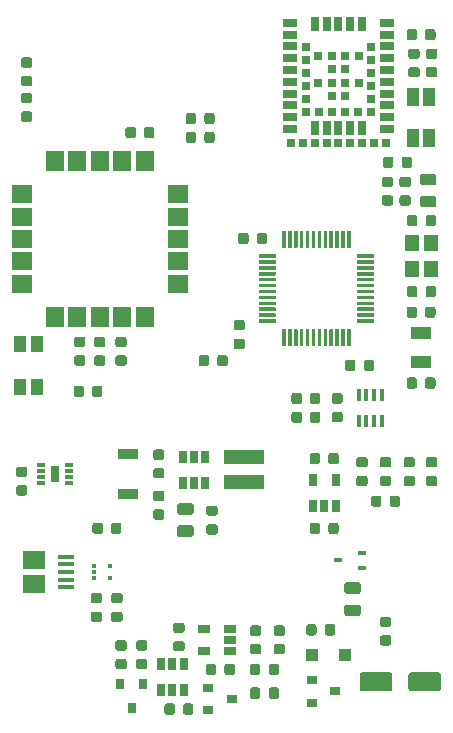
<source format=gtp>
G04 #@! TF.GenerationSoftware,KiCad,Pcbnew,(5.1.5-0-10_14)*
G04 #@! TF.CreationDate,2020-04-02T15:36:53+02:00*
G04 #@! TF.ProjectId,oibus-mini-CCC,6f696275-732d-46d6-996e-692d4343432e,rev?*
G04 #@! TF.SameCoordinates,Original*
G04 #@! TF.FileFunction,Paste,Top*
G04 #@! TF.FilePolarity,Positive*
%FSLAX46Y46*%
G04 Gerber Fmt 4.6, Leading zero omitted, Abs format (unit mm)*
G04 Created by KiCad (PCBNEW (5.1.5-0-10_14)) date 2020-04-02 15:36:53*
%MOMM*%
%LPD*%
G04 APERTURE LIST*
%ADD10C,0.149860*%
%ADD11R,0.700000X0.450000*%
%ADD12R,0.400000X1.060000*%
%ADD13R,1.200000X1.400000*%
%ADD14R,1.500000X1.800000*%
%ADD15R,1.800000X1.500000*%
%ADD16R,0.200000X1.000000*%
%ADD17R,0.800000X0.300000*%
%ADD18R,1.150000X0.700000*%
%ADD19R,0.700000X1.150000*%
%ADD20R,0.700000X0.700000*%
%ADD21R,3.400000X1.300000*%
%ADD22R,0.900000X0.800000*%
%ADD23R,0.650000X1.060000*%
%ADD24R,1.060000X0.650000*%
%ADD25R,1.900000X1.500000*%
%ADD26R,1.350000X0.400000*%
%ADD27R,1.000000X1.500000*%
%ADD28R,0.800000X0.900000*%
%ADD29R,0.450000X0.300000*%
%ADD30R,1.100000X1.100000*%
%ADD31R,1.800000X1.000000*%
%ADD32R,1.700000X0.900000*%
%ADD33R,1.050000X1.400000*%
G04 APERTURE END LIST*
D10*
G36*
X14260000Y45220000D02*
G01*
X14260000Y44640000D01*
X13540000Y44640000D01*
X13540000Y45220000D01*
X14260000Y45220000D01*
G37*
G36*
X15260000Y45220000D02*
G01*
X15260000Y44640000D01*
X14540000Y44640000D01*
X14540000Y45220000D01*
X15260000Y45220000D01*
G37*
G36*
X14260000Y44360000D02*
G01*
X14260000Y43780000D01*
X13540000Y43780000D01*
X13540000Y44360000D01*
X14260000Y44360000D01*
G37*
G36*
X15260000Y44360000D02*
G01*
X15260000Y43780000D01*
X14540000Y43780000D01*
X14540000Y44360000D01*
X15260000Y44360000D01*
G37*
G36*
X14260000Y43320000D02*
G01*
X14260000Y42740000D01*
X13540000Y42740000D01*
X13540000Y43320000D01*
X14260000Y43320000D01*
G37*
G36*
X15260000Y43320000D02*
G01*
X15260000Y42740000D01*
X14540000Y42740000D01*
X14540000Y43320000D01*
X15260000Y43320000D01*
G37*
G36*
X14260000Y42460000D02*
G01*
X14260000Y41880000D01*
X13540000Y41880000D01*
X13540000Y42460000D01*
X14260000Y42460000D01*
G37*
G36*
X15260000Y42460000D02*
G01*
X15260000Y41880000D01*
X14540000Y41880000D01*
X14540000Y42460000D01*
X15260000Y42460000D01*
G37*
G36*
X14260000Y41420000D02*
G01*
X14260000Y40840000D01*
X13540000Y40840000D01*
X13540000Y41420000D01*
X14260000Y41420000D01*
G37*
G36*
X15260000Y41420000D02*
G01*
X15260000Y40840000D01*
X14540000Y40840000D01*
X14540000Y41420000D01*
X15260000Y41420000D01*
G37*
G36*
X14260000Y40560000D02*
G01*
X14260000Y39980000D01*
X13540000Y39980000D01*
X13540000Y40560000D01*
X14260000Y40560000D01*
G37*
G36*
X15260000Y40560000D02*
G01*
X15260000Y39980000D01*
X14540000Y39980000D01*
X14540000Y40560000D01*
X15260000Y40560000D01*
G37*
G36*
X14260000Y39520000D02*
G01*
X14260000Y38940000D01*
X13540000Y38940000D01*
X13540000Y39520000D01*
X14260000Y39520000D01*
G37*
G36*
X15260000Y39520000D02*
G01*
X15260000Y38940000D01*
X14540000Y38940000D01*
X14540000Y39520000D01*
X15260000Y39520000D01*
G37*
G36*
X14260000Y38660000D02*
G01*
X14260000Y38080000D01*
X13540000Y38080000D01*
X13540000Y38660000D01*
X14260000Y38660000D01*
G37*
G36*
X15260000Y38660000D02*
G01*
X15260000Y38080000D01*
X14540000Y38080000D01*
X14540000Y38660000D01*
X15260000Y38660000D01*
G37*
G36*
X14260000Y37620000D02*
G01*
X14260000Y37040000D01*
X13540000Y37040000D01*
X13540000Y37620000D01*
X14260000Y37620000D01*
G37*
G36*
X15260000Y37620000D02*
G01*
X15260000Y37040000D01*
X14540000Y37040000D01*
X14540000Y37620000D01*
X15260000Y37620000D01*
G37*
G36*
X14260000Y36760000D02*
G01*
X14260000Y36180000D01*
X13540000Y36180000D01*
X13540000Y36760000D01*
X14260000Y36760000D01*
G37*
G36*
X15260000Y36760000D02*
G01*
X15260000Y36180000D01*
X14540000Y36180000D01*
X14540000Y36760000D01*
X15260000Y36760000D01*
G37*
G36*
X1060000Y45220000D02*
G01*
X1060000Y44640000D01*
X340000Y44640000D01*
X340000Y45220000D01*
X1060000Y45220000D01*
G37*
G36*
X2060000Y45220000D02*
G01*
X2060000Y44640000D01*
X1340000Y44640000D01*
X1340000Y45220000D01*
X2060000Y45220000D01*
G37*
G36*
X1060000Y44360000D02*
G01*
X1060000Y43780000D01*
X340000Y43780000D01*
X340000Y44360000D01*
X1060000Y44360000D01*
G37*
G36*
X2060000Y44360000D02*
G01*
X2060000Y43780000D01*
X1340000Y43780000D01*
X1340000Y44360000D01*
X2060000Y44360000D01*
G37*
G36*
X1060000Y43320000D02*
G01*
X1060000Y42740000D01*
X340000Y42740000D01*
X340000Y43320000D01*
X1060000Y43320000D01*
G37*
G36*
X2060000Y43320000D02*
G01*
X2060000Y42740000D01*
X1340000Y42740000D01*
X1340000Y43320000D01*
X2060000Y43320000D01*
G37*
G36*
X1060000Y42460000D02*
G01*
X1060000Y41880000D01*
X340000Y41880000D01*
X340000Y42460000D01*
X1060000Y42460000D01*
G37*
G36*
X2060000Y42460000D02*
G01*
X2060000Y41880000D01*
X1340000Y41880000D01*
X1340000Y42460000D01*
X2060000Y42460000D01*
G37*
G36*
X1060000Y41420000D02*
G01*
X1060000Y40840000D01*
X340000Y40840000D01*
X340000Y41420000D01*
X1060000Y41420000D01*
G37*
G36*
X2060000Y41420000D02*
G01*
X2060000Y40840000D01*
X1340000Y40840000D01*
X1340000Y41420000D01*
X2060000Y41420000D01*
G37*
G36*
X1060000Y40560000D02*
G01*
X1060000Y39980000D01*
X340000Y39980000D01*
X340000Y40560000D01*
X1060000Y40560000D01*
G37*
G36*
X2060000Y40560000D02*
G01*
X2060000Y39980000D01*
X1340000Y39980000D01*
X1340000Y40560000D01*
X2060000Y40560000D01*
G37*
G36*
X1060000Y39520000D02*
G01*
X1060000Y38940000D01*
X340000Y38940000D01*
X340000Y39520000D01*
X1060000Y39520000D01*
G37*
G36*
X2060000Y39520000D02*
G01*
X2060000Y38940000D01*
X1340000Y38940000D01*
X1340000Y39520000D01*
X2060000Y39520000D01*
G37*
G36*
X1060000Y38660000D02*
G01*
X1060000Y38080000D01*
X340000Y38080000D01*
X340000Y38660000D01*
X1060000Y38660000D01*
G37*
G36*
X2060000Y38660000D02*
G01*
X2060000Y38080000D01*
X1340000Y38080000D01*
X1340000Y38660000D01*
X2060000Y38660000D01*
G37*
G36*
X1060000Y37620000D02*
G01*
X1060000Y37040000D01*
X340000Y37040000D01*
X340000Y37620000D01*
X1060000Y37620000D01*
G37*
G36*
X2060000Y37620000D02*
G01*
X2060000Y37040000D01*
X1340000Y37040000D01*
X1340000Y37620000D01*
X2060000Y37620000D01*
G37*
G36*
X1060000Y36760000D02*
G01*
X1060000Y36180000D01*
X340000Y36180000D01*
X340000Y36760000D01*
X1060000Y36760000D01*
G37*
G36*
X2060000Y36760000D02*
G01*
X2060000Y36180000D01*
X1340000Y36180000D01*
X1340000Y36760000D01*
X2060000Y36760000D01*
G37*
G36*
X3280000Y47160000D02*
G01*
X3860000Y47160000D01*
X3860000Y46440000D01*
X3280000Y46440000D01*
X3280000Y47160000D01*
G37*
G36*
X3280000Y48160000D02*
G01*
X3860000Y48160000D01*
X3860000Y47440000D01*
X3280000Y47440000D01*
X3280000Y48160000D01*
G37*
G36*
X4140000Y47160000D02*
G01*
X4720000Y47160000D01*
X4720000Y46440000D01*
X4140000Y46440000D01*
X4140000Y47160000D01*
G37*
G36*
X4140000Y48160000D02*
G01*
X4720000Y48160000D01*
X4720000Y47440000D01*
X4140000Y47440000D01*
X4140000Y48160000D01*
G37*
G36*
X5180000Y47160000D02*
G01*
X5760000Y47160000D01*
X5760000Y46440000D01*
X5180000Y46440000D01*
X5180000Y47160000D01*
G37*
G36*
X5180000Y48160000D02*
G01*
X5760000Y48160000D01*
X5760000Y47440000D01*
X5180000Y47440000D01*
X5180000Y48160000D01*
G37*
G36*
X6040000Y47160000D02*
G01*
X6620000Y47160000D01*
X6620000Y46440000D01*
X6040000Y46440000D01*
X6040000Y47160000D01*
G37*
G36*
X6040000Y48160000D02*
G01*
X6620000Y48160000D01*
X6620000Y47440000D01*
X6040000Y47440000D01*
X6040000Y48160000D01*
G37*
G36*
X10880000Y47160000D02*
G01*
X11460000Y47160000D01*
X11460000Y46440000D01*
X10880000Y46440000D01*
X10880000Y47160000D01*
G37*
G36*
X10880000Y48160000D02*
G01*
X11460000Y48160000D01*
X11460000Y47440000D01*
X10880000Y47440000D01*
X10880000Y48160000D01*
G37*
G36*
X11740000Y47160000D02*
G01*
X12320000Y47160000D01*
X12320000Y46440000D01*
X11740000Y46440000D01*
X11740000Y47160000D01*
G37*
G36*
X11740000Y48160000D02*
G01*
X12320000Y48160000D01*
X12320000Y47440000D01*
X11740000Y47440000D01*
X11740000Y48160000D01*
G37*
G36*
X8980000Y47160000D02*
G01*
X9560000Y47160000D01*
X9560000Y46440000D01*
X8980000Y46440000D01*
X8980000Y47160000D01*
G37*
G36*
X8980000Y48160000D02*
G01*
X9560000Y48160000D01*
X9560000Y47440000D01*
X8980000Y47440000D01*
X8980000Y48160000D01*
G37*
G36*
X9840000Y47160000D02*
G01*
X10420000Y47160000D01*
X10420000Y46440000D01*
X9840000Y46440000D01*
X9840000Y47160000D01*
G37*
G36*
X9840000Y48160000D02*
G01*
X10420000Y48160000D01*
X10420000Y47440000D01*
X9840000Y47440000D01*
X9840000Y48160000D01*
G37*
G36*
X7080000Y47160000D02*
G01*
X7660000Y47160000D01*
X7660000Y46440000D01*
X7080000Y46440000D01*
X7080000Y47160000D01*
G37*
G36*
X7080000Y48160000D02*
G01*
X7660000Y48160000D01*
X7660000Y47440000D01*
X7080000Y47440000D01*
X7080000Y48160000D01*
G37*
G36*
X7940000Y47160000D02*
G01*
X8520000Y47160000D01*
X8520000Y46440000D01*
X7940000Y46440000D01*
X7940000Y47160000D01*
G37*
G36*
X7940000Y48160000D02*
G01*
X8520000Y48160000D01*
X8520000Y47440000D01*
X7940000Y47440000D01*
X7940000Y48160000D01*
G37*
G36*
X10880000Y33960000D02*
G01*
X11460000Y33960000D01*
X11460000Y33240000D01*
X10880000Y33240000D01*
X10880000Y33960000D01*
G37*
G36*
X10880000Y34960000D02*
G01*
X11460000Y34960000D01*
X11460000Y34240000D01*
X10880000Y34240000D01*
X10880000Y34960000D01*
G37*
G36*
X11740000Y33960000D02*
G01*
X12320000Y33960000D01*
X12320000Y33240000D01*
X11740000Y33240000D01*
X11740000Y33960000D01*
G37*
G36*
X11740000Y34960000D02*
G01*
X12320000Y34960000D01*
X12320000Y34240000D01*
X11740000Y34240000D01*
X11740000Y34960000D01*
G37*
G36*
X8980000Y33960000D02*
G01*
X9560000Y33960000D01*
X9560000Y33240000D01*
X8980000Y33240000D01*
X8980000Y33960000D01*
G37*
G36*
X8980000Y34960000D02*
G01*
X9560000Y34960000D01*
X9560000Y34240000D01*
X8980000Y34240000D01*
X8980000Y34960000D01*
G37*
G36*
X9840000Y33960000D02*
G01*
X10420000Y33960000D01*
X10420000Y33240000D01*
X9840000Y33240000D01*
X9840000Y33960000D01*
G37*
G36*
X9840000Y34960000D02*
G01*
X10420000Y34960000D01*
X10420000Y34240000D01*
X9840000Y34240000D01*
X9840000Y34960000D01*
G37*
G36*
X7080000Y33960000D02*
G01*
X7660000Y33960000D01*
X7660000Y33240000D01*
X7080000Y33240000D01*
X7080000Y33960000D01*
G37*
G36*
X7080000Y34960000D02*
G01*
X7660000Y34960000D01*
X7660000Y34240000D01*
X7080000Y34240000D01*
X7080000Y34960000D01*
G37*
G36*
X7940000Y33960000D02*
G01*
X8520000Y33960000D01*
X8520000Y33240000D01*
X7940000Y33240000D01*
X7940000Y33960000D01*
G37*
G36*
X7940000Y34960000D02*
G01*
X8520000Y34960000D01*
X8520000Y34240000D01*
X7940000Y34240000D01*
X7940000Y34960000D01*
G37*
G36*
X5180000Y33960000D02*
G01*
X5760000Y33960000D01*
X5760000Y33240000D01*
X5180000Y33240000D01*
X5180000Y33960000D01*
G37*
G36*
X5180000Y34960000D02*
G01*
X5760000Y34960000D01*
X5760000Y34240000D01*
X5180000Y34240000D01*
X5180000Y34960000D01*
G37*
G36*
X6040000Y33960000D02*
G01*
X6620000Y33960000D01*
X6620000Y33240000D01*
X6040000Y33240000D01*
X6040000Y33960000D01*
G37*
G36*
X6040000Y34960000D02*
G01*
X6620000Y34960000D01*
X6620000Y34240000D01*
X6040000Y34240000D01*
X6040000Y34960000D01*
G37*
G36*
X3280000Y33960000D02*
G01*
X3860000Y33960000D01*
X3860000Y33240000D01*
X3280000Y33240000D01*
X3280000Y33960000D01*
G37*
G36*
X3280000Y34960000D02*
G01*
X3860000Y34960000D01*
X3860000Y34240000D01*
X3280000Y34240000D01*
X3280000Y34960000D01*
G37*
G36*
X4140000Y33960000D02*
G01*
X4720000Y33960000D01*
X4720000Y33240000D01*
X4140000Y33240000D01*
X4140000Y33960000D01*
G37*
G36*
X4140000Y34960000D02*
G01*
X4720000Y34960000D01*
X4720000Y34240000D01*
X4140000Y34240000D01*
X4140000Y34960000D01*
G37*
G36*
X3664716Y21485000D02*
G01*
X4335000Y21485000D01*
X4335000Y20114420D01*
X3664716Y20114420D01*
X3664716Y21485000D01*
G37*
G36*
X6252691Y28273947D02*
G01*
X6273926Y28270797D01*
X6294750Y28265581D01*
X6314962Y28258349D01*
X6334368Y28249170D01*
X6352781Y28238134D01*
X6370024Y28225346D01*
X6385930Y28210930D01*
X6400346Y28195024D01*
X6413134Y28177781D01*
X6424170Y28159368D01*
X6433349Y28139962D01*
X6440581Y28119750D01*
X6445797Y28098926D01*
X6448947Y28077691D01*
X6450000Y28056250D01*
X6450000Y27543750D01*
X6448947Y27522309D01*
X6445797Y27501074D01*
X6440581Y27480250D01*
X6433349Y27460038D01*
X6424170Y27440632D01*
X6413134Y27422219D01*
X6400346Y27404976D01*
X6385930Y27389070D01*
X6370024Y27374654D01*
X6352781Y27361866D01*
X6334368Y27350830D01*
X6314962Y27341651D01*
X6294750Y27334419D01*
X6273926Y27329203D01*
X6252691Y27326053D01*
X6231250Y27325000D01*
X5793750Y27325000D01*
X5772309Y27326053D01*
X5751074Y27329203D01*
X5730250Y27334419D01*
X5710038Y27341651D01*
X5690632Y27350830D01*
X5672219Y27361866D01*
X5654976Y27374654D01*
X5639070Y27389070D01*
X5624654Y27404976D01*
X5611866Y27422219D01*
X5600830Y27440632D01*
X5591651Y27460038D01*
X5584419Y27480250D01*
X5579203Y27501074D01*
X5576053Y27522309D01*
X5575000Y27543750D01*
X5575000Y28056250D01*
X5576053Y28077691D01*
X5579203Y28098926D01*
X5584419Y28119750D01*
X5591651Y28139962D01*
X5600830Y28159368D01*
X5611866Y28177781D01*
X5624654Y28195024D01*
X5639070Y28210930D01*
X5654976Y28225346D01*
X5672219Y28238134D01*
X5690632Y28249170D01*
X5710038Y28258349D01*
X5730250Y28265581D01*
X5751074Y28270797D01*
X5772309Y28273947D01*
X5793750Y28275000D01*
X6231250Y28275000D01*
X6252691Y28273947D01*
G37*
G36*
X7827691Y28273947D02*
G01*
X7848926Y28270797D01*
X7869750Y28265581D01*
X7889962Y28258349D01*
X7909368Y28249170D01*
X7927781Y28238134D01*
X7945024Y28225346D01*
X7960930Y28210930D01*
X7975346Y28195024D01*
X7988134Y28177781D01*
X7999170Y28159368D01*
X8008349Y28139962D01*
X8015581Y28119750D01*
X8020797Y28098926D01*
X8023947Y28077691D01*
X8025000Y28056250D01*
X8025000Y27543750D01*
X8023947Y27522309D01*
X8020797Y27501074D01*
X8015581Y27480250D01*
X8008349Y27460038D01*
X7999170Y27440632D01*
X7988134Y27422219D01*
X7975346Y27404976D01*
X7960930Y27389070D01*
X7945024Y27374654D01*
X7927781Y27361866D01*
X7909368Y27350830D01*
X7889962Y27341651D01*
X7869750Y27334419D01*
X7848926Y27329203D01*
X7827691Y27326053D01*
X7806250Y27325000D01*
X7368750Y27325000D01*
X7347309Y27326053D01*
X7326074Y27329203D01*
X7305250Y27334419D01*
X7285038Y27341651D01*
X7265632Y27350830D01*
X7247219Y27361866D01*
X7229976Y27374654D01*
X7214070Y27389070D01*
X7199654Y27404976D01*
X7186866Y27422219D01*
X7175830Y27440632D01*
X7166651Y27460038D01*
X7159419Y27480250D01*
X7154203Y27501074D01*
X7151053Y27522309D01*
X7150000Y27543750D01*
X7150000Y28056250D01*
X7151053Y28077691D01*
X7154203Y28098926D01*
X7159419Y28119750D01*
X7166651Y28139962D01*
X7175830Y28159368D01*
X7186866Y28177781D01*
X7199654Y28195024D01*
X7214070Y28210930D01*
X7229976Y28225346D01*
X7247219Y28238134D01*
X7265632Y28249170D01*
X7285038Y28258349D01*
X7305250Y28265581D01*
X7326074Y28270797D01*
X7347309Y28273947D01*
X7368750Y28275000D01*
X7806250Y28275000D01*
X7827691Y28273947D01*
G37*
G36*
X28973975Y33074639D02*
G01*
X28981256Y33073559D01*
X28988395Y33071771D01*
X28995325Y33069291D01*
X29001979Y33066144D01*
X29008292Y33062360D01*
X29014203Y33057976D01*
X29019657Y33053033D01*
X29024600Y33047579D01*
X29028984Y33041668D01*
X29032768Y33035355D01*
X29035915Y33028701D01*
X29038395Y33021771D01*
X29040183Y33014632D01*
X29041263Y33007351D01*
X29041624Y33000000D01*
X29041624Y31675000D01*
X29041263Y31667649D01*
X29040183Y31660368D01*
X29038395Y31653229D01*
X29035915Y31646299D01*
X29032768Y31639645D01*
X29028984Y31633332D01*
X29024600Y31627421D01*
X29019657Y31621967D01*
X29014203Y31617024D01*
X29008292Y31612640D01*
X29001979Y31608856D01*
X28995325Y31605709D01*
X28988395Y31603229D01*
X28981256Y31601441D01*
X28973975Y31600361D01*
X28966624Y31600000D01*
X28816624Y31600000D01*
X28809273Y31600361D01*
X28801992Y31601441D01*
X28794853Y31603229D01*
X28787923Y31605709D01*
X28781269Y31608856D01*
X28774956Y31612640D01*
X28769045Y31617024D01*
X28763591Y31621967D01*
X28758648Y31627421D01*
X28754264Y31633332D01*
X28750480Y31639645D01*
X28747333Y31646299D01*
X28744853Y31653229D01*
X28743065Y31660368D01*
X28741985Y31667649D01*
X28741624Y31675000D01*
X28741624Y33000000D01*
X28741985Y33007351D01*
X28743065Y33014632D01*
X28744853Y33021771D01*
X28747333Y33028701D01*
X28750480Y33035355D01*
X28754264Y33041668D01*
X28758648Y33047579D01*
X28763591Y33053033D01*
X28769045Y33057976D01*
X28774956Y33062360D01*
X28781269Y33066144D01*
X28787923Y33069291D01*
X28794853Y33071771D01*
X28801992Y33073559D01*
X28809273Y33074639D01*
X28816624Y33075000D01*
X28966624Y33075000D01*
X28973975Y33074639D01*
G37*
G36*
X28473975Y33074639D02*
G01*
X28481256Y33073559D01*
X28488395Y33071771D01*
X28495325Y33069291D01*
X28501979Y33066144D01*
X28508292Y33062360D01*
X28514203Y33057976D01*
X28519657Y33053033D01*
X28524600Y33047579D01*
X28528984Y33041668D01*
X28532768Y33035355D01*
X28535915Y33028701D01*
X28538395Y33021771D01*
X28540183Y33014632D01*
X28541263Y33007351D01*
X28541624Y33000000D01*
X28541624Y31675000D01*
X28541263Y31667649D01*
X28540183Y31660368D01*
X28538395Y31653229D01*
X28535915Y31646299D01*
X28532768Y31639645D01*
X28528984Y31633332D01*
X28524600Y31627421D01*
X28519657Y31621967D01*
X28514203Y31617024D01*
X28508292Y31612640D01*
X28501979Y31608856D01*
X28495325Y31605709D01*
X28488395Y31603229D01*
X28481256Y31601441D01*
X28473975Y31600361D01*
X28466624Y31600000D01*
X28316624Y31600000D01*
X28309273Y31600361D01*
X28301992Y31601441D01*
X28294853Y31603229D01*
X28287923Y31605709D01*
X28281269Y31608856D01*
X28274956Y31612640D01*
X28269045Y31617024D01*
X28263591Y31621967D01*
X28258648Y31627421D01*
X28254264Y31633332D01*
X28250480Y31639645D01*
X28247333Y31646299D01*
X28244853Y31653229D01*
X28243065Y31660368D01*
X28241985Y31667649D01*
X28241624Y31675000D01*
X28241624Y33000000D01*
X28241985Y33007351D01*
X28243065Y33014632D01*
X28244853Y33021771D01*
X28247333Y33028701D01*
X28250480Y33035355D01*
X28254264Y33041668D01*
X28258648Y33047579D01*
X28263591Y33053033D01*
X28269045Y33057976D01*
X28274956Y33062360D01*
X28281269Y33066144D01*
X28287923Y33069291D01*
X28294853Y33071771D01*
X28301992Y33073559D01*
X28309273Y33074639D01*
X28316624Y33075000D01*
X28466624Y33075000D01*
X28473975Y33074639D01*
G37*
G36*
X27973975Y33074639D02*
G01*
X27981256Y33073559D01*
X27988395Y33071771D01*
X27995325Y33069291D01*
X28001979Y33066144D01*
X28008292Y33062360D01*
X28014203Y33057976D01*
X28019657Y33053033D01*
X28024600Y33047579D01*
X28028984Y33041668D01*
X28032768Y33035355D01*
X28035915Y33028701D01*
X28038395Y33021771D01*
X28040183Y33014632D01*
X28041263Y33007351D01*
X28041624Y33000000D01*
X28041624Y31675000D01*
X28041263Y31667649D01*
X28040183Y31660368D01*
X28038395Y31653229D01*
X28035915Y31646299D01*
X28032768Y31639645D01*
X28028984Y31633332D01*
X28024600Y31627421D01*
X28019657Y31621967D01*
X28014203Y31617024D01*
X28008292Y31612640D01*
X28001979Y31608856D01*
X27995325Y31605709D01*
X27988395Y31603229D01*
X27981256Y31601441D01*
X27973975Y31600361D01*
X27966624Y31600000D01*
X27816624Y31600000D01*
X27809273Y31600361D01*
X27801992Y31601441D01*
X27794853Y31603229D01*
X27787923Y31605709D01*
X27781269Y31608856D01*
X27774956Y31612640D01*
X27769045Y31617024D01*
X27763591Y31621967D01*
X27758648Y31627421D01*
X27754264Y31633332D01*
X27750480Y31639645D01*
X27747333Y31646299D01*
X27744853Y31653229D01*
X27743065Y31660368D01*
X27741985Y31667649D01*
X27741624Y31675000D01*
X27741624Y33000000D01*
X27741985Y33007351D01*
X27743065Y33014632D01*
X27744853Y33021771D01*
X27747333Y33028701D01*
X27750480Y33035355D01*
X27754264Y33041668D01*
X27758648Y33047579D01*
X27763591Y33053033D01*
X27769045Y33057976D01*
X27774956Y33062360D01*
X27781269Y33066144D01*
X27787923Y33069291D01*
X27794853Y33071771D01*
X27801992Y33073559D01*
X27809273Y33074639D01*
X27816624Y33075000D01*
X27966624Y33075000D01*
X27973975Y33074639D01*
G37*
G36*
X27473975Y33074639D02*
G01*
X27481256Y33073559D01*
X27488395Y33071771D01*
X27495325Y33069291D01*
X27501979Y33066144D01*
X27508292Y33062360D01*
X27514203Y33057976D01*
X27519657Y33053033D01*
X27524600Y33047579D01*
X27528984Y33041668D01*
X27532768Y33035355D01*
X27535915Y33028701D01*
X27538395Y33021771D01*
X27540183Y33014632D01*
X27541263Y33007351D01*
X27541624Y33000000D01*
X27541624Y31675000D01*
X27541263Y31667649D01*
X27540183Y31660368D01*
X27538395Y31653229D01*
X27535915Y31646299D01*
X27532768Y31639645D01*
X27528984Y31633332D01*
X27524600Y31627421D01*
X27519657Y31621967D01*
X27514203Y31617024D01*
X27508292Y31612640D01*
X27501979Y31608856D01*
X27495325Y31605709D01*
X27488395Y31603229D01*
X27481256Y31601441D01*
X27473975Y31600361D01*
X27466624Y31600000D01*
X27316624Y31600000D01*
X27309273Y31600361D01*
X27301992Y31601441D01*
X27294853Y31603229D01*
X27287923Y31605709D01*
X27281269Y31608856D01*
X27274956Y31612640D01*
X27269045Y31617024D01*
X27263591Y31621967D01*
X27258648Y31627421D01*
X27254264Y31633332D01*
X27250480Y31639645D01*
X27247333Y31646299D01*
X27244853Y31653229D01*
X27243065Y31660368D01*
X27241985Y31667649D01*
X27241624Y31675000D01*
X27241624Y33000000D01*
X27241985Y33007351D01*
X27243065Y33014632D01*
X27244853Y33021771D01*
X27247333Y33028701D01*
X27250480Y33035355D01*
X27254264Y33041668D01*
X27258648Y33047579D01*
X27263591Y33053033D01*
X27269045Y33057976D01*
X27274956Y33062360D01*
X27281269Y33066144D01*
X27287923Y33069291D01*
X27294853Y33071771D01*
X27301992Y33073559D01*
X27309273Y33074639D01*
X27316624Y33075000D01*
X27466624Y33075000D01*
X27473975Y33074639D01*
G37*
G36*
X26973975Y33074639D02*
G01*
X26981256Y33073559D01*
X26988395Y33071771D01*
X26995325Y33069291D01*
X27001979Y33066144D01*
X27008292Y33062360D01*
X27014203Y33057976D01*
X27019657Y33053033D01*
X27024600Y33047579D01*
X27028984Y33041668D01*
X27032768Y33035355D01*
X27035915Y33028701D01*
X27038395Y33021771D01*
X27040183Y33014632D01*
X27041263Y33007351D01*
X27041624Y33000000D01*
X27041624Y31675000D01*
X27041263Y31667649D01*
X27040183Y31660368D01*
X27038395Y31653229D01*
X27035915Y31646299D01*
X27032768Y31639645D01*
X27028984Y31633332D01*
X27024600Y31627421D01*
X27019657Y31621967D01*
X27014203Y31617024D01*
X27008292Y31612640D01*
X27001979Y31608856D01*
X26995325Y31605709D01*
X26988395Y31603229D01*
X26981256Y31601441D01*
X26973975Y31600361D01*
X26966624Y31600000D01*
X26816624Y31600000D01*
X26809273Y31600361D01*
X26801992Y31601441D01*
X26794853Y31603229D01*
X26787923Y31605709D01*
X26781269Y31608856D01*
X26774956Y31612640D01*
X26769045Y31617024D01*
X26763591Y31621967D01*
X26758648Y31627421D01*
X26754264Y31633332D01*
X26750480Y31639645D01*
X26747333Y31646299D01*
X26744853Y31653229D01*
X26743065Y31660368D01*
X26741985Y31667649D01*
X26741624Y31675000D01*
X26741624Y33000000D01*
X26741985Y33007351D01*
X26743065Y33014632D01*
X26744853Y33021771D01*
X26747333Y33028701D01*
X26750480Y33035355D01*
X26754264Y33041668D01*
X26758648Y33047579D01*
X26763591Y33053033D01*
X26769045Y33057976D01*
X26774956Y33062360D01*
X26781269Y33066144D01*
X26787923Y33069291D01*
X26794853Y33071771D01*
X26801992Y33073559D01*
X26809273Y33074639D01*
X26816624Y33075000D01*
X26966624Y33075000D01*
X26973975Y33074639D01*
G37*
G36*
X26473975Y33074639D02*
G01*
X26481256Y33073559D01*
X26488395Y33071771D01*
X26495325Y33069291D01*
X26501979Y33066144D01*
X26508292Y33062360D01*
X26514203Y33057976D01*
X26519657Y33053033D01*
X26524600Y33047579D01*
X26528984Y33041668D01*
X26532768Y33035355D01*
X26535915Y33028701D01*
X26538395Y33021771D01*
X26540183Y33014632D01*
X26541263Y33007351D01*
X26541624Y33000000D01*
X26541624Y31675000D01*
X26541263Y31667649D01*
X26540183Y31660368D01*
X26538395Y31653229D01*
X26535915Y31646299D01*
X26532768Y31639645D01*
X26528984Y31633332D01*
X26524600Y31627421D01*
X26519657Y31621967D01*
X26514203Y31617024D01*
X26508292Y31612640D01*
X26501979Y31608856D01*
X26495325Y31605709D01*
X26488395Y31603229D01*
X26481256Y31601441D01*
X26473975Y31600361D01*
X26466624Y31600000D01*
X26316624Y31600000D01*
X26309273Y31600361D01*
X26301992Y31601441D01*
X26294853Y31603229D01*
X26287923Y31605709D01*
X26281269Y31608856D01*
X26274956Y31612640D01*
X26269045Y31617024D01*
X26263591Y31621967D01*
X26258648Y31627421D01*
X26254264Y31633332D01*
X26250480Y31639645D01*
X26247333Y31646299D01*
X26244853Y31653229D01*
X26243065Y31660368D01*
X26241985Y31667649D01*
X26241624Y31675000D01*
X26241624Y33000000D01*
X26241985Y33007351D01*
X26243065Y33014632D01*
X26244853Y33021771D01*
X26247333Y33028701D01*
X26250480Y33035355D01*
X26254264Y33041668D01*
X26258648Y33047579D01*
X26263591Y33053033D01*
X26269045Y33057976D01*
X26274956Y33062360D01*
X26281269Y33066144D01*
X26287923Y33069291D01*
X26294853Y33071771D01*
X26301992Y33073559D01*
X26309273Y33074639D01*
X26316624Y33075000D01*
X26466624Y33075000D01*
X26473975Y33074639D01*
G37*
G36*
X25973975Y33074639D02*
G01*
X25981256Y33073559D01*
X25988395Y33071771D01*
X25995325Y33069291D01*
X26001979Y33066144D01*
X26008292Y33062360D01*
X26014203Y33057976D01*
X26019657Y33053033D01*
X26024600Y33047579D01*
X26028984Y33041668D01*
X26032768Y33035355D01*
X26035915Y33028701D01*
X26038395Y33021771D01*
X26040183Y33014632D01*
X26041263Y33007351D01*
X26041624Y33000000D01*
X26041624Y31675000D01*
X26041263Y31667649D01*
X26040183Y31660368D01*
X26038395Y31653229D01*
X26035915Y31646299D01*
X26032768Y31639645D01*
X26028984Y31633332D01*
X26024600Y31627421D01*
X26019657Y31621967D01*
X26014203Y31617024D01*
X26008292Y31612640D01*
X26001979Y31608856D01*
X25995325Y31605709D01*
X25988395Y31603229D01*
X25981256Y31601441D01*
X25973975Y31600361D01*
X25966624Y31600000D01*
X25816624Y31600000D01*
X25809273Y31600361D01*
X25801992Y31601441D01*
X25794853Y31603229D01*
X25787923Y31605709D01*
X25781269Y31608856D01*
X25774956Y31612640D01*
X25769045Y31617024D01*
X25763591Y31621967D01*
X25758648Y31627421D01*
X25754264Y31633332D01*
X25750480Y31639645D01*
X25747333Y31646299D01*
X25744853Y31653229D01*
X25743065Y31660368D01*
X25741985Y31667649D01*
X25741624Y31675000D01*
X25741624Y33000000D01*
X25741985Y33007351D01*
X25743065Y33014632D01*
X25744853Y33021771D01*
X25747333Y33028701D01*
X25750480Y33035355D01*
X25754264Y33041668D01*
X25758648Y33047579D01*
X25763591Y33053033D01*
X25769045Y33057976D01*
X25774956Y33062360D01*
X25781269Y33066144D01*
X25787923Y33069291D01*
X25794853Y33071771D01*
X25801992Y33073559D01*
X25809273Y33074639D01*
X25816624Y33075000D01*
X25966624Y33075000D01*
X25973975Y33074639D01*
G37*
G36*
X25473975Y33074639D02*
G01*
X25481256Y33073559D01*
X25488395Y33071771D01*
X25495325Y33069291D01*
X25501979Y33066144D01*
X25508292Y33062360D01*
X25514203Y33057976D01*
X25519657Y33053033D01*
X25524600Y33047579D01*
X25528984Y33041668D01*
X25532768Y33035355D01*
X25535915Y33028701D01*
X25538395Y33021771D01*
X25540183Y33014632D01*
X25541263Y33007351D01*
X25541624Y33000000D01*
X25541624Y31675000D01*
X25541263Y31667649D01*
X25540183Y31660368D01*
X25538395Y31653229D01*
X25535915Y31646299D01*
X25532768Y31639645D01*
X25528984Y31633332D01*
X25524600Y31627421D01*
X25519657Y31621967D01*
X25514203Y31617024D01*
X25508292Y31612640D01*
X25501979Y31608856D01*
X25495325Y31605709D01*
X25488395Y31603229D01*
X25481256Y31601441D01*
X25473975Y31600361D01*
X25466624Y31600000D01*
X25316624Y31600000D01*
X25309273Y31600361D01*
X25301992Y31601441D01*
X25294853Y31603229D01*
X25287923Y31605709D01*
X25281269Y31608856D01*
X25274956Y31612640D01*
X25269045Y31617024D01*
X25263591Y31621967D01*
X25258648Y31627421D01*
X25254264Y31633332D01*
X25250480Y31639645D01*
X25247333Y31646299D01*
X25244853Y31653229D01*
X25243065Y31660368D01*
X25241985Y31667649D01*
X25241624Y31675000D01*
X25241624Y33000000D01*
X25241985Y33007351D01*
X25243065Y33014632D01*
X25244853Y33021771D01*
X25247333Y33028701D01*
X25250480Y33035355D01*
X25254264Y33041668D01*
X25258648Y33047579D01*
X25263591Y33053033D01*
X25269045Y33057976D01*
X25274956Y33062360D01*
X25281269Y33066144D01*
X25287923Y33069291D01*
X25294853Y33071771D01*
X25301992Y33073559D01*
X25309273Y33074639D01*
X25316624Y33075000D01*
X25466624Y33075000D01*
X25473975Y33074639D01*
G37*
G36*
X24973975Y33074639D02*
G01*
X24981256Y33073559D01*
X24988395Y33071771D01*
X24995325Y33069291D01*
X25001979Y33066144D01*
X25008292Y33062360D01*
X25014203Y33057976D01*
X25019657Y33053033D01*
X25024600Y33047579D01*
X25028984Y33041668D01*
X25032768Y33035355D01*
X25035915Y33028701D01*
X25038395Y33021771D01*
X25040183Y33014632D01*
X25041263Y33007351D01*
X25041624Y33000000D01*
X25041624Y31675000D01*
X25041263Y31667649D01*
X25040183Y31660368D01*
X25038395Y31653229D01*
X25035915Y31646299D01*
X25032768Y31639645D01*
X25028984Y31633332D01*
X25024600Y31627421D01*
X25019657Y31621967D01*
X25014203Y31617024D01*
X25008292Y31612640D01*
X25001979Y31608856D01*
X24995325Y31605709D01*
X24988395Y31603229D01*
X24981256Y31601441D01*
X24973975Y31600361D01*
X24966624Y31600000D01*
X24816624Y31600000D01*
X24809273Y31600361D01*
X24801992Y31601441D01*
X24794853Y31603229D01*
X24787923Y31605709D01*
X24781269Y31608856D01*
X24774956Y31612640D01*
X24769045Y31617024D01*
X24763591Y31621967D01*
X24758648Y31627421D01*
X24754264Y31633332D01*
X24750480Y31639645D01*
X24747333Y31646299D01*
X24744853Y31653229D01*
X24743065Y31660368D01*
X24741985Y31667649D01*
X24741624Y31675000D01*
X24741624Y33000000D01*
X24741985Y33007351D01*
X24743065Y33014632D01*
X24744853Y33021771D01*
X24747333Y33028701D01*
X24750480Y33035355D01*
X24754264Y33041668D01*
X24758648Y33047579D01*
X24763591Y33053033D01*
X24769045Y33057976D01*
X24774956Y33062360D01*
X24781269Y33066144D01*
X24787923Y33069291D01*
X24794853Y33071771D01*
X24801992Y33073559D01*
X24809273Y33074639D01*
X24816624Y33075000D01*
X24966624Y33075000D01*
X24973975Y33074639D01*
G37*
G36*
X24473975Y33074639D02*
G01*
X24481256Y33073559D01*
X24488395Y33071771D01*
X24495325Y33069291D01*
X24501979Y33066144D01*
X24508292Y33062360D01*
X24514203Y33057976D01*
X24519657Y33053033D01*
X24524600Y33047579D01*
X24528984Y33041668D01*
X24532768Y33035355D01*
X24535915Y33028701D01*
X24538395Y33021771D01*
X24540183Y33014632D01*
X24541263Y33007351D01*
X24541624Y33000000D01*
X24541624Y31675000D01*
X24541263Y31667649D01*
X24540183Y31660368D01*
X24538395Y31653229D01*
X24535915Y31646299D01*
X24532768Y31639645D01*
X24528984Y31633332D01*
X24524600Y31627421D01*
X24519657Y31621967D01*
X24514203Y31617024D01*
X24508292Y31612640D01*
X24501979Y31608856D01*
X24495325Y31605709D01*
X24488395Y31603229D01*
X24481256Y31601441D01*
X24473975Y31600361D01*
X24466624Y31600000D01*
X24316624Y31600000D01*
X24309273Y31600361D01*
X24301992Y31601441D01*
X24294853Y31603229D01*
X24287923Y31605709D01*
X24281269Y31608856D01*
X24274956Y31612640D01*
X24269045Y31617024D01*
X24263591Y31621967D01*
X24258648Y31627421D01*
X24254264Y31633332D01*
X24250480Y31639645D01*
X24247333Y31646299D01*
X24244853Y31653229D01*
X24243065Y31660368D01*
X24241985Y31667649D01*
X24241624Y31675000D01*
X24241624Y33000000D01*
X24241985Y33007351D01*
X24243065Y33014632D01*
X24244853Y33021771D01*
X24247333Y33028701D01*
X24250480Y33035355D01*
X24254264Y33041668D01*
X24258648Y33047579D01*
X24263591Y33053033D01*
X24269045Y33057976D01*
X24274956Y33062360D01*
X24281269Y33066144D01*
X24287923Y33069291D01*
X24294853Y33071771D01*
X24301992Y33073559D01*
X24309273Y33074639D01*
X24316624Y33075000D01*
X24466624Y33075000D01*
X24473975Y33074639D01*
G37*
G36*
X23973975Y33074639D02*
G01*
X23981256Y33073559D01*
X23988395Y33071771D01*
X23995325Y33069291D01*
X24001979Y33066144D01*
X24008292Y33062360D01*
X24014203Y33057976D01*
X24019657Y33053033D01*
X24024600Y33047579D01*
X24028984Y33041668D01*
X24032768Y33035355D01*
X24035915Y33028701D01*
X24038395Y33021771D01*
X24040183Y33014632D01*
X24041263Y33007351D01*
X24041624Y33000000D01*
X24041624Y31675000D01*
X24041263Y31667649D01*
X24040183Y31660368D01*
X24038395Y31653229D01*
X24035915Y31646299D01*
X24032768Y31639645D01*
X24028984Y31633332D01*
X24024600Y31627421D01*
X24019657Y31621967D01*
X24014203Y31617024D01*
X24008292Y31612640D01*
X24001979Y31608856D01*
X23995325Y31605709D01*
X23988395Y31603229D01*
X23981256Y31601441D01*
X23973975Y31600361D01*
X23966624Y31600000D01*
X23816624Y31600000D01*
X23809273Y31600361D01*
X23801992Y31601441D01*
X23794853Y31603229D01*
X23787923Y31605709D01*
X23781269Y31608856D01*
X23774956Y31612640D01*
X23769045Y31617024D01*
X23763591Y31621967D01*
X23758648Y31627421D01*
X23754264Y31633332D01*
X23750480Y31639645D01*
X23747333Y31646299D01*
X23744853Y31653229D01*
X23743065Y31660368D01*
X23741985Y31667649D01*
X23741624Y31675000D01*
X23741624Y33000000D01*
X23741985Y33007351D01*
X23743065Y33014632D01*
X23744853Y33021771D01*
X23747333Y33028701D01*
X23750480Y33035355D01*
X23754264Y33041668D01*
X23758648Y33047579D01*
X23763591Y33053033D01*
X23769045Y33057976D01*
X23774956Y33062360D01*
X23781269Y33066144D01*
X23787923Y33069291D01*
X23794853Y33071771D01*
X23801992Y33073559D01*
X23809273Y33074639D01*
X23816624Y33075000D01*
X23966624Y33075000D01*
X23973975Y33074639D01*
G37*
G36*
X23473975Y33074639D02*
G01*
X23481256Y33073559D01*
X23488395Y33071771D01*
X23495325Y33069291D01*
X23501979Y33066144D01*
X23508292Y33062360D01*
X23514203Y33057976D01*
X23519657Y33053033D01*
X23524600Y33047579D01*
X23528984Y33041668D01*
X23532768Y33035355D01*
X23535915Y33028701D01*
X23538395Y33021771D01*
X23540183Y33014632D01*
X23541263Y33007351D01*
X23541624Y33000000D01*
X23541624Y31675000D01*
X23541263Y31667649D01*
X23540183Y31660368D01*
X23538395Y31653229D01*
X23535915Y31646299D01*
X23532768Y31639645D01*
X23528984Y31633332D01*
X23524600Y31627421D01*
X23519657Y31621967D01*
X23514203Y31617024D01*
X23508292Y31612640D01*
X23501979Y31608856D01*
X23495325Y31605709D01*
X23488395Y31603229D01*
X23481256Y31601441D01*
X23473975Y31600361D01*
X23466624Y31600000D01*
X23316624Y31600000D01*
X23309273Y31600361D01*
X23301992Y31601441D01*
X23294853Y31603229D01*
X23287923Y31605709D01*
X23281269Y31608856D01*
X23274956Y31612640D01*
X23269045Y31617024D01*
X23263591Y31621967D01*
X23258648Y31627421D01*
X23254264Y31633332D01*
X23250480Y31639645D01*
X23247333Y31646299D01*
X23244853Y31653229D01*
X23243065Y31660368D01*
X23241985Y31667649D01*
X23241624Y31675000D01*
X23241624Y33000000D01*
X23241985Y33007351D01*
X23243065Y33014632D01*
X23244853Y33021771D01*
X23247333Y33028701D01*
X23250480Y33035355D01*
X23254264Y33041668D01*
X23258648Y33047579D01*
X23263591Y33053033D01*
X23269045Y33057976D01*
X23274956Y33062360D01*
X23281269Y33066144D01*
X23287923Y33069291D01*
X23294853Y33071771D01*
X23301992Y33073559D01*
X23309273Y33074639D01*
X23316624Y33075000D01*
X23466624Y33075000D01*
X23473975Y33074639D01*
G37*
G36*
X22648975Y33899639D02*
G01*
X22656256Y33898559D01*
X22663395Y33896771D01*
X22670325Y33894291D01*
X22676979Y33891144D01*
X22683292Y33887360D01*
X22689203Y33882976D01*
X22694657Y33878033D01*
X22699600Y33872579D01*
X22703984Y33866668D01*
X22707768Y33860355D01*
X22710915Y33853701D01*
X22713395Y33846771D01*
X22715183Y33839632D01*
X22716263Y33832351D01*
X22716624Y33825000D01*
X22716624Y33675000D01*
X22716263Y33667649D01*
X22715183Y33660368D01*
X22713395Y33653229D01*
X22710915Y33646299D01*
X22707768Y33639645D01*
X22703984Y33633332D01*
X22699600Y33627421D01*
X22694657Y33621967D01*
X22689203Y33617024D01*
X22683292Y33612640D01*
X22676979Y33608856D01*
X22670325Y33605709D01*
X22663395Y33603229D01*
X22656256Y33601441D01*
X22648975Y33600361D01*
X22641624Y33600000D01*
X21316624Y33600000D01*
X21309273Y33600361D01*
X21301992Y33601441D01*
X21294853Y33603229D01*
X21287923Y33605709D01*
X21281269Y33608856D01*
X21274956Y33612640D01*
X21269045Y33617024D01*
X21263591Y33621967D01*
X21258648Y33627421D01*
X21254264Y33633332D01*
X21250480Y33639645D01*
X21247333Y33646299D01*
X21244853Y33653229D01*
X21243065Y33660368D01*
X21241985Y33667649D01*
X21241624Y33675000D01*
X21241624Y33825000D01*
X21241985Y33832351D01*
X21243065Y33839632D01*
X21244853Y33846771D01*
X21247333Y33853701D01*
X21250480Y33860355D01*
X21254264Y33866668D01*
X21258648Y33872579D01*
X21263591Y33878033D01*
X21269045Y33882976D01*
X21274956Y33887360D01*
X21281269Y33891144D01*
X21287923Y33894291D01*
X21294853Y33896771D01*
X21301992Y33898559D01*
X21309273Y33899639D01*
X21316624Y33900000D01*
X22641624Y33900000D01*
X22648975Y33899639D01*
G37*
G36*
X22648975Y34399639D02*
G01*
X22656256Y34398559D01*
X22663395Y34396771D01*
X22670325Y34394291D01*
X22676979Y34391144D01*
X22683292Y34387360D01*
X22689203Y34382976D01*
X22694657Y34378033D01*
X22699600Y34372579D01*
X22703984Y34366668D01*
X22707768Y34360355D01*
X22710915Y34353701D01*
X22713395Y34346771D01*
X22715183Y34339632D01*
X22716263Y34332351D01*
X22716624Y34325000D01*
X22716624Y34175000D01*
X22716263Y34167649D01*
X22715183Y34160368D01*
X22713395Y34153229D01*
X22710915Y34146299D01*
X22707768Y34139645D01*
X22703984Y34133332D01*
X22699600Y34127421D01*
X22694657Y34121967D01*
X22689203Y34117024D01*
X22683292Y34112640D01*
X22676979Y34108856D01*
X22670325Y34105709D01*
X22663395Y34103229D01*
X22656256Y34101441D01*
X22648975Y34100361D01*
X22641624Y34100000D01*
X21316624Y34100000D01*
X21309273Y34100361D01*
X21301992Y34101441D01*
X21294853Y34103229D01*
X21287923Y34105709D01*
X21281269Y34108856D01*
X21274956Y34112640D01*
X21269045Y34117024D01*
X21263591Y34121967D01*
X21258648Y34127421D01*
X21254264Y34133332D01*
X21250480Y34139645D01*
X21247333Y34146299D01*
X21244853Y34153229D01*
X21243065Y34160368D01*
X21241985Y34167649D01*
X21241624Y34175000D01*
X21241624Y34325000D01*
X21241985Y34332351D01*
X21243065Y34339632D01*
X21244853Y34346771D01*
X21247333Y34353701D01*
X21250480Y34360355D01*
X21254264Y34366668D01*
X21258648Y34372579D01*
X21263591Y34378033D01*
X21269045Y34382976D01*
X21274956Y34387360D01*
X21281269Y34391144D01*
X21287923Y34394291D01*
X21294853Y34396771D01*
X21301992Y34398559D01*
X21309273Y34399639D01*
X21316624Y34400000D01*
X22641624Y34400000D01*
X22648975Y34399639D01*
G37*
G36*
X22648975Y34899639D02*
G01*
X22656256Y34898559D01*
X22663395Y34896771D01*
X22670325Y34894291D01*
X22676979Y34891144D01*
X22683292Y34887360D01*
X22689203Y34882976D01*
X22694657Y34878033D01*
X22699600Y34872579D01*
X22703984Y34866668D01*
X22707768Y34860355D01*
X22710915Y34853701D01*
X22713395Y34846771D01*
X22715183Y34839632D01*
X22716263Y34832351D01*
X22716624Y34825000D01*
X22716624Y34675000D01*
X22716263Y34667649D01*
X22715183Y34660368D01*
X22713395Y34653229D01*
X22710915Y34646299D01*
X22707768Y34639645D01*
X22703984Y34633332D01*
X22699600Y34627421D01*
X22694657Y34621967D01*
X22689203Y34617024D01*
X22683292Y34612640D01*
X22676979Y34608856D01*
X22670325Y34605709D01*
X22663395Y34603229D01*
X22656256Y34601441D01*
X22648975Y34600361D01*
X22641624Y34600000D01*
X21316624Y34600000D01*
X21309273Y34600361D01*
X21301992Y34601441D01*
X21294853Y34603229D01*
X21287923Y34605709D01*
X21281269Y34608856D01*
X21274956Y34612640D01*
X21269045Y34617024D01*
X21263591Y34621967D01*
X21258648Y34627421D01*
X21254264Y34633332D01*
X21250480Y34639645D01*
X21247333Y34646299D01*
X21244853Y34653229D01*
X21243065Y34660368D01*
X21241985Y34667649D01*
X21241624Y34675000D01*
X21241624Y34825000D01*
X21241985Y34832351D01*
X21243065Y34839632D01*
X21244853Y34846771D01*
X21247333Y34853701D01*
X21250480Y34860355D01*
X21254264Y34866668D01*
X21258648Y34872579D01*
X21263591Y34878033D01*
X21269045Y34882976D01*
X21274956Y34887360D01*
X21281269Y34891144D01*
X21287923Y34894291D01*
X21294853Y34896771D01*
X21301992Y34898559D01*
X21309273Y34899639D01*
X21316624Y34900000D01*
X22641624Y34900000D01*
X22648975Y34899639D01*
G37*
G36*
X22648975Y35399639D02*
G01*
X22656256Y35398559D01*
X22663395Y35396771D01*
X22670325Y35394291D01*
X22676979Y35391144D01*
X22683292Y35387360D01*
X22689203Y35382976D01*
X22694657Y35378033D01*
X22699600Y35372579D01*
X22703984Y35366668D01*
X22707768Y35360355D01*
X22710915Y35353701D01*
X22713395Y35346771D01*
X22715183Y35339632D01*
X22716263Y35332351D01*
X22716624Y35325000D01*
X22716624Y35175000D01*
X22716263Y35167649D01*
X22715183Y35160368D01*
X22713395Y35153229D01*
X22710915Y35146299D01*
X22707768Y35139645D01*
X22703984Y35133332D01*
X22699600Y35127421D01*
X22694657Y35121967D01*
X22689203Y35117024D01*
X22683292Y35112640D01*
X22676979Y35108856D01*
X22670325Y35105709D01*
X22663395Y35103229D01*
X22656256Y35101441D01*
X22648975Y35100361D01*
X22641624Y35100000D01*
X21316624Y35100000D01*
X21309273Y35100361D01*
X21301992Y35101441D01*
X21294853Y35103229D01*
X21287923Y35105709D01*
X21281269Y35108856D01*
X21274956Y35112640D01*
X21269045Y35117024D01*
X21263591Y35121967D01*
X21258648Y35127421D01*
X21254264Y35133332D01*
X21250480Y35139645D01*
X21247333Y35146299D01*
X21244853Y35153229D01*
X21243065Y35160368D01*
X21241985Y35167649D01*
X21241624Y35175000D01*
X21241624Y35325000D01*
X21241985Y35332351D01*
X21243065Y35339632D01*
X21244853Y35346771D01*
X21247333Y35353701D01*
X21250480Y35360355D01*
X21254264Y35366668D01*
X21258648Y35372579D01*
X21263591Y35378033D01*
X21269045Y35382976D01*
X21274956Y35387360D01*
X21281269Y35391144D01*
X21287923Y35394291D01*
X21294853Y35396771D01*
X21301992Y35398559D01*
X21309273Y35399639D01*
X21316624Y35400000D01*
X22641624Y35400000D01*
X22648975Y35399639D01*
G37*
G36*
X22648975Y35899639D02*
G01*
X22656256Y35898559D01*
X22663395Y35896771D01*
X22670325Y35894291D01*
X22676979Y35891144D01*
X22683292Y35887360D01*
X22689203Y35882976D01*
X22694657Y35878033D01*
X22699600Y35872579D01*
X22703984Y35866668D01*
X22707768Y35860355D01*
X22710915Y35853701D01*
X22713395Y35846771D01*
X22715183Y35839632D01*
X22716263Y35832351D01*
X22716624Y35825000D01*
X22716624Y35675000D01*
X22716263Y35667649D01*
X22715183Y35660368D01*
X22713395Y35653229D01*
X22710915Y35646299D01*
X22707768Y35639645D01*
X22703984Y35633332D01*
X22699600Y35627421D01*
X22694657Y35621967D01*
X22689203Y35617024D01*
X22683292Y35612640D01*
X22676979Y35608856D01*
X22670325Y35605709D01*
X22663395Y35603229D01*
X22656256Y35601441D01*
X22648975Y35600361D01*
X22641624Y35600000D01*
X21316624Y35600000D01*
X21309273Y35600361D01*
X21301992Y35601441D01*
X21294853Y35603229D01*
X21287923Y35605709D01*
X21281269Y35608856D01*
X21274956Y35612640D01*
X21269045Y35617024D01*
X21263591Y35621967D01*
X21258648Y35627421D01*
X21254264Y35633332D01*
X21250480Y35639645D01*
X21247333Y35646299D01*
X21244853Y35653229D01*
X21243065Y35660368D01*
X21241985Y35667649D01*
X21241624Y35675000D01*
X21241624Y35825000D01*
X21241985Y35832351D01*
X21243065Y35839632D01*
X21244853Y35846771D01*
X21247333Y35853701D01*
X21250480Y35860355D01*
X21254264Y35866668D01*
X21258648Y35872579D01*
X21263591Y35878033D01*
X21269045Y35882976D01*
X21274956Y35887360D01*
X21281269Y35891144D01*
X21287923Y35894291D01*
X21294853Y35896771D01*
X21301992Y35898559D01*
X21309273Y35899639D01*
X21316624Y35900000D01*
X22641624Y35900000D01*
X22648975Y35899639D01*
G37*
G36*
X22648975Y36399639D02*
G01*
X22656256Y36398559D01*
X22663395Y36396771D01*
X22670325Y36394291D01*
X22676979Y36391144D01*
X22683292Y36387360D01*
X22689203Y36382976D01*
X22694657Y36378033D01*
X22699600Y36372579D01*
X22703984Y36366668D01*
X22707768Y36360355D01*
X22710915Y36353701D01*
X22713395Y36346771D01*
X22715183Y36339632D01*
X22716263Y36332351D01*
X22716624Y36325000D01*
X22716624Y36175000D01*
X22716263Y36167649D01*
X22715183Y36160368D01*
X22713395Y36153229D01*
X22710915Y36146299D01*
X22707768Y36139645D01*
X22703984Y36133332D01*
X22699600Y36127421D01*
X22694657Y36121967D01*
X22689203Y36117024D01*
X22683292Y36112640D01*
X22676979Y36108856D01*
X22670325Y36105709D01*
X22663395Y36103229D01*
X22656256Y36101441D01*
X22648975Y36100361D01*
X22641624Y36100000D01*
X21316624Y36100000D01*
X21309273Y36100361D01*
X21301992Y36101441D01*
X21294853Y36103229D01*
X21287923Y36105709D01*
X21281269Y36108856D01*
X21274956Y36112640D01*
X21269045Y36117024D01*
X21263591Y36121967D01*
X21258648Y36127421D01*
X21254264Y36133332D01*
X21250480Y36139645D01*
X21247333Y36146299D01*
X21244853Y36153229D01*
X21243065Y36160368D01*
X21241985Y36167649D01*
X21241624Y36175000D01*
X21241624Y36325000D01*
X21241985Y36332351D01*
X21243065Y36339632D01*
X21244853Y36346771D01*
X21247333Y36353701D01*
X21250480Y36360355D01*
X21254264Y36366668D01*
X21258648Y36372579D01*
X21263591Y36378033D01*
X21269045Y36382976D01*
X21274956Y36387360D01*
X21281269Y36391144D01*
X21287923Y36394291D01*
X21294853Y36396771D01*
X21301992Y36398559D01*
X21309273Y36399639D01*
X21316624Y36400000D01*
X22641624Y36400000D01*
X22648975Y36399639D01*
G37*
G36*
X22648975Y36899639D02*
G01*
X22656256Y36898559D01*
X22663395Y36896771D01*
X22670325Y36894291D01*
X22676979Y36891144D01*
X22683292Y36887360D01*
X22689203Y36882976D01*
X22694657Y36878033D01*
X22699600Y36872579D01*
X22703984Y36866668D01*
X22707768Y36860355D01*
X22710915Y36853701D01*
X22713395Y36846771D01*
X22715183Y36839632D01*
X22716263Y36832351D01*
X22716624Y36825000D01*
X22716624Y36675000D01*
X22716263Y36667649D01*
X22715183Y36660368D01*
X22713395Y36653229D01*
X22710915Y36646299D01*
X22707768Y36639645D01*
X22703984Y36633332D01*
X22699600Y36627421D01*
X22694657Y36621967D01*
X22689203Y36617024D01*
X22683292Y36612640D01*
X22676979Y36608856D01*
X22670325Y36605709D01*
X22663395Y36603229D01*
X22656256Y36601441D01*
X22648975Y36600361D01*
X22641624Y36600000D01*
X21316624Y36600000D01*
X21309273Y36600361D01*
X21301992Y36601441D01*
X21294853Y36603229D01*
X21287923Y36605709D01*
X21281269Y36608856D01*
X21274956Y36612640D01*
X21269045Y36617024D01*
X21263591Y36621967D01*
X21258648Y36627421D01*
X21254264Y36633332D01*
X21250480Y36639645D01*
X21247333Y36646299D01*
X21244853Y36653229D01*
X21243065Y36660368D01*
X21241985Y36667649D01*
X21241624Y36675000D01*
X21241624Y36825000D01*
X21241985Y36832351D01*
X21243065Y36839632D01*
X21244853Y36846771D01*
X21247333Y36853701D01*
X21250480Y36860355D01*
X21254264Y36866668D01*
X21258648Y36872579D01*
X21263591Y36878033D01*
X21269045Y36882976D01*
X21274956Y36887360D01*
X21281269Y36891144D01*
X21287923Y36894291D01*
X21294853Y36896771D01*
X21301992Y36898559D01*
X21309273Y36899639D01*
X21316624Y36900000D01*
X22641624Y36900000D01*
X22648975Y36899639D01*
G37*
G36*
X22648975Y37399639D02*
G01*
X22656256Y37398559D01*
X22663395Y37396771D01*
X22670325Y37394291D01*
X22676979Y37391144D01*
X22683292Y37387360D01*
X22689203Y37382976D01*
X22694657Y37378033D01*
X22699600Y37372579D01*
X22703984Y37366668D01*
X22707768Y37360355D01*
X22710915Y37353701D01*
X22713395Y37346771D01*
X22715183Y37339632D01*
X22716263Y37332351D01*
X22716624Y37325000D01*
X22716624Y37175000D01*
X22716263Y37167649D01*
X22715183Y37160368D01*
X22713395Y37153229D01*
X22710915Y37146299D01*
X22707768Y37139645D01*
X22703984Y37133332D01*
X22699600Y37127421D01*
X22694657Y37121967D01*
X22689203Y37117024D01*
X22683292Y37112640D01*
X22676979Y37108856D01*
X22670325Y37105709D01*
X22663395Y37103229D01*
X22656256Y37101441D01*
X22648975Y37100361D01*
X22641624Y37100000D01*
X21316624Y37100000D01*
X21309273Y37100361D01*
X21301992Y37101441D01*
X21294853Y37103229D01*
X21287923Y37105709D01*
X21281269Y37108856D01*
X21274956Y37112640D01*
X21269045Y37117024D01*
X21263591Y37121967D01*
X21258648Y37127421D01*
X21254264Y37133332D01*
X21250480Y37139645D01*
X21247333Y37146299D01*
X21244853Y37153229D01*
X21243065Y37160368D01*
X21241985Y37167649D01*
X21241624Y37175000D01*
X21241624Y37325000D01*
X21241985Y37332351D01*
X21243065Y37339632D01*
X21244853Y37346771D01*
X21247333Y37353701D01*
X21250480Y37360355D01*
X21254264Y37366668D01*
X21258648Y37372579D01*
X21263591Y37378033D01*
X21269045Y37382976D01*
X21274956Y37387360D01*
X21281269Y37391144D01*
X21287923Y37394291D01*
X21294853Y37396771D01*
X21301992Y37398559D01*
X21309273Y37399639D01*
X21316624Y37400000D01*
X22641624Y37400000D01*
X22648975Y37399639D01*
G37*
G36*
X22648975Y37899639D02*
G01*
X22656256Y37898559D01*
X22663395Y37896771D01*
X22670325Y37894291D01*
X22676979Y37891144D01*
X22683292Y37887360D01*
X22689203Y37882976D01*
X22694657Y37878033D01*
X22699600Y37872579D01*
X22703984Y37866668D01*
X22707768Y37860355D01*
X22710915Y37853701D01*
X22713395Y37846771D01*
X22715183Y37839632D01*
X22716263Y37832351D01*
X22716624Y37825000D01*
X22716624Y37675000D01*
X22716263Y37667649D01*
X22715183Y37660368D01*
X22713395Y37653229D01*
X22710915Y37646299D01*
X22707768Y37639645D01*
X22703984Y37633332D01*
X22699600Y37627421D01*
X22694657Y37621967D01*
X22689203Y37617024D01*
X22683292Y37612640D01*
X22676979Y37608856D01*
X22670325Y37605709D01*
X22663395Y37603229D01*
X22656256Y37601441D01*
X22648975Y37600361D01*
X22641624Y37600000D01*
X21316624Y37600000D01*
X21309273Y37600361D01*
X21301992Y37601441D01*
X21294853Y37603229D01*
X21287923Y37605709D01*
X21281269Y37608856D01*
X21274956Y37612640D01*
X21269045Y37617024D01*
X21263591Y37621967D01*
X21258648Y37627421D01*
X21254264Y37633332D01*
X21250480Y37639645D01*
X21247333Y37646299D01*
X21244853Y37653229D01*
X21243065Y37660368D01*
X21241985Y37667649D01*
X21241624Y37675000D01*
X21241624Y37825000D01*
X21241985Y37832351D01*
X21243065Y37839632D01*
X21244853Y37846771D01*
X21247333Y37853701D01*
X21250480Y37860355D01*
X21254264Y37866668D01*
X21258648Y37872579D01*
X21263591Y37878033D01*
X21269045Y37882976D01*
X21274956Y37887360D01*
X21281269Y37891144D01*
X21287923Y37894291D01*
X21294853Y37896771D01*
X21301992Y37898559D01*
X21309273Y37899639D01*
X21316624Y37900000D01*
X22641624Y37900000D01*
X22648975Y37899639D01*
G37*
G36*
X22648975Y38399639D02*
G01*
X22656256Y38398559D01*
X22663395Y38396771D01*
X22670325Y38394291D01*
X22676979Y38391144D01*
X22683292Y38387360D01*
X22689203Y38382976D01*
X22694657Y38378033D01*
X22699600Y38372579D01*
X22703984Y38366668D01*
X22707768Y38360355D01*
X22710915Y38353701D01*
X22713395Y38346771D01*
X22715183Y38339632D01*
X22716263Y38332351D01*
X22716624Y38325000D01*
X22716624Y38175000D01*
X22716263Y38167649D01*
X22715183Y38160368D01*
X22713395Y38153229D01*
X22710915Y38146299D01*
X22707768Y38139645D01*
X22703984Y38133332D01*
X22699600Y38127421D01*
X22694657Y38121967D01*
X22689203Y38117024D01*
X22683292Y38112640D01*
X22676979Y38108856D01*
X22670325Y38105709D01*
X22663395Y38103229D01*
X22656256Y38101441D01*
X22648975Y38100361D01*
X22641624Y38100000D01*
X21316624Y38100000D01*
X21309273Y38100361D01*
X21301992Y38101441D01*
X21294853Y38103229D01*
X21287923Y38105709D01*
X21281269Y38108856D01*
X21274956Y38112640D01*
X21269045Y38117024D01*
X21263591Y38121967D01*
X21258648Y38127421D01*
X21254264Y38133332D01*
X21250480Y38139645D01*
X21247333Y38146299D01*
X21244853Y38153229D01*
X21243065Y38160368D01*
X21241985Y38167649D01*
X21241624Y38175000D01*
X21241624Y38325000D01*
X21241985Y38332351D01*
X21243065Y38339632D01*
X21244853Y38346771D01*
X21247333Y38353701D01*
X21250480Y38360355D01*
X21254264Y38366668D01*
X21258648Y38372579D01*
X21263591Y38378033D01*
X21269045Y38382976D01*
X21274956Y38387360D01*
X21281269Y38391144D01*
X21287923Y38394291D01*
X21294853Y38396771D01*
X21301992Y38398559D01*
X21309273Y38399639D01*
X21316624Y38400000D01*
X22641624Y38400000D01*
X22648975Y38399639D01*
G37*
G36*
X22648975Y38899639D02*
G01*
X22656256Y38898559D01*
X22663395Y38896771D01*
X22670325Y38894291D01*
X22676979Y38891144D01*
X22683292Y38887360D01*
X22689203Y38882976D01*
X22694657Y38878033D01*
X22699600Y38872579D01*
X22703984Y38866668D01*
X22707768Y38860355D01*
X22710915Y38853701D01*
X22713395Y38846771D01*
X22715183Y38839632D01*
X22716263Y38832351D01*
X22716624Y38825000D01*
X22716624Y38675000D01*
X22716263Y38667649D01*
X22715183Y38660368D01*
X22713395Y38653229D01*
X22710915Y38646299D01*
X22707768Y38639645D01*
X22703984Y38633332D01*
X22699600Y38627421D01*
X22694657Y38621967D01*
X22689203Y38617024D01*
X22683292Y38612640D01*
X22676979Y38608856D01*
X22670325Y38605709D01*
X22663395Y38603229D01*
X22656256Y38601441D01*
X22648975Y38600361D01*
X22641624Y38600000D01*
X21316624Y38600000D01*
X21309273Y38600361D01*
X21301992Y38601441D01*
X21294853Y38603229D01*
X21287923Y38605709D01*
X21281269Y38608856D01*
X21274956Y38612640D01*
X21269045Y38617024D01*
X21263591Y38621967D01*
X21258648Y38627421D01*
X21254264Y38633332D01*
X21250480Y38639645D01*
X21247333Y38646299D01*
X21244853Y38653229D01*
X21243065Y38660368D01*
X21241985Y38667649D01*
X21241624Y38675000D01*
X21241624Y38825000D01*
X21241985Y38832351D01*
X21243065Y38839632D01*
X21244853Y38846771D01*
X21247333Y38853701D01*
X21250480Y38860355D01*
X21254264Y38866668D01*
X21258648Y38872579D01*
X21263591Y38878033D01*
X21269045Y38882976D01*
X21274956Y38887360D01*
X21281269Y38891144D01*
X21287923Y38894291D01*
X21294853Y38896771D01*
X21301992Y38898559D01*
X21309273Y38899639D01*
X21316624Y38900000D01*
X22641624Y38900000D01*
X22648975Y38899639D01*
G37*
G36*
X22648975Y39399639D02*
G01*
X22656256Y39398559D01*
X22663395Y39396771D01*
X22670325Y39394291D01*
X22676979Y39391144D01*
X22683292Y39387360D01*
X22689203Y39382976D01*
X22694657Y39378033D01*
X22699600Y39372579D01*
X22703984Y39366668D01*
X22707768Y39360355D01*
X22710915Y39353701D01*
X22713395Y39346771D01*
X22715183Y39339632D01*
X22716263Y39332351D01*
X22716624Y39325000D01*
X22716624Y39175000D01*
X22716263Y39167649D01*
X22715183Y39160368D01*
X22713395Y39153229D01*
X22710915Y39146299D01*
X22707768Y39139645D01*
X22703984Y39133332D01*
X22699600Y39127421D01*
X22694657Y39121967D01*
X22689203Y39117024D01*
X22683292Y39112640D01*
X22676979Y39108856D01*
X22670325Y39105709D01*
X22663395Y39103229D01*
X22656256Y39101441D01*
X22648975Y39100361D01*
X22641624Y39100000D01*
X21316624Y39100000D01*
X21309273Y39100361D01*
X21301992Y39101441D01*
X21294853Y39103229D01*
X21287923Y39105709D01*
X21281269Y39108856D01*
X21274956Y39112640D01*
X21269045Y39117024D01*
X21263591Y39121967D01*
X21258648Y39127421D01*
X21254264Y39133332D01*
X21250480Y39139645D01*
X21247333Y39146299D01*
X21244853Y39153229D01*
X21243065Y39160368D01*
X21241985Y39167649D01*
X21241624Y39175000D01*
X21241624Y39325000D01*
X21241985Y39332351D01*
X21243065Y39339632D01*
X21244853Y39346771D01*
X21247333Y39353701D01*
X21250480Y39360355D01*
X21254264Y39366668D01*
X21258648Y39372579D01*
X21263591Y39378033D01*
X21269045Y39382976D01*
X21274956Y39387360D01*
X21281269Y39391144D01*
X21287923Y39394291D01*
X21294853Y39396771D01*
X21301992Y39398559D01*
X21309273Y39399639D01*
X21316624Y39400000D01*
X22641624Y39400000D01*
X22648975Y39399639D01*
G37*
G36*
X23473975Y41399639D02*
G01*
X23481256Y41398559D01*
X23488395Y41396771D01*
X23495325Y41394291D01*
X23501979Y41391144D01*
X23508292Y41387360D01*
X23514203Y41382976D01*
X23519657Y41378033D01*
X23524600Y41372579D01*
X23528984Y41366668D01*
X23532768Y41360355D01*
X23535915Y41353701D01*
X23538395Y41346771D01*
X23540183Y41339632D01*
X23541263Y41332351D01*
X23541624Y41325000D01*
X23541624Y40000000D01*
X23541263Y39992649D01*
X23540183Y39985368D01*
X23538395Y39978229D01*
X23535915Y39971299D01*
X23532768Y39964645D01*
X23528984Y39958332D01*
X23524600Y39952421D01*
X23519657Y39946967D01*
X23514203Y39942024D01*
X23508292Y39937640D01*
X23501979Y39933856D01*
X23495325Y39930709D01*
X23488395Y39928229D01*
X23481256Y39926441D01*
X23473975Y39925361D01*
X23466624Y39925000D01*
X23316624Y39925000D01*
X23309273Y39925361D01*
X23301992Y39926441D01*
X23294853Y39928229D01*
X23287923Y39930709D01*
X23281269Y39933856D01*
X23274956Y39937640D01*
X23269045Y39942024D01*
X23263591Y39946967D01*
X23258648Y39952421D01*
X23254264Y39958332D01*
X23250480Y39964645D01*
X23247333Y39971299D01*
X23244853Y39978229D01*
X23243065Y39985368D01*
X23241985Y39992649D01*
X23241624Y40000000D01*
X23241624Y41325000D01*
X23241985Y41332351D01*
X23243065Y41339632D01*
X23244853Y41346771D01*
X23247333Y41353701D01*
X23250480Y41360355D01*
X23254264Y41366668D01*
X23258648Y41372579D01*
X23263591Y41378033D01*
X23269045Y41382976D01*
X23274956Y41387360D01*
X23281269Y41391144D01*
X23287923Y41394291D01*
X23294853Y41396771D01*
X23301992Y41398559D01*
X23309273Y41399639D01*
X23316624Y41400000D01*
X23466624Y41400000D01*
X23473975Y41399639D01*
G37*
G36*
X23973975Y41399639D02*
G01*
X23981256Y41398559D01*
X23988395Y41396771D01*
X23995325Y41394291D01*
X24001979Y41391144D01*
X24008292Y41387360D01*
X24014203Y41382976D01*
X24019657Y41378033D01*
X24024600Y41372579D01*
X24028984Y41366668D01*
X24032768Y41360355D01*
X24035915Y41353701D01*
X24038395Y41346771D01*
X24040183Y41339632D01*
X24041263Y41332351D01*
X24041624Y41325000D01*
X24041624Y40000000D01*
X24041263Y39992649D01*
X24040183Y39985368D01*
X24038395Y39978229D01*
X24035915Y39971299D01*
X24032768Y39964645D01*
X24028984Y39958332D01*
X24024600Y39952421D01*
X24019657Y39946967D01*
X24014203Y39942024D01*
X24008292Y39937640D01*
X24001979Y39933856D01*
X23995325Y39930709D01*
X23988395Y39928229D01*
X23981256Y39926441D01*
X23973975Y39925361D01*
X23966624Y39925000D01*
X23816624Y39925000D01*
X23809273Y39925361D01*
X23801992Y39926441D01*
X23794853Y39928229D01*
X23787923Y39930709D01*
X23781269Y39933856D01*
X23774956Y39937640D01*
X23769045Y39942024D01*
X23763591Y39946967D01*
X23758648Y39952421D01*
X23754264Y39958332D01*
X23750480Y39964645D01*
X23747333Y39971299D01*
X23744853Y39978229D01*
X23743065Y39985368D01*
X23741985Y39992649D01*
X23741624Y40000000D01*
X23741624Y41325000D01*
X23741985Y41332351D01*
X23743065Y41339632D01*
X23744853Y41346771D01*
X23747333Y41353701D01*
X23750480Y41360355D01*
X23754264Y41366668D01*
X23758648Y41372579D01*
X23763591Y41378033D01*
X23769045Y41382976D01*
X23774956Y41387360D01*
X23781269Y41391144D01*
X23787923Y41394291D01*
X23794853Y41396771D01*
X23801992Y41398559D01*
X23809273Y41399639D01*
X23816624Y41400000D01*
X23966624Y41400000D01*
X23973975Y41399639D01*
G37*
G36*
X24473975Y41399639D02*
G01*
X24481256Y41398559D01*
X24488395Y41396771D01*
X24495325Y41394291D01*
X24501979Y41391144D01*
X24508292Y41387360D01*
X24514203Y41382976D01*
X24519657Y41378033D01*
X24524600Y41372579D01*
X24528984Y41366668D01*
X24532768Y41360355D01*
X24535915Y41353701D01*
X24538395Y41346771D01*
X24540183Y41339632D01*
X24541263Y41332351D01*
X24541624Y41325000D01*
X24541624Y40000000D01*
X24541263Y39992649D01*
X24540183Y39985368D01*
X24538395Y39978229D01*
X24535915Y39971299D01*
X24532768Y39964645D01*
X24528984Y39958332D01*
X24524600Y39952421D01*
X24519657Y39946967D01*
X24514203Y39942024D01*
X24508292Y39937640D01*
X24501979Y39933856D01*
X24495325Y39930709D01*
X24488395Y39928229D01*
X24481256Y39926441D01*
X24473975Y39925361D01*
X24466624Y39925000D01*
X24316624Y39925000D01*
X24309273Y39925361D01*
X24301992Y39926441D01*
X24294853Y39928229D01*
X24287923Y39930709D01*
X24281269Y39933856D01*
X24274956Y39937640D01*
X24269045Y39942024D01*
X24263591Y39946967D01*
X24258648Y39952421D01*
X24254264Y39958332D01*
X24250480Y39964645D01*
X24247333Y39971299D01*
X24244853Y39978229D01*
X24243065Y39985368D01*
X24241985Y39992649D01*
X24241624Y40000000D01*
X24241624Y41325000D01*
X24241985Y41332351D01*
X24243065Y41339632D01*
X24244853Y41346771D01*
X24247333Y41353701D01*
X24250480Y41360355D01*
X24254264Y41366668D01*
X24258648Y41372579D01*
X24263591Y41378033D01*
X24269045Y41382976D01*
X24274956Y41387360D01*
X24281269Y41391144D01*
X24287923Y41394291D01*
X24294853Y41396771D01*
X24301992Y41398559D01*
X24309273Y41399639D01*
X24316624Y41400000D01*
X24466624Y41400000D01*
X24473975Y41399639D01*
G37*
G36*
X24973975Y41399639D02*
G01*
X24981256Y41398559D01*
X24988395Y41396771D01*
X24995325Y41394291D01*
X25001979Y41391144D01*
X25008292Y41387360D01*
X25014203Y41382976D01*
X25019657Y41378033D01*
X25024600Y41372579D01*
X25028984Y41366668D01*
X25032768Y41360355D01*
X25035915Y41353701D01*
X25038395Y41346771D01*
X25040183Y41339632D01*
X25041263Y41332351D01*
X25041624Y41325000D01*
X25041624Y40000000D01*
X25041263Y39992649D01*
X25040183Y39985368D01*
X25038395Y39978229D01*
X25035915Y39971299D01*
X25032768Y39964645D01*
X25028984Y39958332D01*
X25024600Y39952421D01*
X25019657Y39946967D01*
X25014203Y39942024D01*
X25008292Y39937640D01*
X25001979Y39933856D01*
X24995325Y39930709D01*
X24988395Y39928229D01*
X24981256Y39926441D01*
X24973975Y39925361D01*
X24966624Y39925000D01*
X24816624Y39925000D01*
X24809273Y39925361D01*
X24801992Y39926441D01*
X24794853Y39928229D01*
X24787923Y39930709D01*
X24781269Y39933856D01*
X24774956Y39937640D01*
X24769045Y39942024D01*
X24763591Y39946967D01*
X24758648Y39952421D01*
X24754264Y39958332D01*
X24750480Y39964645D01*
X24747333Y39971299D01*
X24744853Y39978229D01*
X24743065Y39985368D01*
X24741985Y39992649D01*
X24741624Y40000000D01*
X24741624Y41325000D01*
X24741985Y41332351D01*
X24743065Y41339632D01*
X24744853Y41346771D01*
X24747333Y41353701D01*
X24750480Y41360355D01*
X24754264Y41366668D01*
X24758648Y41372579D01*
X24763591Y41378033D01*
X24769045Y41382976D01*
X24774956Y41387360D01*
X24781269Y41391144D01*
X24787923Y41394291D01*
X24794853Y41396771D01*
X24801992Y41398559D01*
X24809273Y41399639D01*
X24816624Y41400000D01*
X24966624Y41400000D01*
X24973975Y41399639D01*
G37*
G36*
X25473975Y41399639D02*
G01*
X25481256Y41398559D01*
X25488395Y41396771D01*
X25495325Y41394291D01*
X25501979Y41391144D01*
X25508292Y41387360D01*
X25514203Y41382976D01*
X25519657Y41378033D01*
X25524600Y41372579D01*
X25528984Y41366668D01*
X25532768Y41360355D01*
X25535915Y41353701D01*
X25538395Y41346771D01*
X25540183Y41339632D01*
X25541263Y41332351D01*
X25541624Y41325000D01*
X25541624Y40000000D01*
X25541263Y39992649D01*
X25540183Y39985368D01*
X25538395Y39978229D01*
X25535915Y39971299D01*
X25532768Y39964645D01*
X25528984Y39958332D01*
X25524600Y39952421D01*
X25519657Y39946967D01*
X25514203Y39942024D01*
X25508292Y39937640D01*
X25501979Y39933856D01*
X25495325Y39930709D01*
X25488395Y39928229D01*
X25481256Y39926441D01*
X25473975Y39925361D01*
X25466624Y39925000D01*
X25316624Y39925000D01*
X25309273Y39925361D01*
X25301992Y39926441D01*
X25294853Y39928229D01*
X25287923Y39930709D01*
X25281269Y39933856D01*
X25274956Y39937640D01*
X25269045Y39942024D01*
X25263591Y39946967D01*
X25258648Y39952421D01*
X25254264Y39958332D01*
X25250480Y39964645D01*
X25247333Y39971299D01*
X25244853Y39978229D01*
X25243065Y39985368D01*
X25241985Y39992649D01*
X25241624Y40000000D01*
X25241624Y41325000D01*
X25241985Y41332351D01*
X25243065Y41339632D01*
X25244853Y41346771D01*
X25247333Y41353701D01*
X25250480Y41360355D01*
X25254264Y41366668D01*
X25258648Y41372579D01*
X25263591Y41378033D01*
X25269045Y41382976D01*
X25274956Y41387360D01*
X25281269Y41391144D01*
X25287923Y41394291D01*
X25294853Y41396771D01*
X25301992Y41398559D01*
X25309273Y41399639D01*
X25316624Y41400000D01*
X25466624Y41400000D01*
X25473975Y41399639D01*
G37*
G36*
X25973975Y41399639D02*
G01*
X25981256Y41398559D01*
X25988395Y41396771D01*
X25995325Y41394291D01*
X26001979Y41391144D01*
X26008292Y41387360D01*
X26014203Y41382976D01*
X26019657Y41378033D01*
X26024600Y41372579D01*
X26028984Y41366668D01*
X26032768Y41360355D01*
X26035915Y41353701D01*
X26038395Y41346771D01*
X26040183Y41339632D01*
X26041263Y41332351D01*
X26041624Y41325000D01*
X26041624Y40000000D01*
X26041263Y39992649D01*
X26040183Y39985368D01*
X26038395Y39978229D01*
X26035915Y39971299D01*
X26032768Y39964645D01*
X26028984Y39958332D01*
X26024600Y39952421D01*
X26019657Y39946967D01*
X26014203Y39942024D01*
X26008292Y39937640D01*
X26001979Y39933856D01*
X25995325Y39930709D01*
X25988395Y39928229D01*
X25981256Y39926441D01*
X25973975Y39925361D01*
X25966624Y39925000D01*
X25816624Y39925000D01*
X25809273Y39925361D01*
X25801992Y39926441D01*
X25794853Y39928229D01*
X25787923Y39930709D01*
X25781269Y39933856D01*
X25774956Y39937640D01*
X25769045Y39942024D01*
X25763591Y39946967D01*
X25758648Y39952421D01*
X25754264Y39958332D01*
X25750480Y39964645D01*
X25747333Y39971299D01*
X25744853Y39978229D01*
X25743065Y39985368D01*
X25741985Y39992649D01*
X25741624Y40000000D01*
X25741624Y41325000D01*
X25741985Y41332351D01*
X25743065Y41339632D01*
X25744853Y41346771D01*
X25747333Y41353701D01*
X25750480Y41360355D01*
X25754264Y41366668D01*
X25758648Y41372579D01*
X25763591Y41378033D01*
X25769045Y41382976D01*
X25774956Y41387360D01*
X25781269Y41391144D01*
X25787923Y41394291D01*
X25794853Y41396771D01*
X25801992Y41398559D01*
X25809273Y41399639D01*
X25816624Y41400000D01*
X25966624Y41400000D01*
X25973975Y41399639D01*
G37*
G36*
X26473975Y41399639D02*
G01*
X26481256Y41398559D01*
X26488395Y41396771D01*
X26495325Y41394291D01*
X26501979Y41391144D01*
X26508292Y41387360D01*
X26514203Y41382976D01*
X26519657Y41378033D01*
X26524600Y41372579D01*
X26528984Y41366668D01*
X26532768Y41360355D01*
X26535915Y41353701D01*
X26538395Y41346771D01*
X26540183Y41339632D01*
X26541263Y41332351D01*
X26541624Y41325000D01*
X26541624Y40000000D01*
X26541263Y39992649D01*
X26540183Y39985368D01*
X26538395Y39978229D01*
X26535915Y39971299D01*
X26532768Y39964645D01*
X26528984Y39958332D01*
X26524600Y39952421D01*
X26519657Y39946967D01*
X26514203Y39942024D01*
X26508292Y39937640D01*
X26501979Y39933856D01*
X26495325Y39930709D01*
X26488395Y39928229D01*
X26481256Y39926441D01*
X26473975Y39925361D01*
X26466624Y39925000D01*
X26316624Y39925000D01*
X26309273Y39925361D01*
X26301992Y39926441D01*
X26294853Y39928229D01*
X26287923Y39930709D01*
X26281269Y39933856D01*
X26274956Y39937640D01*
X26269045Y39942024D01*
X26263591Y39946967D01*
X26258648Y39952421D01*
X26254264Y39958332D01*
X26250480Y39964645D01*
X26247333Y39971299D01*
X26244853Y39978229D01*
X26243065Y39985368D01*
X26241985Y39992649D01*
X26241624Y40000000D01*
X26241624Y41325000D01*
X26241985Y41332351D01*
X26243065Y41339632D01*
X26244853Y41346771D01*
X26247333Y41353701D01*
X26250480Y41360355D01*
X26254264Y41366668D01*
X26258648Y41372579D01*
X26263591Y41378033D01*
X26269045Y41382976D01*
X26274956Y41387360D01*
X26281269Y41391144D01*
X26287923Y41394291D01*
X26294853Y41396771D01*
X26301992Y41398559D01*
X26309273Y41399639D01*
X26316624Y41400000D01*
X26466624Y41400000D01*
X26473975Y41399639D01*
G37*
G36*
X26973975Y41399639D02*
G01*
X26981256Y41398559D01*
X26988395Y41396771D01*
X26995325Y41394291D01*
X27001979Y41391144D01*
X27008292Y41387360D01*
X27014203Y41382976D01*
X27019657Y41378033D01*
X27024600Y41372579D01*
X27028984Y41366668D01*
X27032768Y41360355D01*
X27035915Y41353701D01*
X27038395Y41346771D01*
X27040183Y41339632D01*
X27041263Y41332351D01*
X27041624Y41325000D01*
X27041624Y40000000D01*
X27041263Y39992649D01*
X27040183Y39985368D01*
X27038395Y39978229D01*
X27035915Y39971299D01*
X27032768Y39964645D01*
X27028984Y39958332D01*
X27024600Y39952421D01*
X27019657Y39946967D01*
X27014203Y39942024D01*
X27008292Y39937640D01*
X27001979Y39933856D01*
X26995325Y39930709D01*
X26988395Y39928229D01*
X26981256Y39926441D01*
X26973975Y39925361D01*
X26966624Y39925000D01*
X26816624Y39925000D01*
X26809273Y39925361D01*
X26801992Y39926441D01*
X26794853Y39928229D01*
X26787923Y39930709D01*
X26781269Y39933856D01*
X26774956Y39937640D01*
X26769045Y39942024D01*
X26763591Y39946967D01*
X26758648Y39952421D01*
X26754264Y39958332D01*
X26750480Y39964645D01*
X26747333Y39971299D01*
X26744853Y39978229D01*
X26743065Y39985368D01*
X26741985Y39992649D01*
X26741624Y40000000D01*
X26741624Y41325000D01*
X26741985Y41332351D01*
X26743065Y41339632D01*
X26744853Y41346771D01*
X26747333Y41353701D01*
X26750480Y41360355D01*
X26754264Y41366668D01*
X26758648Y41372579D01*
X26763591Y41378033D01*
X26769045Y41382976D01*
X26774956Y41387360D01*
X26781269Y41391144D01*
X26787923Y41394291D01*
X26794853Y41396771D01*
X26801992Y41398559D01*
X26809273Y41399639D01*
X26816624Y41400000D01*
X26966624Y41400000D01*
X26973975Y41399639D01*
G37*
G36*
X27473975Y41399639D02*
G01*
X27481256Y41398559D01*
X27488395Y41396771D01*
X27495325Y41394291D01*
X27501979Y41391144D01*
X27508292Y41387360D01*
X27514203Y41382976D01*
X27519657Y41378033D01*
X27524600Y41372579D01*
X27528984Y41366668D01*
X27532768Y41360355D01*
X27535915Y41353701D01*
X27538395Y41346771D01*
X27540183Y41339632D01*
X27541263Y41332351D01*
X27541624Y41325000D01*
X27541624Y40000000D01*
X27541263Y39992649D01*
X27540183Y39985368D01*
X27538395Y39978229D01*
X27535915Y39971299D01*
X27532768Y39964645D01*
X27528984Y39958332D01*
X27524600Y39952421D01*
X27519657Y39946967D01*
X27514203Y39942024D01*
X27508292Y39937640D01*
X27501979Y39933856D01*
X27495325Y39930709D01*
X27488395Y39928229D01*
X27481256Y39926441D01*
X27473975Y39925361D01*
X27466624Y39925000D01*
X27316624Y39925000D01*
X27309273Y39925361D01*
X27301992Y39926441D01*
X27294853Y39928229D01*
X27287923Y39930709D01*
X27281269Y39933856D01*
X27274956Y39937640D01*
X27269045Y39942024D01*
X27263591Y39946967D01*
X27258648Y39952421D01*
X27254264Y39958332D01*
X27250480Y39964645D01*
X27247333Y39971299D01*
X27244853Y39978229D01*
X27243065Y39985368D01*
X27241985Y39992649D01*
X27241624Y40000000D01*
X27241624Y41325000D01*
X27241985Y41332351D01*
X27243065Y41339632D01*
X27244853Y41346771D01*
X27247333Y41353701D01*
X27250480Y41360355D01*
X27254264Y41366668D01*
X27258648Y41372579D01*
X27263591Y41378033D01*
X27269045Y41382976D01*
X27274956Y41387360D01*
X27281269Y41391144D01*
X27287923Y41394291D01*
X27294853Y41396771D01*
X27301992Y41398559D01*
X27309273Y41399639D01*
X27316624Y41400000D01*
X27466624Y41400000D01*
X27473975Y41399639D01*
G37*
G36*
X27973975Y41399639D02*
G01*
X27981256Y41398559D01*
X27988395Y41396771D01*
X27995325Y41394291D01*
X28001979Y41391144D01*
X28008292Y41387360D01*
X28014203Y41382976D01*
X28019657Y41378033D01*
X28024600Y41372579D01*
X28028984Y41366668D01*
X28032768Y41360355D01*
X28035915Y41353701D01*
X28038395Y41346771D01*
X28040183Y41339632D01*
X28041263Y41332351D01*
X28041624Y41325000D01*
X28041624Y40000000D01*
X28041263Y39992649D01*
X28040183Y39985368D01*
X28038395Y39978229D01*
X28035915Y39971299D01*
X28032768Y39964645D01*
X28028984Y39958332D01*
X28024600Y39952421D01*
X28019657Y39946967D01*
X28014203Y39942024D01*
X28008292Y39937640D01*
X28001979Y39933856D01*
X27995325Y39930709D01*
X27988395Y39928229D01*
X27981256Y39926441D01*
X27973975Y39925361D01*
X27966624Y39925000D01*
X27816624Y39925000D01*
X27809273Y39925361D01*
X27801992Y39926441D01*
X27794853Y39928229D01*
X27787923Y39930709D01*
X27781269Y39933856D01*
X27774956Y39937640D01*
X27769045Y39942024D01*
X27763591Y39946967D01*
X27758648Y39952421D01*
X27754264Y39958332D01*
X27750480Y39964645D01*
X27747333Y39971299D01*
X27744853Y39978229D01*
X27743065Y39985368D01*
X27741985Y39992649D01*
X27741624Y40000000D01*
X27741624Y41325000D01*
X27741985Y41332351D01*
X27743065Y41339632D01*
X27744853Y41346771D01*
X27747333Y41353701D01*
X27750480Y41360355D01*
X27754264Y41366668D01*
X27758648Y41372579D01*
X27763591Y41378033D01*
X27769045Y41382976D01*
X27774956Y41387360D01*
X27781269Y41391144D01*
X27787923Y41394291D01*
X27794853Y41396771D01*
X27801992Y41398559D01*
X27809273Y41399639D01*
X27816624Y41400000D01*
X27966624Y41400000D01*
X27973975Y41399639D01*
G37*
G36*
X28473975Y41399639D02*
G01*
X28481256Y41398559D01*
X28488395Y41396771D01*
X28495325Y41394291D01*
X28501979Y41391144D01*
X28508292Y41387360D01*
X28514203Y41382976D01*
X28519657Y41378033D01*
X28524600Y41372579D01*
X28528984Y41366668D01*
X28532768Y41360355D01*
X28535915Y41353701D01*
X28538395Y41346771D01*
X28540183Y41339632D01*
X28541263Y41332351D01*
X28541624Y41325000D01*
X28541624Y40000000D01*
X28541263Y39992649D01*
X28540183Y39985368D01*
X28538395Y39978229D01*
X28535915Y39971299D01*
X28532768Y39964645D01*
X28528984Y39958332D01*
X28524600Y39952421D01*
X28519657Y39946967D01*
X28514203Y39942024D01*
X28508292Y39937640D01*
X28501979Y39933856D01*
X28495325Y39930709D01*
X28488395Y39928229D01*
X28481256Y39926441D01*
X28473975Y39925361D01*
X28466624Y39925000D01*
X28316624Y39925000D01*
X28309273Y39925361D01*
X28301992Y39926441D01*
X28294853Y39928229D01*
X28287923Y39930709D01*
X28281269Y39933856D01*
X28274956Y39937640D01*
X28269045Y39942024D01*
X28263591Y39946967D01*
X28258648Y39952421D01*
X28254264Y39958332D01*
X28250480Y39964645D01*
X28247333Y39971299D01*
X28244853Y39978229D01*
X28243065Y39985368D01*
X28241985Y39992649D01*
X28241624Y40000000D01*
X28241624Y41325000D01*
X28241985Y41332351D01*
X28243065Y41339632D01*
X28244853Y41346771D01*
X28247333Y41353701D01*
X28250480Y41360355D01*
X28254264Y41366668D01*
X28258648Y41372579D01*
X28263591Y41378033D01*
X28269045Y41382976D01*
X28274956Y41387360D01*
X28281269Y41391144D01*
X28287923Y41394291D01*
X28294853Y41396771D01*
X28301992Y41398559D01*
X28309273Y41399639D01*
X28316624Y41400000D01*
X28466624Y41400000D01*
X28473975Y41399639D01*
G37*
G36*
X28973975Y41399639D02*
G01*
X28981256Y41398559D01*
X28988395Y41396771D01*
X28995325Y41394291D01*
X29001979Y41391144D01*
X29008292Y41387360D01*
X29014203Y41382976D01*
X29019657Y41378033D01*
X29024600Y41372579D01*
X29028984Y41366668D01*
X29032768Y41360355D01*
X29035915Y41353701D01*
X29038395Y41346771D01*
X29040183Y41339632D01*
X29041263Y41332351D01*
X29041624Y41325000D01*
X29041624Y40000000D01*
X29041263Y39992649D01*
X29040183Y39985368D01*
X29038395Y39978229D01*
X29035915Y39971299D01*
X29032768Y39964645D01*
X29028984Y39958332D01*
X29024600Y39952421D01*
X29019657Y39946967D01*
X29014203Y39942024D01*
X29008292Y39937640D01*
X29001979Y39933856D01*
X28995325Y39930709D01*
X28988395Y39928229D01*
X28981256Y39926441D01*
X28973975Y39925361D01*
X28966624Y39925000D01*
X28816624Y39925000D01*
X28809273Y39925361D01*
X28801992Y39926441D01*
X28794853Y39928229D01*
X28787923Y39930709D01*
X28781269Y39933856D01*
X28774956Y39937640D01*
X28769045Y39942024D01*
X28763591Y39946967D01*
X28758648Y39952421D01*
X28754264Y39958332D01*
X28750480Y39964645D01*
X28747333Y39971299D01*
X28744853Y39978229D01*
X28743065Y39985368D01*
X28741985Y39992649D01*
X28741624Y40000000D01*
X28741624Y41325000D01*
X28741985Y41332351D01*
X28743065Y41339632D01*
X28744853Y41346771D01*
X28747333Y41353701D01*
X28750480Y41360355D01*
X28754264Y41366668D01*
X28758648Y41372579D01*
X28763591Y41378033D01*
X28769045Y41382976D01*
X28774956Y41387360D01*
X28781269Y41391144D01*
X28787923Y41394291D01*
X28794853Y41396771D01*
X28801992Y41398559D01*
X28809273Y41399639D01*
X28816624Y41400000D01*
X28966624Y41400000D01*
X28973975Y41399639D01*
G37*
G36*
X30973975Y39399639D02*
G01*
X30981256Y39398559D01*
X30988395Y39396771D01*
X30995325Y39394291D01*
X31001979Y39391144D01*
X31008292Y39387360D01*
X31014203Y39382976D01*
X31019657Y39378033D01*
X31024600Y39372579D01*
X31028984Y39366668D01*
X31032768Y39360355D01*
X31035915Y39353701D01*
X31038395Y39346771D01*
X31040183Y39339632D01*
X31041263Y39332351D01*
X31041624Y39325000D01*
X31041624Y39175000D01*
X31041263Y39167649D01*
X31040183Y39160368D01*
X31038395Y39153229D01*
X31035915Y39146299D01*
X31032768Y39139645D01*
X31028984Y39133332D01*
X31024600Y39127421D01*
X31019657Y39121967D01*
X31014203Y39117024D01*
X31008292Y39112640D01*
X31001979Y39108856D01*
X30995325Y39105709D01*
X30988395Y39103229D01*
X30981256Y39101441D01*
X30973975Y39100361D01*
X30966624Y39100000D01*
X29641624Y39100000D01*
X29634273Y39100361D01*
X29626992Y39101441D01*
X29619853Y39103229D01*
X29612923Y39105709D01*
X29606269Y39108856D01*
X29599956Y39112640D01*
X29594045Y39117024D01*
X29588591Y39121967D01*
X29583648Y39127421D01*
X29579264Y39133332D01*
X29575480Y39139645D01*
X29572333Y39146299D01*
X29569853Y39153229D01*
X29568065Y39160368D01*
X29566985Y39167649D01*
X29566624Y39175000D01*
X29566624Y39325000D01*
X29566985Y39332351D01*
X29568065Y39339632D01*
X29569853Y39346771D01*
X29572333Y39353701D01*
X29575480Y39360355D01*
X29579264Y39366668D01*
X29583648Y39372579D01*
X29588591Y39378033D01*
X29594045Y39382976D01*
X29599956Y39387360D01*
X29606269Y39391144D01*
X29612923Y39394291D01*
X29619853Y39396771D01*
X29626992Y39398559D01*
X29634273Y39399639D01*
X29641624Y39400000D01*
X30966624Y39400000D01*
X30973975Y39399639D01*
G37*
G36*
X30973975Y38899639D02*
G01*
X30981256Y38898559D01*
X30988395Y38896771D01*
X30995325Y38894291D01*
X31001979Y38891144D01*
X31008292Y38887360D01*
X31014203Y38882976D01*
X31019657Y38878033D01*
X31024600Y38872579D01*
X31028984Y38866668D01*
X31032768Y38860355D01*
X31035915Y38853701D01*
X31038395Y38846771D01*
X31040183Y38839632D01*
X31041263Y38832351D01*
X31041624Y38825000D01*
X31041624Y38675000D01*
X31041263Y38667649D01*
X31040183Y38660368D01*
X31038395Y38653229D01*
X31035915Y38646299D01*
X31032768Y38639645D01*
X31028984Y38633332D01*
X31024600Y38627421D01*
X31019657Y38621967D01*
X31014203Y38617024D01*
X31008292Y38612640D01*
X31001979Y38608856D01*
X30995325Y38605709D01*
X30988395Y38603229D01*
X30981256Y38601441D01*
X30973975Y38600361D01*
X30966624Y38600000D01*
X29641624Y38600000D01*
X29634273Y38600361D01*
X29626992Y38601441D01*
X29619853Y38603229D01*
X29612923Y38605709D01*
X29606269Y38608856D01*
X29599956Y38612640D01*
X29594045Y38617024D01*
X29588591Y38621967D01*
X29583648Y38627421D01*
X29579264Y38633332D01*
X29575480Y38639645D01*
X29572333Y38646299D01*
X29569853Y38653229D01*
X29568065Y38660368D01*
X29566985Y38667649D01*
X29566624Y38675000D01*
X29566624Y38825000D01*
X29566985Y38832351D01*
X29568065Y38839632D01*
X29569853Y38846771D01*
X29572333Y38853701D01*
X29575480Y38860355D01*
X29579264Y38866668D01*
X29583648Y38872579D01*
X29588591Y38878033D01*
X29594045Y38882976D01*
X29599956Y38887360D01*
X29606269Y38891144D01*
X29612923Y38894291D01*
X29619853Y38896771D01*
X29626992Y38898559D01*
X29634273Y38899639D01*
X29641624Y38900000D01*
X30966624Y38900000D01*
X30973975Y38899639D01*
G37*
G36*
X30973975Y38399639D02*
G01*
X30981256Y38398559D01*
X30988395Y38396771D01*
X30995325Y38394291D01*
X31001979Y38391144D01*
X31008292Y38387360D01*
X31014203Y38382976D01*
X31019657Y38378033D01*
X31024600Y38372579D01*
X31028984Y38366668D01*
X31032768Y38360355D01*
X31035915Y38353701D01*
X31038395Y38346771D01*
X31040183Y38339632D01*
X31041263Y38332351D01*
X31041624Y38325000D01*
X31041624Y38175000D01*
X31041263Y38167649D01*
X31040183Y38160368D01*
X31038395Y38153229D01*
X31035915Y38146299D01*
X31032768Y38139645D01*
X31028984Y38133332D01*
X31024600Y38127421D01*
X31019657Y38121967D01*
X31014203Y38117024D01*
X31008292Y38112640D01*
X31001979Y38108856D01*
X30995325Y38105709D01*
X30988395Y38103229D01*
X30981256Y38101441D01*
X30973975Y38100361D01*
X30966624Y38100000D01*
X29641624Y38100000D01*
X29634273Y38100361D01*
X29626992Y38101441D01*
X29619853Y38103229D01*
X29612923Y38105709D01*
X29606269Y38108856D01*
X29599956Y38112640D01*
X29594045Y38117024D01*
X29588591Y38121967D01*
X29583648Y38127421D01*
X29579264Y38133332D01*
X29575480Y38139645D01*
X29572333Y38146299D01*
X29569853Y38153229D01*
X29568065Y38160368D01*
X29566985Y38167649D01*
X29566624Y38175000D01*
X29566624Y38325000D01*
X29566985Y38332351D01*
X29568065Y38339632D01*
X29569853Y38346771D01*
X29572333Y38353701D01*
X29575480Y38360355D01*
X29579264Y38366668D01*
X29583648Y38372579D01*
X29588591Y38378033D01*
X29594045Y38382976D01*
X29599956Y38387360D01*
X29606269Y38391144D01*
X29612923Y38394291D01*
X29619853Y38396771D01*
X29626992Y38398559D01*
X29634273Y38399639D01*
X29641624Y38400000D01*
X30966624Y38400000D01*
X30973975Y38399639D01*
G37*
G36*
X30973975Y37899639D02*
G01*
X30981256Y37898559D01*
X30988395Y37896771D01*
X30995325Y37894291D01*
X31001979Y37891144D01*
X31008292Y37887360D01*
X31014203Y37882976D01*
X31019657Y37878033D01*
X31024600Y37872579D01*
X31028984Y37866668D01*
X31032768Y37860355D01*
X31035915Y37853701D01*
X31038395Y37846771D01*
X31040183Y37839632D01*
X31041263Y37832351D01*
X31041624Y37825000D01*
X31041624Y37675000D01*
X31041263Y37667649D01*
X31040183Y37660368D01*
X31038395Y37653229D01*
X31035915Y37646299D01*
X31032768Y37639645D01*
X31028984Y37633332D01*
X31024600Y37627421D01*
X31019657Y37621967D01*
X31014203Y37617024D01*
X31008292Y37612640D01*
X31001979Y37608856D01*
X30995325Y37605709D01*
X30988395Y37603229D01*
X30981256Y37601441D01*
X30973975Y37600361D01*
X30966624Y37600000D01*
X29641624Y37600000D01*
X29634273Y37600361D01*
X29626992Y37601441D01*
X29619853Y37603229D01*
X29612923Y37605709D01*
X29606269Y37608856D01*
X29599956Y37612640D01*
X29594045Y37617024D01*
X29588591Y37621967D01*
X29583648Y37627421D01*
X29579264Y37633332D01*
X29575480Y37639645D01*
X29572333Y37646299D01*
X29569853Y37653229D01*
X29568065Y37660368D01*
X29566985Y37667649D01*
X29566624Y37675000D01*
X29566624Y37825000D01*
X29566985Y37832351D01*
X29568065Y37839632D01*
X29569853Y37846771D01*
X29572333Y37853701D01*
X29575480Y37860355D01*
X29579264Y37866668D01*
X29583648Y37872579D01*
X29588591Y37878033D01*
X29594045Y37882976D01*
X29599956Y37887360D01*
X29606269Y37891144D01*
X29612923Y37894291D01*
X29619853Y37896771D01*
X29626992Y37898559D01*
X29634273Y37899639D01*
X29641624Y37900000D01*
X30966624Y37900000D01*
X30973975Y37899639D01*
G37*
G36*
X30973975Y37399639D02*
G01*
X30981256Y37398559D01*
X30988395Y37396771D01*
X30995325Y37394291D01*
X31001979Y37391144D01*
X31008292Y37387360D01*
X31014203Y37382976D01*
X31019657Y37378033D01*
X31024600Y37372579D01*
X31028984Y37366668D01*
X31032768Y37360355D01*
X31035915Y37353701D01*
X31038395Y37346771D01*
X31040183Y37339632D01*
X31041263Y37332351D01*
X31041624Y37325000D01*
X31041624Y37175000D01*
X31041263Y37167649D01*
X31040183Y37160368D01*
X31038395Y37153229D01*
X31035915Y37146299D01*
X31032768Y37139645D01*
X31028984Y37133332D01*
X31024600Y37127421D01*
X31019657Y37121967D01*
X31014203Y37117024D01*
X31008292Y37112640D01*
X31001979Y37108856D01*
X30995325Y37105709D01*
X30988395Y37103229D01*
X30981256Y37101441D01*
X30973975Y37100361D01*
X30966624Y37100000D01*
X29641624Y37100000D01*
X29634273Y37100361D01*
X29626992Y37101441D01*
X29619853Y37103229D01*
X29612923Y37105709D01*
X29606269Y37108856D01*
X29599956Y37112640D01*
X29594045Y37117024D01*
X29588591Y37121967D01*
X29583648Y37127421D01*
X29579264Y37133332D01*
X29575480Y37139645D01*
X29572333Y37146299D01*
X29569853Y37153229D01*
X29568065Y37160368D01*
X29566985Y37167649D01*
X29566624Y37175000D01*
X29566624Y37325000D01*
X29566985Y37332351D01*
X29568065Y37339632D01*
X29569853Y37346771D01*
X29572333Y37353701D01*
X29575480Y37360355D01*
X29579264Y37366668D01*
X29583648Y37372579D01*
X29588591Y37378033D01*
X29594045Y37382976D01*
X29599956Y37387360D01*
X29606269Y37391144D01*
X29612923Y37394291D01*
X29619853Y37396771D01*
X29626992Y37398559D01*
X29634273Y37399639D01*
X29641624Y37400000D01*
X30966624Y37400000D01*
X30973975Y37399639D01*
G37*
G36*
X30973975Y36899639D02*
G01*
X30981256Y36898559D01*
X30988395Y36896771D01*
X30995325Y36894291D01*
X31001979Y36891144D01*
X31008292Y36887360D01*
X31014203Y36882976D01*
X31019657Y36878033D01*
X31024600Y36872579D01*
X31028984Y36866668D01*
X31032768Y36860355D01*
X31035915Y36853701D01*
X31038395Y36846771D01*
X31040183Y36839632D01*
X31041263Y36832351D01*
X31041624Y36825000D01*
X31041624Y36675000D01*
X31041263Y36667649D01*
X31040183Y36660368D01*
X31038395Y36653229D01*
X31035915Y36646299D01*
X31032768Y36639645D01*
X31028984Y36633332D01*
X31024600Y36627421D01*
X31019657Y36621967D01*
X31014203Y36617024D01*
X31008292Y36612640D01*
X31001979Y36608856D01*
X30995325Y36605709D01*
X30988395Y36603229D01*
X30981256Y36601441D01*
X30973975Y36600361D01*
X30966624Y36600000D01*
X29641624Y36600000D01*
X29634273Y36600361D01*
X29626992Y36601441D01*
X29619853Y36603229D01*
X29612923Y36605709D01*
X29606269Y36608856D01*
X29599956Y36612640D01*
X29594045Y36617024D01*
X29588591Y36621967D01*
X29583648Y36627421D01*
X29579264Y36633332D01*
X29575480Y36639645D01*
X29572333Y36646299D01*
X29569853Y36653229D01*
X29568065Y36660368D01*
X29566985Y36667649D01*
X29566624Y36675000D01*
X29566624Y36825000D01*
X29566985Y36832351D01*
X29568065Y36839632D01*
X29569853Y36846771D01*
X29572333Y36853701D01*
X29575480Y36860355D01*
X29579264Y36866668D01*
X29583648Y36872579D01*
X29588591Y36878033D01*
X29594045Y36882976D01*
X29599956Y36887360D01*
X29606269Y36891144D01*
X29612923Y36894291D01*
X29619853Y36896771D01*
X29626992Y36898559D01*
X29634273Y36899639D01*
X29641624Y36900000D01*
X30966624Y36900000D01*
X30973975Y36899639D01*
G37*
G36*
X30973975Y36399639D02*
G01*
X30981256Y36398559D01*
X30988395Y36396771D01*
X30995325Y36394291D01*
X31001979Y36391144D01*
X31008292Y36387360D01*
X31014203Y36382976D01*
X31019657Y36378033D01*
X31024600Y36372579D01*
X31028984Y36366668D01*
X31032768Y36360355D01*
X31035915Y36353701D01*
X31038395Y36346771D01*
X31040183Y36339632D01*
X31041263Y36332351D01*
X31041624Y36325000D01*
X31041624Y36175000D01*
X31041263Y36167649D01*
X31040183Y36160368D01*
X31038395Y36153229D01*
X31035915Y36146299D01*
X31032768Y36139645D01*
X31028984Y36133332D01*
X31024600Y36127421D01*
X31019657Y36121967D01*
X31014203Y36117024D01*
X31008292Y36112640D01*
X31001979Y36108856D01*
X30995325Y36105709D01*
X30988395Y36103229D01*
X30981256Y36101441D01*
X30973975Y36100361D01*
X30966624Y36100000D01*
X29641624Y36100000D01*
X29634273Y36100361D01*
X29626992Y36101441D01*
X29619853Y36103229D01*
X29612923Y36105709D01*
X29606269Y36108856D01*
X29599956Y36112640D01*
X29594045Y36117024D01*
X29588591Y36121967D01*
X29583648Y36127421D01*
X29579264Y36133332D01*
X29575480Y36139645D01*
X29572333Y36146299D01*
X29569853Y36153229D01*
X29568065Y36160368D01*
X29566985Y36167649D01*
X29566624Y36175000D01*
X29566624Y36325000D01*
X29566985Y36332351D01*
X29568065Y36339632D01*
X29569853Y36346771D01*
X29572333Y36353701D01*
X29575480Y36360355D01*
X29579264Y36366668D01*
X29583648Y36372579D01*
X29588591Y36378033D01*
X29594045Y36382976D01*
X29599956Y36387360D01*
X29606269Y36391144D01*
X29612923Y36394291D01*
X29619853Y36396771D01*
X29626992Y36398559D01*
X29634273Y36399639D01*
X29641624Y36400000D01*
X30966624Y36400000D01*
X30973975Y36399639D01*
G37*
G36*
X30973975Y35899639D02*
G01*
X30981256Y35898559D01*
X30988395Y35896771D01*
X30995325Y35894291D01*
X31001979Y35891144D01*
X31008292Y35887360D01*
X31014203Y35882976D01*
X31019657Y35878033D01*
X31024600Y35872579D01*
X31028984Y35866668D01*
X31032768Y35860355D01*
X31035915Y35853701D01*
X31038395Y35846771D01*
X31040183Y35839632D01*
X31041263Y35832351D01*
X31041624Y35825000D01*
X31041624Y35675000D01*
X31041263Y35667649D01*
X31040183Y35660368D01*
X31038395Y35653229D01*
X31035915Y35646299D01*
X31032768Y35639645D01*
X31028984Y35633332D01*
X31024600Y35627421D01*
X31019657Y35621967D01*
X31014203Y35617024D01*
X31008292Y35612640D01*
X31001979Y35608856D01*
X30995325Y35605709D01*
X30988395Y35603229D01*
X30981256Y35601441D01*
X30973975Y35600361D01*
X30966624Y35600000D01*
X29641624Y35600000D01*
X29634273Y35600361D01*
X29626992Y35601441D01*
X29619853Y35603229D01*
X29612923Y35605709D01*
X29606269Y35608856D01*
X29599956Y35612640D01*
X29594045Y35617024D01*
X29588591Y35621967D01*
X29583648Y35627421D01*
X29579264Y35633332D01*
X29575480Y35639645D01*
X29572333Y35646299D01*
X29569853Y35653229D01*
X29568065Y35660368D01*
X29566985Y35667649D01*
X29566624Y35675000D01*
X29566624Y35825000D01*
X29566985Y35832351D01*
X29568065Y35839632D01*
X29569853Y35846771D01*
X29572333Y35853701D01*
X29575480Y35860355D01*
X29579264Y35866668D01*
X29583648Y35872579D01*
X29588591Y35878033D01*
X29594045Y35882976D01*
X29599956Y35887360D01*
X29606269Y35891144D01*
X29612923Y35894291D01*
X29619853Y35896771D01*
X29626992Y35898559D01*
X29634273Y35899639D01*
X29641624Y35900000D01*
X30966624Y35900000D01*
X30973975Y35899639D01*
G37*
G36*
X30973975Y35399639D02*
G01*
X30981256Y35398559D01*
X30988395Y35396771D01*
X30995325Y35394291D01*
X31001979Y35391144D01*
X31008292Y35387360D01*
X31014203Y35382976D01*
X31019657Y35378033D01*
X31024600Y35372579D01*
X31028984Y35366668D01*
X31032768Y35360355D01*
X31035915Y35353701D01*
X31038395Y35346771D01*
X31040183Y35339632D01*
X31041263Y35332351D01*
X31041624Y35325000D01*
X31041624Y35175000D01*
X31041263Y35167649D01*
X31040183Y35160368D01*
X31038395Y35153229D01*
X31035915Y35146299D01*
X31032768Y35139645D01*
X31028984Y35133332D01*
X31024600Y35127421D01*
X31019657Y35121967D01*
X31014203Y35117024D01*
X31008292Y35112640D01*
X31001979Y35108856D01*
X30995325Y35105709D01*
X30988395Y35103229D01*
X30981256Y35101441D01*
X30973975Y35100361D01*
X30966624Y35100000D01*
X29641624Y35100000D01*
X29634273Y35100361D01*
X29626992Y35101441D01*
X29619853Y35103229D01*
X29612923Y35105709D01*
X29606269Y35108856D01*
X29599956Y35112640D01*
X29594045Y35117024D01*
X29588591Y35121967D01*
X29583648Y35127421D01*
X29579264Y35133332D01*
X29575480Y35139645D01*
X29572333Y35146299D01*
X29569853Y35153229D01*
X29568065Y35160368D01*
X29566985Y35167649D01*
X29566624Y35175000D01*
X29566624Y35325000D01*
X29566985Y35332351D01*
X29568065Y35339632D01*
X29569853Y35346771D01*
X29572333Y35353701D01*
X29575480Y35360355D01*
X29579264Y35366668D01*
X29583648Y35372579D01*
X29588591Y35378033D01*
X29594045Y35382976D01*
X29599956Y35387360D01*
X29606269Y35391144D01*
X29612923Y35394291D01*
X29619853Y35396771D01*
X29626992Y35398559D01*
X29634273Y35399639D01*
X29641624Y35400000D01*
X30966624Y35400000D01*
X30973975Y35399639D01*
G37*
G36*
X30973975Y34899639D02*
G01*
X30981256Y34898559D01*
X30988395Y34896771D01*
X30995325Y34894291D01*
X31001979Y34891144D01*
X31008292Y34887360D01*
X31014203Y34882976D01*
X31019657Y34878033D01*
X31024600Y34872579D01*
X31028984Y34866668D01*
X31032768Y34860355D01*
X31035915Y34853701D01*
X31038395Y34846771D01*
X31040183Y34839632D01*
X31041263Y34832351D01*
X31041624Y34825000D01*
X31041624Y34675000D01*
X31041263Y34667649D01*
X31040183Y34660368D01*
X31038395Y34653229D01*
X31035915Y34646299D01*
X31032768Y34639645D01*
X31028984Y34633332D01*
X31024600Y34627421D01*
X31019657Y34621967D01*
X31014203Y34617024D01*
X31008292Y34612640D01*
X31001979Y34608856D01*
X30995325Y34605709D01*
X30988395Y34603229D01*
X30981256Y34601441D01*
X30973975Y34600361D01*
X30966624Y34600000D01*
X29641624Y34600000D01*
X29634273Y34600361D01*
X29626992Y34601441D01*
X29619853Y34603229D01*
X29612923Y34605709D01*
X29606269Y34608856D01*
X29599956Y34612640D01*
X29594045Y34617024D01*
X29588591Y34621967D01*
X29583648Y34627421D01*
X29579264Y34633332D01*
X29575480Y34639645D01*
X29572333Y34646299D01*
X29569853Y34653229D01*
X29568065Y34660368D01*
X29566985Y34667649D01*
X29566624Y34675000D01*
X29566624Y34825000D01*
X29566985Y34832351D01*
X29568065Y34839632D01*
X29569853Y34846771D01*
X29572333Y34853701D01*
X29575480Y34860355D01*
X29579264Y34866668D01*
X29583648Y34872579D01*
X29588591Y34878033D01*
X29594045Y34882976D01*
X29599956Y34887360D01*
X29606269Y34891144D01*
X29612923Y34894291D01*
X29619853Y34896771D01*
X29626992Y34898559D01*
X29634273Y34899639D01*
X29641624Y34900000D01*
X30966624Y34900000D01*
X30973975Y34899639D01*
G37*
G36*
X30973975Y34399639D02*
G01*
X30981256Y34398559D01*
X30988395Y34396771D01*
X30995325Y34394291D01*
X31001979Y34391144D01*
X31008292Y34387360D01*
X31014203Y34382976D01*
X31019657Y34378033D01*
X31024600Y34372579D01*
X31028984Y34366668D01*
X31032768Y34360355D01*
X31035915Y34353701D01*
X31038395Y34346771D01*
X31040183Y34339632D01*
X31041263Y34332351D01*
X31041624Y34325000D01*
X31041624Y34175000D01*
X31041263Y34167649D01*
X31040183Y34160368D01*
X31038395Y34153229D01*
X31035915Y34146299D01*
X31032768Y34139645D01*
X31028984Y34133332D01*
X31024600Y34127421D01*
X31019657Y34121967D01*
X31014203Y34117024D01*
X31008292Y34112640D01*
X31001979Y34108856D01*
X30995325Y34105709D01*
X30988395Y34103229D01*
X30981256Y34101441D01*
X30973975Y34100361D01*
X30966624Y34100000D01*
X29641624Y34100000D01*
X29634273Y34100361D01*
X29626992Y34101441D01*
X29619853Y34103229D01*
X29612923Y34105709D01*
X29606269Y34108856D01*
X29599956Y34112640D01*
X29594045Y34117024D01*
X29588591Y34121967D01*
X29583648Y34127421D01*
X29579264Y34133332D01*
X29575480Y34139645D01*
X29572333Y34146299D01*
X29569853Y34153229D01*
X29568065Y34160368D01*
X29566985Y34167649D01*
X29566624Y34175000D01*
X29566624Y34325000D01*
X29566985Y34332351D01*
X29568065Y34339632D01*
X29569853Y34346771D01*
X29572333Y34353701D01*
X29575480Y34360355D01*
X29579264Y34366668D01*
X29583648Y34372579D01*
X29588591Y34378033D01*
X29594045Y34382976D01*
X29599956Y34387360D01*
X29606269Y34391144D01*
X29612923Y34394291D01*
X29619853Y34396771D01*
X29626992Y34398559D01*
X29634273Y34399639D01*
X29641624Y34400000D01*
X30966624Y34400000D01*
X30973975Y34399639D01*
G37*
G36*
X30973975Y33899639D02*
G01*
X30981256Y33898559D01*
X30988395Y33896771D01*
X30995325Y33894291D01*
X31001979Y33891144D01*
X31008292Y33887360D01*
X31014203Y33882976D01*
X31019657Y33878033D01*
X31024600Y33872579D01*
X31028984Y33866668D01*
X31032768Y33860355D01*
X31035915Y33853701D01*
X31038395Y33846771D01*
X31040183Y33839632D01*
X31041263Y33832351D01*
X31041624Y33825000D01*
X31041624Y33675000D01*
X31041263Y33667649D01*
X31040183Y33660368D01*
X31038395Y33653229D01*
X31035915Y33646299D01*
X31032768Y33639645D01*
X31028984Y33633332D01*
X31024600Y33627421D01*
X31019657Y33621967D01*
X31014203Y33617024D01*
X31008292Y33612640D01*
X31001979Y33608856D01*
X30995325Y33605709D01*
X30988395Y33603229D01*
X30981256Y33601441D01*
X30973975Y33600361D01*
X30966624Y33600000D01*
X29641624Y33600000D01*
X29634273Y33600361D01*
X29626992Y33601441D01*
X29619853Y33603229D01*
X29612923Y33605709D01*
X29606269Y33608856D01*
X29599956Y33612640D01*
X29594045Y33617024D01*
X29588591Y33621967D01*
X29583648Y33627421D01*
X29579264Y33633332D01*
X29575480Y33639645D01*
X29572333Y33646299D01*
X29569853Y33653229D01*
X29568065Y33660368D01*
X29566985Y33667649D01*
X29566624Y33675000D01*
X29566624Y33825000D01*
X29566985Y33832351D01*
X29568065Y33839632D01*
X29569853Y33846771D01*
X29572333Y33853701D01*
X29575480Y33860355D01*
X29579264Y33866668D01*
X29583648Y33872579D01*
X29588591Y33878033D01*
X29594045Y33882976D01*
X29599956Y33887360D01*
X29606269Y33891144D01*
X29612923Y33894291D01*
X29619853Y33896771D01*
X29626992Y33898559D01*
X29634273Y33899639D01*
X29641624Y33900000D01*
X30966624Y33900000D01*
X30973975Y33899639D01*
G37*
G36*
X9527691Y9148947D02*
G01*
X9548926Y9145797D01*
X9569750Y9140581D01*
X9589962Y9133349D01*
X9609368Y9124170D01*
X9627781Y9113134D01*
X9645024Y9100346D01*
X9660930Y9085930D01*
X9675346Y9070024D01*
X9688134Y9052781D01*
X9699170Y9034368D01*
X9708349Y9014962D01*
X9715581Y8994750D01*
X9720797Y8973926D01*
X9723947Y8952691D01*
X9725000Y8931250D01*
X9725000Y8493750D01*
X9723947Y8472309D01*
X9720797Y8451074D01*
X9715581Y8430250D01*
X9708349Y8410038D01*
X9699170Y8390632D01*
X9688134Y8372219D01*
X9675346Y8354976D01*
X9660930Y8339070D01*
X9645024Y8324654D01*
X9627781Y8311866D01*
X9609368Y8300830D01*
X9589962Y8291651D01*
X9569750Y8284419D01*
X9548926Y8279203D01*
X9527691Y8276053D01*
X9506250Y8275000D01*
X8993750Y8275000D01*
X8972309Y8276053D01*
X8951074Y8279203D01*
X8930250Y8284419D01*
X8910038Y8291651D01*
X8890632Y8300830D01*
X8872219Y8311866D01*
X8854976Y8324654D01*
X8839070Y8339070D01*
X8824654Y8354976D01*
X8811866Y8372219D01*
X8800830Y8390632D01*
X8791651Y8410038D01*
X8784419Y8430250D01*
X8779203Y8451074D01*
X8776053Y8472309D01*
X8775000Y8493750D01*
X8775000Y8931250D01*
X8776053Y8952691D01*
X8779203Y8973926D01*
X8784419Y8994750D01*
X8791651Y9014962D01*
X8800830Y9034368D01*
X8811866Y9052781D01*
X8824654Y9070024D01*
X8839070Y9085930D01*
X8854976Y9100346D01*
X8872219Y9113134D01*
X8890632Y9124170D01*
X8910038Y9133349D01*
X8930250Y9140581D01*
X8951074Y9145797D01*
X8972309Y9148947D01*
X8993750Y9150000D01*
X9506250Y9150000D01*
X9527691Y9148947D01*
G37*
G36*
X9527691Y10723947D02*
G01*
X9548926Y10720797D01*
X9569750Y10715581D01*
X9589962Y10708349D01*
X9609368Y10699170D01*
X9627781Y10688134D01*
X9645024Y10675346D01*
X9660930Y10660930D01*
X9675346Y10645024D01*
X9688134Y10627781D01*
X9699170Y10609368D01*
X9708349Y10589962D01*
X9715581Y10569750D01*
X9720797Y10548926D01*
X9723947Y10527691D01*
X9725000Y10506250D01*
X9725000Y10068750D01*
X9723947Y10047309D01*
X9720797Y10026074D01*
X9715581Y10005250D01*
X9708349Y9985038D01*
X9699170Y9965632D01*
X9688134Y9947219D01*
X9675346Y9929976D01*
X9660930Y9914070D01*
X9645024Y9899654D01*
X9627781Y9886866D01*
X9609368Y9875830D01*
X9589962Y9866651D01*
X9569750Y9859419D01*
X9548926Y9854203D01*
X9527691Y9851053D01*
X9506250Y9850000D01*
X8993750Y9850000D01*
X8972309Y9851053D01*
X8951074Y9854203D01*
X8930250Y9859419D01*
X8910038Y9866651D01*
X8890632Y9875830D01*
X8872219Y9886866D01*
X8854976Y9899654D01*
X8839070Y9914070D01*
X8824654Y9929976D01*
X8811866Y9947219D01*
X8800830Y9965632D01*
X8791651Y9985038D01*
X8784419Y10005250D01*
X8779203Y10026074D01*
X8776053Y10047309D01*
X8775000Y10068750D01*
X8775000Y10506250D01*
X8776053Y10527691D01*
X8779203Y10548926D01*
X8784419Y10569750D01*
X8791651Y10589962D01*
X8800830Y10609368D01*
X8811866Y10627781D01*
X8824654Y10645024D01*
X8839070Y10660930D01*
X8854976Y10675346D01*
X8872219Y10688134D01*
X8890632Y10699170D01*
X8910038Y10708349D01*
X8930250Y10715581D01*
X8951074Y10720797D01*
X8972309Y10723947D01*
X8993750Y10725000D01*
X9506250Y10725000D01*
X9527691Y10723947D01*
G37*
G36*
X28177691Y27623947D02*
G01*
X28198926Y27620797D01*
X28219750Y27615581D01*
X28239962Y27608349D01*
X28259368Y27599170D01*
X28277781Y27588134D01*
X28295024Y27575346D01*
X28310930Y27560930D01*
X28325346Y27545024D01*
X28338134Y27527781D01*
X28349170Y27509368D01*
X28358349Y27489962D01*
X28365581Y27469750D01*
X28370797Y27448926D01*
X28373947Y27427691D01*
X28375000Y27406250D01*
X28375000Y26968750D01*
X28373947Y26947309D01*
X28370797Y26926074D01*
X28365581Y26905250D01*
X28358349Y26885038D01*
X28349170Y26865632D01*
X28338134Y26847219D01*
X28325346Y26829976D01*
X28310930Y26814070D01*
X28295024Y26799654D01*
X28277781Y26786866D01*
X28259368Y26775830D01*
X28239962Y26766651D01*
X28219750Y26759419D01*
X28198926Y26754203D01*
X28177691Y26751053D01*
X28156250Y26750000D01*
X27643750Y26750000D01*
X27622309Y26751053D01*
X27601074Y26754203D01*
X27580250Y26759419D01*
X27560038Y26766651D01*
X27540632Y26775830D01*
X27522219Y26786866D01*
X27504976Y26799654D01*
X27489070Y26814070D01*
X27474654Y26829976D01*
X27461866Y26847219D01*
X27450830Y26865632D01*
X27441651Y26885038D01*
X27434419Y26905250D01*
X27429203Y26926074D01*
X27426053Y26947309D01*
X27425000Y26968750D01*
X27425000Y27406250D01*
X27426053Y27427691D01*
X27429203Y27448926D01*
X27434419Y27469750D01*
X27441651Y27489962D01*
X27450830Y27509368D01*
X27461866Y27527781D01*
X27474654Y27545024D01*
X27489070Y27560930D01*
X27504976Y27575346D01*
X27522219Y27588134D01*
X27540632Y27599170D01*
X27560038Y27608349D01*
X27580250Y27615581D01*
X27601074Y27620797D01*
X27622309Y27623947D01*
X27643750Y27625000D01*
X28156250Y27625000D01*
X28177691Y27623947D01*
G37*
G36*
X28177691Y26048947D02*
G01*
X28198926Y26045797D01*
X28219750Y26040581D01*
X28239962Y26033349D01*
X28259368Y26024170D01*
X28277781Y26013134D01*
X28295024Y26000346D01*
X28310930Y25985930D01*
X28325346Y25970024D01*
X28338134Y25952781D01*
X28349170Y25934368D01*
X28358349Y25914962D01*
X28365581Y25894750D01*
X28370797Y25873926D01*
X28373947Y25852691D01*
X28375000Y25831250D01*
X28375000Y25393750D01*
X28373947Y25372309D01*
X28370797Y25351074D01*
X28365581Y25330250D01*
X28358349Y25310038D01*
X28349170Y25290632D01*
X28338134Y25272219D01*
X28325346Y25254976D01*
X28310930Y25239070D01*
X28295024Y25224654D01*
X28277781Y25211866D01*
X28259368Y25200830D01*
X28239962Y25191651D01*
X28219750Y25184419D01*
X28198926Y25179203D01*
X28177691Y25176053D01*
X28156250Y25175000D01*
X27643750Y25175000D01*
X27622309Y25176053D01*
X27601074Y25179203D01*
X27580250Y25184419D01*
X27560038Y25191651D01*
X27540632Y25200830D01*
X27522219Y25211866D01*
X27504976Y25224654D01*
X27489070Y25239070D01*
X27474654Y25254976D01*
X27461866Y25272219D01*
X27450830Y25290632D01*
X27441651Y25310038D01*
X27434419Y25330250D01*
X27429203Y25351074D01*
X27426053Y25372309D01*
X27425000Y25393750D01*
X27425000Y25831250D01*
X27426053Y25852691D01*
X27429203Y25873926D01*
X27434419Y25894750D01*
X27441651Y25914962D01*
X27450830Y25934368D01*
X27461866Y25952781D01*
X27474654Y25970024D01*
X27489070Y25985930D01*
X27504976Y26000346D01*
X27522219Y26013134D01*
X27540632Y26024170D01*
X27560038Y26033349D01*
X27580250Y26040581D01*
X27601074Y26045797D01*
X27622309Y26048947D01*
X27643750Y26050000D01*
X28156250Y26050000D01*
X28177691Y26048947D01*
G37*
G36*
X34487901Y36723947D02*
G01*
X34509136Y36720797D01*
X34529960Y36715581D01*
X34550172Y36708349D01*
X34569578Y36699170D01*
X34587991Y36688134D01*
X34605234Y36675346D01*
X34621140Y36660930D01*
X34635556Y36645024D01*
X34648344Y36627781D01*
X34659380Y36609368D01*
X34668559Y36589962D01*
X34675791Y36569750D01*
X34681007Y36548926D01*
X34684157Y36527691D01*
X34685210Y36506250D01*
X34685210Y35993750D01*
X34684157Y35972309D01*
X34681007Y35951074D01*
X34675791Y35930250D01*
X34668559Y35910038D01*
X34659380Y35890632D01*
X34648344Y35872219D01*
X34635556Y35854976D01*
X34621140Y35839070D01*
X34605234Y35824654D01*
X34587991Y35811866D01*
X34569578Y35800830D01*
X34550172Y35791651D01*
X34529960Y35784419D01*
X34509136Y35779203D01*
X34487901Y35776053D01*
X34466460Y35775000D01*
X34028960Y35775000D01*
X34007519Y35776053D01*
X33986284Y35779203D01*
X33965460Y35784419D01*
X33945248Y35791651D01*
X33925842Y35800830D01*
X33907429Y35811866D01*
X33890186Y35824654D01*
X33874280Y35839070D01*
X33859864Y35854976D01*
X33847076Y35872219D01*
X33836040Y35890632D01*
X33826861Y35910038D01*
X33819629Y35930250D01*
X33814413Y35951074D01*
X33811263Y35972309D01*
X33810210Y35993750D01*
X33810210Y36506250D01*
X33811263Y36527691D01*
X33814413Y36548926D01*
X33819629Y36569750D01*
X33826861Y36589962D01*
X33836040Y36609368D01*
X33847076Y36627781D01*
X33859864Y36645024D01*
X33874280Y36660930D01*
X33890186Y36675346D01*
X33907429Y36688134D01*
X33925842Y36699170D01*
X33945248Y36708349D01*
X33965460Y36715581D01*
X33986284Y36720797D01*
X34007519Y36723947D01*
X34028960Y36725000D01*
X34466460Y36725000D01*
X34487901Y36723947D01*
G37*
G36*
X36062901Y36723947D02*
G01*
X36084136Y36720797D01*
X36104960Y36715581D01*
X36125172Y36708349D01*
X36144578Y36699170D01*
X36162991Y36688134D01*
X36180234Y36675346D01*
X36196140Y36660930D01*
X36210556Y36645024D01*
X36223344Y36627781D01*
X36234380Y36609368D01*
X36243559Y36589962D01*
X36250791Y36569750D01*
X36256007Y36548926D01*
X36259157Y36527691D01*
X36260210Y36506250D01*
X36260210Y35993750D01*
X36259157Y35972309D01*
X36256007Y35951074D01*
X36250791Y35930250D01*
X36243559Y35910038D01*
X36234380Y35890632D01*
X36223344Y35872219D01*
X36210556Y35854976D01*
X36196140Y35839070D01*
X36180234Y35824654D01*
X36162991Y35811866D01*
X36144578Y35800830D01*
X36125172Y35791651D01*
X36104960Y35784419D01*
X36084136Y35779203D01*
X36062901Y35776053D01*
X36041460Y35775000D01*
X35603960Y35775000D01*
X35582519Y35776053D01*
X35561284Y35779203D01*
X35540460Y35784419D01*
X35520248Y35791651D01*
X35500842Y35800830D01*
X35482429Y35811866D01*
X35465186Y35824654D01*
X35449280Y35839070D01*
X35434864Y35854976D01*
X35422076Y35872219D01*
X35411040Y35890632D01*
X35401861Y35910038D01*
X35394629Y35930250D01*
X35389413Y35951074D01*
X35386263Y35972309D01*
X35385210Y35993750D01*
X35385210Y36506250D01*
X35386263Y36527691D01*
X35389413Y36548926D01*
X35394629Y36569750D01*
X35401861Y36589962D01*
X35411040Y36609368D01*
X35422076Y36627781D01*
X35434864Y36645024D01*
X35449280Y36660930D01*
X35465186Y36675346D01*
X35482429Y36688134D01*
X35500842Y36699170D01*
X35520248Y36708349D01*
X35540460Y36715581D01*
X35561284Y36720797D01*
X35582519Y36723947D01*
X35603960Y36725000D01*
X36041460Y36725000D01*
X36062901Y36723947D01*
G37*
G36*
X34487901Y42723947D02*
G01*
X34509136Y42720797D01*
X34529960Y42715581D01*
X34550172Y42708349D01*
X34569578Y42699170D01*
X34587991Y42688134D01*
X34605234Y42675346D01*
X34621140Y42660930D01*
X34635556Y42645024D01*
X34648344Y42627781D01*
X34659380Y42609368D01*
X34668559Y42589962D01*
X34675791Y42569750D01*
X34681007Y42548926D01*
X34684157Y42527691D01*
X34685210Y42506250D01*
X34685210Y41993750D01*
X34684157Y41972309D01*
X34681007Y41951074D01*
X34675791Y41930250D01*
X34668559Y41910038D01*
X34659380Y41890632D01*
X34648344Y41872219D01*
X34635556Y41854976D01*
X34621140Y41839070D01*
X34605234Y41824654D01*
X34587991Y41811866D01*
X34569578Y41800830D01*
X34550172Y41791651D01*
X34529960Y41784419D01*
X34509136Y41779203D01*
X34487901Y41776053D01*
X34466460Y41775000D01*
X34028960Y41775000D01*
X34007519Y41776053D01*
X33986284Y41779203D01*
X33965460Y41784419D01*
X33945248Y41791651D01*
X33925842Y41800830D01*
X33907429Y41811866D01*
X33890186Y41824654D01*
X33874280Y41839070D01*
X33859864Y41854976D01*
X33847076Y41872219D01*
X33836040Y41890632D01*
X33826861Y41910038D01*
X33819629Y41930250D01*
X33814413Y41951074D01*
X33811263Y41972309D01*
X33810210Y41993750D01*
X33810210Y42506250D01*
X33811263Y42527691D01*
X33814413Y42548926D01*
X33819629Y42569750D01*
X33826861Y42589962D01*
X33836040Y42609368D01*
X33847076Y42627781D01*
X33859864Y42645024D01*
X33874280Y42660930D01*
X33890186Y42675346D01*
X33907429Y42688134D01*
X33925842Y42699170D01*
X33945248Y42708349D01*
X33965460Y42715581D01*
X33986284Y42720797D01*
X34007519Y42723947D01*
X34028960Y42725000D01*
X34466460Y42725000D01*
X34487901Y42723947D01*
G37*
G36*
X36062901Y42723947D02*
G01*
X36084136Y42720797D01*
X36104960Y42715581D01*
X36125172Y42708349D01*
X36144578Y42699170D01*
X36162991Y42688134D01*
X36180234Y42675346D01*
X36196140Y42660930D01*
X36210556Y42645024D01*
X36223344Y42627781D01*
X36234380Y42609368D01*
X36243559Y42589962D01*
X36250791Y42569750D01*
X36256007Y42548926D01*
X36259157Y42527691D01*
X36260210Y42506250D01*
X36260210Y41993750D01*
X36259157Y41972309D01*
X36256007Y41951074D01*
X36250791Y41930250D01*
X36243559Y41910038D01*
X36234380Y41890632D01*
X36223344Y41872219D01*
X36210556Y41854976D01*
X36196140Y41839070D01*
X36180234Y41824654D01*
X36162991Y41811866D01*
X36144578Y41800830D01*
X36125172Y41791651D01*
X36104960Y41784419D01*
X36084136Y41779203D01*
X36062901Y41776053D01*
X36041460Y41775000D01*
X35603960Y41775000D01*
X35582519Y41776053D01*
X35561284Y41779203D01*
X35540460Y41784419D01*
X35520248Y41791651D01*
X35500842Y41800830D01*
X35482429Y41811866D01*
X35465186Y41824654D01*
X35449280Y41839070D01*
X35434864Y41854976D01*
X35422076Y41872219D01*
X35411040Y41890632D01*
X35401861Y41910038D01*
X35394629Y41930250D01*
X35389413Y41951074D01*
X35386263Y41972309D01*
X35385210Y41993750D01*
X35385210Y42506250D01*
X35386263Y42527691D01*
X35389413Y42548926D01*
X35394629Y42569750D01*
X35401861Y42589962D01*
X35411040Y42609368D01*
X35422076Y42627781D01*
X35434864Y42645024D01*
X35449280Y42660930D01*
X35465186Y42675346D01*
X35482429Y42688134D01*
X35500842Y42699170D01*
X35520248Y42708349D01*
X35540460Y42715581D01*
X35561284Y42720797D01*
X35582519Y42723947D01*
X35603960Y42725000D01*
X36041460Y42725000D01*
X36062901Y42723947D01*
G37*
G36*
X19877691Y32261447D02*
G01*
X19898926Y32258297D01*
X19919750Y32253081D01*
X19939962Y32245849D01*
X19959368Y32236670D01*
X19977781Y32225634D01*
X19995024Y32212846D01*
X20010930Y32198430D01*
X20025346Y32182524D01*
X20038134Y32165281D01*
X20049170Y32146868D01*
X20058349Y32127462D01*
X20065581Y32107250D01*
X20070797Y32086426D01*
X20073947Y32065191D01*
X20075000Y32043750D01*
X20075000Y31606250D01*
X20073947Y31584809D01*
X20070797Y31563574D01*
X20065581Y31542750D01*
X20058349Y31522538D01*
X20049170Y31503132D01*
X20038134Y31484719D01*
X20025346Y31467476D01*
X20010930Y31451570D01*
X19995024Y31437154D01*
X19977781Y31424366D01*
X19959368Y31413330D01*
X19939962Y31404151D01*
X19919750Y31396919D01*
X19898926Y31391703D01*
X19877691Y31388553D01*
X19856250Y31387500D01*
X19343750Y31387500D01*
X19322309Y31388553D01*
X19301074Y31391703D01*
X19280250Y31396919D01*
X19260038Y31404151D01*
X19240632Y31413330D01*
X19222219Y31424366D01*
X19204976Y31437154D01*
X19189070Y31451570D01*
X19174654Y31467476D01*
X19161866Y31484719D01*
X19150830Y31503132D01*
X19141651Y31522538D01*
X19134419Y31542750D01*
X19129203Y31563574D01*
X19126053Y31584809D01*
X19125000Y31606250D01*
X19125000Y32043750D01*
X19126053Y32065191D01*
X19129203Y32086426D01*
X19134419Y32107250D01*
X19141651Y32127462D01*
X19150830Y32146868D01*
X19161866Y32165281D01*
X19174654Y32182524D01*
X19189070Y32198430D01*
X19204976Y32212846D01*
X19222219Y32225634D01*
X19240632Y32236670D01*
X19260038Y32245849D01*
X19280250Y32253081D01*
X19301074Y32258297D01*
X19322309Y32261447D01*
X19343750Y32262500D01*
X19856250Y32262500D01*
X19877691Y32261447D01*
G37*
G36*
X19877691Y33836447D02*
G01*
X19898926Y33833297D01*
X19919750Y33828081D01*
X19939962Y33820849D01*
X19959368Y33811670D01*
X19977781Y33800634D01*
X19995024Y33787846D01*
X20010930Y33773430D01*
X20025346Y33757524D01*
X20038134Y33740281D01*
X20049170Y33721868D01*
X20058349Y33702462D01*
X20065581Y33682250D01*
X20070797Y33661426D01*
X20073947Y33640191D01*
X20075000Y33618750D01*
X20075000Y33181250D01*
X20073947Y33159809D01*
X20070797Y33138574D01*
X20065581Y33117750D01*
X20058349Y33097538D01*
X20049170Y33078132D01*
X20038134Y33059719D01*
X20025346Y33042476D01*
X20010930Y33026570D01*
X19995024Y33012154D01*
X19977781Y32999366D01*
X19959368Y32988330D01*
X19939962Y32979151D01*
X19919750Y32971919D01*
X19898926Y32966703D01*
X19877691Y32963553D01*
X19856250Y32962500D01*
X19343750Y32962500D01*
X19322309Y32963553D01*
X19301074Y32966703D01*
X19280250Y32971919D01*
X19260038Y32979151D01*
X19240632Y32988330D01*
X19222219Y32999366D01*
X19204976Y33012154D01*
X19189070Y33026570D01*
X19174654Y33042476D01*
X19161866Y33059719D01*
X19150830Y33078132D01*
X19141651Y33097538D01*
X19134419Y33117750D01*
X19129203Y33138574D01*
X19126053Y33159809D01*
X19125000Y33181250D01*
X19125000Y33618750D01*
X19126053Y33640191D01*
X19129203Y33661426D01*
X19134419Y33682250D01*
X19141651Y33702462D01*
X19150830Y33721868D01*
X19161866Y33740281D01*
X19174654Y33757524D01*
X19189070Y33773430D01*
X19204976Y33787846D01*
X19222219Y33800634D01*
X19240632Y33811670D01*
X19260038Y33820849D01*
X19280250Y33828081D01*
X19301074Y33833297D01*
X19322309Y33836447D01*
X19343750Y33837500D01*
X19856250Y33837500D01*
X19877691Y33836447D01*
G37*
G36*
X21777691Y41223947D02*
G01*
X21798926Y41220797D01*
X21819750Y41215581D01*
X21839962Y41208349D01*
X21859368Y41199170D01*
X21877781Y41188134D01*
X21895024Y41175346D01*
X21910930Y41160930D01*
X21925346Y41145024D01*
X21938134Y41127781D01*
X21949170Y41109368D01*
X21958349Y41089962D01*
X21965581Y41069750D01*
X21970797Y41048926D01*
X21973947Y41027691D01*
X21975000Y41006250D01*
X21975000Y40493750D01*
X21973947Y40472309D01*
X21970797Y40451074D01*
X21965581Y40430250D01*
X21958349Y40410038D01*
X21949170Y40390632D01*
X21938134Y40372219D01*
X21925346Y40354976D01*
X21910930Y40339070D01*
X21895024Y40324654D01*
X21877781Y40311866D01*
X21859368Y40300830D01*
X21839962Y40291651D01*
X21819750Y40284419D01*
X21798926Y40279203D01*
X21777691Y40276053D01*
X21756250Y40275000D01*
X21318750Y40275000D01*
X21297309Y40276053D01*
X21276074Y40279203D01*
X21255250Y40284419D01*
X21235038Y40291651D01*
X21215632Y40300830D01*
X21197219Y40311866D01*
X21179976Y40324654D01*
X21164070Y40339070D01*
X21149654Y40354976D01*
X21136866Y40372219D01*
X21125830Y40390632D01*
X21116651Y40410038D01*
X21109419Y40430250D01*
X21104203Y40451074D01*
X21101053Y40472309D01*
X21100000Y40493750D01*
X21100000Y41006250D01*
X21101053Y41027691D01*
X21104203Y41048926D01*
X21109419Y41069750D01*
X21116651Y41089962D01*
X21125830Y41109368D01*
X21136866Y41127781D01*
X21149654Y41145024D01*
X21164070Y41160930D01*
X21179976Y41175346D01*
X21197219Y41188134D01*
X21215632Y41199170D01*
X21235038Y41208349D01*
X21255250Y41215581D01*
X21276074Y41220797D01*
X21297309Y41223947D01*
X21318750Y41225000D01*
X21756250Y41225000D01*
X21777691Y41223947D01*
G37*
G36*
X20202691Y41223947D02*
G01*
X20223926Y41220797D01*
X20244750Y41215581D01*
X20264962Y41208349D01*
X20284368Y41199170D01*
X20302781Y41188134D01*
X20320024Y41175346D01*
X20335930Y41160930D01*
X20350346Y41145024D01*
X20363134Y41127781D01*
X20374170Y41109368D01*
X20383349Y41089962D01*
X20390581Y41069750D01*
X20395797Y41048926D01*
X20398947Y41027691D01*
X20400000Y41006250D01*
X20400000Y40493750D01*
X20398947Y40472309D01*
X20395797Y40451074D01*
X20390581Y40430250D01*
X20383349Y40410038D01*
X20374170Y40390632D01*
X20363134Y40372219D01*
X20350346Y40354976D01*
X20335930Y40339070D01*
X20320024Y40324654D01*
X20302781Y40311866D01*
X20284368Y40300830D01*
X20264962Y40291651D01*
X20244750Y40284419D01*
X20223926Y40279203D01*
X20202691Y40276053D01*
X20181250Y40275000D01*
X19743750Y40275000D01*
X19722309Y40276053D01*
X19701074Y40279203D01*
X19680250Y40284419D01*
X19660038Y40291651D01*
X19640632Y40300830D01*
X19622219Y40311866D01*
X19604976Y40324654D01*
X19589070Y40339070D01*
X19574654Y40354976D01*
X19561866Y40372219D01*
X19550830Y40390632D01*
X19541651Y40410038D01*
X19534419Y40430250D01*
X19529203Y40451074D01*
X19526053Y40472309D01*
X19525000Y40493750D01*
X19525000Y41006250D01*
X19526053Y41027691D01*
X19529203Y41048926D01*
X19534419Y41069750D01*
X19541651Y41089962D01*
X19550830Y41109368D01*
X19561866Y41127781D01*
X19574654Y41145024D01*
X19589070Y41160930D01*
X19604976Y41175346D01*
X19622219Y41188134D01*
X19640632Y41199170D01*
X19660038Y41208349D01*
X19680250Y41215581D01*
X19701074Y41220797D01*
X19722309Y41223947D01*
X19743750Y41225000D01*
X20181250Y41225000D01*
X20202691Y41223947D01*
G37*
G36*
X30827691Y30473947D02*
G01*
X30848926Y30470797D01*
X30869750Y30465581D01*
X30889962Y30458349D01*
X30909368Y30449170D01*
X30927781Y30438134D01*
X30945024Y30425346D01*
X30960930Y30410930D01*
X30975346Y30395024D01*
X30988134Y30377781D01*
X30999170Y30359368D01*
X31008349Y30339962D01*
X31015581Y30319750D01*
X31020797Y30298926D01*
X31023947Y30277691D01*
X31025000Y30256250D01*
X31025000Y29743750D01*
X31023947Y29722309D01*
X31020797Y29701074D01*
X31015581Y29680250D01*
X31008349Y29660038D01*
X30999170Y29640632D01*
X30988134Y29622219D01*
X30975346Y29604976D01*
X30960930Y29589070D01*
X30945024Y29574654D01*
X30927781Y29561866D01*
X30909368Y29550830D01*
X30889962Y29541651D01*
X30869750Y29534419D01*
X30848926Y29529203D01*
X30827691Y29526053D01*
X30806250Y29525000D01*
X30368750Y29525000D01*
X30347309Y29526053D01*
X30326074Y29529203D01*
X30305250Y29534419D01*
X30285038Y29541651D01*
X30265632Y29550830D01*
X30247219Y29561866D01*
X30229976Y29574654D01*
X30214070Y29589070D01*
X30199654Y29604976D01*
X30186866Y29622219D01*
X30175830Y29640632D01*
X30166651Y29660038D01*
X30159419Y29680250D01*
X30154203Y29701074D01*
X30151053Y29722309D01*
X30150000Y29743750D01*
X30150000Y30256250D01*
X30151053Y30277691D01*
X30154203Y30298926D01*
X30159419Y30319750D01*
X30166651Y30339962D01*
X30175830Y30359368D01*
X30186866Y30377781D01*
X30199654Y30395024D01*
X30214070Y30410930D01*
X30229976Y30425346D01*
X30247219Y30438134D01*
X30265632Y30449170D01*
X30285038Y30458349D01*
X30305250Y30465581D01*
X30326074Y30470797D01*
X30347309Y30473947D01*
X30368750Y30475000D01*
X30806250Y30475000D01*
X30827691Y30473947D01*
G37*
G36*
X29252691Y30473947D02*
G01*
X29273926Y30470797D01*
X29294750Y30465581D01*
X29314962Y30458349D01*
X29334368Y30449170D01*
X29352781Y30438134D01*
X29370024Y30425346D01*
X29385930Y30410930D01*
X29400346Y30395024D01*
X29413134Y30377781D01*
X29424170Y30359368D01*
X29433349Y30339962D01*
X29440581Y30319750D01*
X29445797Y30298926D01*
X29448947Y30277691D01*
X29450000Y30256250D01*
X29450000Y29743750D01*
X29448947Y29722309D01*
X29445797Y29701074D01*
X29440581Y29680250D01*
X29433349Y29660038D01*
X29424170Y29640632D01*
X29413134Y29622219D01*
X29400346Y29604976D01*
X29385930Y29589070D01*
X29370024Y29574654D01*
X29352781Y29561866D01*
X29334368Y29550830D01*
X29314962Y29541651D01*
X29294750Y29534419D01*
X29273926Y29529203D01*
X29252691Y29526053D01*
X29231250Y29525000D01*
X28793750Y29525000D01*
X28772309Y29526053D01*
X28751074Y29529203D01*
X28730250Y29534419D01*
X28710038Y29541651D01*
X28690632Y29550830D01*
X28672219Y29561866D01*
X28654976Y29574654D01*
X28639070Y29589070D01*
X28624654Y29604976D01*
X28611866Y29622219D01*
X28600830Y29640632D01*
X28591651Y29660038D01*
X28584419Y29680250D01*
X28579203Y29701074D01*
X28576053Y29722309D01*
X28575000Y29743750D01*
X28575000Y30256250D01*
X28576053Y30277691D01*
X28579203Y30298926D01*
X28584419Y30319750D01*
X28591651Y30339962D01*
X28600830Y30359368D01*
X28611866Y30377781D01*
X28624654Y30395024D01*
X28639070Y30410930D01*
X28654976Y30425346D01*
X28672219Y30438134D01*
X28690632Y30449170D01*
X28710038Y30458349D01*
X28730250Y30465581D01*
X28751074Y30470797D01*
X28772309Y30473947D01*
X28793750Y30475000D01*
X29231250Y30475000D01*
X29252691Y30473947D01*
G37*
G36*
X32427691Y44398947D02*
G01*
X32448926Y44395797D01*
X32469750Y44390581D01*
X32489962Y44383349D01*
X32509368Y44374170D01*
X32527781Y44363134D01*
X32545024Y44350346D01*
X32560930Y44335930D01*
X32575346Y44320024D01*
X32588134Y44302781D01*
X32599170Y44284368D01*
X32608349Y44264962D01*
X32615581Y44244750D01*
X32620797Y44223926D01*
X32623947Y44202691D01*
X32625000Y44181250D01*
X32625000Y43743750D01*
X32623947Y43722309D01*
X32620797Y43701074D01*
X32615581Y43680250D01*
X32608349Y43660038D01*
X32599170Y43640632D01*
X32588134Y43622219D01*
X32575346Y43604976D01*
X32560930Y43589070D01*
X32545024Y43574654D01*
X32527781Y43561866D01*
X32509368Y43550830D01*
X32489962Y43541651D01*
X32469750Y43534419D01*
X32448926Y43529203D01*
X32427691Y43526053D01*
X32406250Y43525000D01*
X31893750Y43525000D01*
X31872309Y43526053D01*
X31851074Y43529203D01*
X31830250Y43534419D01*
X31810038Y43541651D01*
X31790632Y43550830D01*
X31772219Y43561866D01*
X31754976Y43574654D01*
X31739070Y43589070D01*
X31724654Y43604976D01*
X31711866Y43622219D01*
X31700830Y43640632D01*
X31691651Y43660038D01*
X31684419Y43680250D01*
X31679203Y43701074D01*
X31676053Y43722309D01*
X31675000Y43743750D01*
X31675000Y44181250D01*
X31676053Y44202691D01*
X31679203Y44223926D01*
X31684419Y44244750D01*
X31691651Y44264962D01*
X31700830Y44284368D01*
X31711866Y44302781D01*
X31724654Y44320024D01*
X31739070Y44335930D01*
X31754976Y44350346D01*
X31772219Y44363134D01*
X31790632Y44374170D01*
X31810038Y44383349D01*
X31830250Y44390581D01*
X31851074Y44395797D01*
X31872309Y44398947D01*
X31893750Y44400000D01*
X32406250Y44400000D01*
X32427691Y44398947D01*
G37*
G36*
X32427691Y45973947D02*
G01*
X32448926Y45970797D01*
X32469750Y45965581D01*
X32489962Y45958349D01*
X32509368Y45949170D01*
X32527781Y45938134D01*
X32545024Y45925346D01*
X32560930Y45910930D01*
X32575346Y45895024D01*
X32588134Y45877781D01*
X32599170Y45859368D01*
X32608349Y45839962D01*
X32615581Y45819750D01*
X32620797Y45798926D01*
X32623947Y45777691D01*
X32625000Y45756250D01*
X32625000Y45318750D01*
X32623947Y45297309D01*
X32620797Y45276074D01*
X32615581Y45255250D01*
X32608349Y45235038D01*
X32599170Y45215632D01*
X32588134Y45197219D01*
X32575346Y45179976D01*
X32560930Y45164070D01*
X32545024Y45149654D01*
X32527781Y45136866D01*
X32509368Y45125830D01*
X32489962Y45116651D01*
X32469750Y45109419D01*
X32448926Y45104203D01*
X32427691Y45101053D01*
X32406250Y45100000D01*
X31893750Y45100000D01*
X31872309Y45101053D01*
X31851074Y45104203D01*
X31830250Y45109419D01*
X31810038Y45116651D01*
X31790632Y45125830D01*
X31772219Y45136866D01*
X31754976Y45149654D01*
X31739070Y45164070D01*
X31724654Y45179976D01*
X31711866Y45197219D01*
X31700830Y45215632D01*
X31691651Y45235038D01*
X31684419Y45255250D01*
X31679203Y45276074D01*
X31676053Y45297309D01*
X31675000Y45318750D01*
X31675000Y45756250D01*
X31676053Y45777691D01*
X31679203Y45798926D01*
X31684419Y45819750D01*
X31691651Y45839962D01*
X31700830Y45859368D01*
X31711866Y45877781D01*
X31724654Y45895024D01*
X31739070Y45910930D01*
X31754976Y45925346D01*
X31772219Y45938134D01*
X31790632Y45949170D01*
X31810038Y45958349D01*
X31830250Y45965581D01*
X31851074Y45970797D01*
X31872309Y45973947D01*
X31893750Y45975000D01*
X32406250Y45975000D01*
X32427691Y45973947D01*
G37*
G36*
X33927691Y44398947D02*
G01*
X33948926Y44395797D01*
X33969750Y44390581D01*
X33989962Y44383349D01*
X34009368Y44374170D01*
X34027781Y44363134D01*
X34045024Y44350346D01*
X34060930Y44335930D01*
X34075346Y44320024D01*
X34088134Y44302781D01*
X34099170Y44284368D01*
X34108349Y44264962D01*
X34115581Y44244750D01*
X34120797Y44223926D01*
X34123947Y44202691D01*
X34125000Y44181250D01*
X34125000Y43743750D01*
X34123947Y43722309D01*
X34120797Y43701074D01*
X34115581Y43680250D01*
X34108349Y43660038D01*
X34099170Y43640632D01*
X34088134Y43622219D01*
X34075346Y43604976D01*
X34060930Y43589070D01*
X34045024Y43574654D01*
X34027781Y43561866D01*
X34009368Y43550830D01*
X33989962Y43541651D01*
X33969750Y43534419D01*
X33948926Y43529203D01*
X33927691Y43526053D01*
X33906250Y43525000D01*
X33393750Y43525000D01*
X33372309Y43526053D01*
X33351074Y43529203D01*
X33330250Y43534419D01*
X33310038Y43541651D01*
X33290632Y43550830D01*
X33272219Y43561866D01*
X33254976Y43574654D01*
X33239070Y43589070D01*
X33224654Y43604976D01*
X33211866Y43622219D01*
X33200830Y43640632D01*
X33191651Y43660038D01*
X33184419Y43680250D01*
X33179203Y43701074D01*
X33176053Y43722309D01*
X33175000Y43743750D01*
X33175000Y44181250D01*
X33176053Y44202691D01*
X33179203Y44223926D01*
X33184419Y44244750D01*
X33191651Y44264962D01*
X33200830Y44284368D01*
X33211866Y44302781D01*
X33224654Y44320024D01*
X33239070Y44335930D01*
X33254976Y44350346D01*
X33272219Y44363134D01*
X33290632Y44374170D01*
X33310038Y44383349D01*
X33330250Y44390581D01*
X33351074Y44395797D01*
X33372309Y44398947D01*
X33393750Y44400000D01*
X33906250Y44400000D01*
X33927691Y44398947D01*
G37*
G36*
X33927691Y45973947D02*
G01*
X33948926Y45970797D01*
X33969750Y45965581D01*
X33989962Y45958349D01*
X34009368Y45949170D01*
X34027781Y45938134D01*
X34045024Y45925346D01*
X34060930Y45910930D01*
X34075346Y45895024D01*
X34088134Y45877781D01*
X34099170Y45859368D01*
X34108349Y45839962D01*
X34115581Y45819750D01*
X34120797Y45798926D01*
X34123947Y45777691D01*
X34125000Y45756250D01*
X34125000Y45318750D01*
X34123947Y45297309D01*
X34120797Y45276074D01*
X34115581Y45255250D01*
X34108349Y45235038D01*
X34099170Y45215632D01*
X34088134Y45197219D01*
X34075346Y45179976D01*
X34060930Y45164070D01*
X34045024Y45149654D01*
X34027781Y45136866D01*
X34009368Y45125830D01*
X33989962Y45116651D01*
X33969750Y45109419D01*
X33948926Y45104203D01*
X33927691Y45101053D01*
X33906250Y45100000D01*
X33393750Y45100000D01*
X33372309Y45101053D01*
X33351074Y45104203D01*
X33330250Y45109419D01*
X33310038Y45116651D01*
X33290632Y45125830D01*
X33272219Y45136866D01*
X33254976Y45149654D01*
X33239070Y45164070D01*
X33224654Y45179976D01*
X33211866Y45197219D01*
X33200830Y45215632D01*
X33191651Y45235038D01*
X33184419Y45255250D01*
X33179203Y45276074D01*
X33176053Y45297309D01*
X33175000Y45318750D01*
X33175000Y45756250D01*
X33176053Y45777691D01*
X33179203Y45798926D01*
X33184419Y45819750D01*
X33191651Y45839962D01*
X33200830Y45859368D01*
X33211866Y45877781D01*
X33224654Y45895024D01*
X33239070Y45910930D01*
X33254976Y45925346D01*
X33272219Y45938134D01*
X33290632Y45949170D01*
X33310038Y45958349D01*
X33330250Y45965581D01*
X33351074Y45970797D01*
X33372309Y45973947D01*
X33393750Y45975000D01*
X33906250Y45975000D01*
X33927691Y45973947D01*
G37*
G36*
X29680142Y11623826D02*
G01*
X29703803Y11620316D01*
X29727007Y11614504D01*
X29749529Y11606446D01*
X29771153Y11596218D01*
X29791670Y11583921D01*
X29810883Y11569671D01*
X29828607Y11553607D01*
X29844671Y11535883D01*
X29858921Y11516670D01*
X29871218Y11496153D01*
X29881446Y11474529D01*
X29889504Y11452007D01*
X29895316Y11428803D01*
X29898826Y11405142D01*
X29900000Y11381250D01*
X29900000Y10893750D01*
X29898826Y10869858D01*
X29895316Y10846197D01*
X29889504Y10822993D01*
X29881446Y10800471D01*
X29871218Y10778847D01*
X29858921Y10758330D01*
X29844671Y10739117D01*
X29828607Y10721393D01*
X29810883Y10705329D01*
X29791670Y10691079D01*
X29771153Y10678782D01*
X29749529Y10668554D01*
X29727007Y10660496D01*
X29703803Y10654684D01*
X29680142Y10651174D01*
X29656250Y10650000D01*
X28743750Y10650000D01*
X28719858Y10651174D01*
X28696197Y10654684D01*
X28672993Y10660496D01*
X28650471Y10668554D01*
X28628847Y10678782D01*
X28608330Y10691079D01*
X28589117Y10705329D01*
X28571393Y10721393D01*
X28555329Y10739117D01*
X28541079Y10758330D01*
X28528782Y10778847D01*
X28518554Y10800471D01*
X28510496Y10822993D01*
X28504684Y10846197D01*
X28501174Y10869858D01*
X28500000Y10893750D01*
X28500000Y11381250D01*
X28501174Y11405142D01*
X28504684Y11428803D01*
X28510496Y11452007D01*
X28518554Y11474529D01*
X28528782Y11496153D01*
X28541079Y11516670D01*
X28555329Y11535883D01*
X28571393Y11553607D01*
X28589117Y11569671D01*
X28608330Y11583921D01*
X28628847Y11596218D01*
X28650471Y11606446D01*
X28672993Y11614504D01*
X28696197Y11620316D01*
X28719858Y11623826D01*
X28743750Y11625000D01*
X29656250Y11625000D01*
X29680142Y11623826D01*
G37*
G36*
X29680142Y9748826D02*
G01*
X29703803Y9745316D01*
X29727007Y9739504D01*
X29749529Y9731446D01*
X29771153Y9721218D01*
X29791670Y9708921D01*
X29810883Y9694671D01*
X29828607Y9678607D01*
X29844671Y9660883D01*
X29858921Y9641670D01*
X29871218Y9621153D01*
X29881446Y9599529D01*
X29889504Y9577007D01*
X29895316Y9553803D01*
X29898826Y9530142D01*
X29900000Y9506250D01*
X29900000Y9018750D01*
X29898826Y8994858D01*
X29895316Y8971197D01*
X29889504Y8947993D01*
X29881446Y8925471D01*
X29871218Y8903847D01*
X29858921Y8883330D01*
X29844671Y8864117D01*
X29828607Y8846393D01*
X29810883Y8830329D01*
X29791670Y8816079D01*
X29771153Y8803782D01*
X29749529Y8793554D01*
X29727007Y8785496D01*
X29703803Y8779684D01*
X29680142Y8776174D01*
X29656250Y8775000D01*
X28743750Y8775000D01*
X28719858Y8776174D01*
X28696197Y8779684D01*
X28672993Y8785496D01*
X28650471Y8793554D01*
X28628847Y8803782D01*
X28608330Y8816079D01*
X28589117Y8830329D01*
X28571393Y8846393D01*
X28555329Y8864117D01*
X28541079Y8883330D01*
X28528782Y8903847D01*
X28518554Y8925471D01*
X28510496Y8947993D01*
X28504684Y8971197D01*
X28501174Y8994858D01*
X28500000Y9018750D01*
X28500000Y9506250D01*
X28501174Y9530142D01*
X28504684Y9553803D01*
X28510496Y9577007D01*
X28518554Y9599529D01*
X28528782Y9621153D01*
X28541079Y9641670D01*
X28555329Y9660883D01*
X28571393Y9678607D01*
X28589117Y9694671D01*
X28608330Y9708921D01*
X28628847Y9721218D01*
X28650471Y9731446D01*
X28672993Y9739504D01*
X28696197Y9745316D01*
X28719858Y9748826D01*
X28743750Y9750000D01*
X29656250Y9750000D01*
X29680142Y9748826D01*
G37*
D11*
X28000000Y13500000D03*
X30000000Y14150000D03*
X30000000Y12850000D03*
D10*
G36*
X36474504Y3998796D02*
G01*
X36498773Y3995196D01*
X36522571Y3989235D01*
X36545671Y3980970D01*
X36567849Y3970480D01*
X36588893Y3957867D01*
X36608598Y3943253D01*
X36626777Y3926777D01*
X36643253Y3908598D01*
X36657867Y3888893D01*
X36670480Y3867849D01*
X36680970Y3845671D01*
X36689235Y3822571D01*
X36695196Y3798773D01*
X36698796Y3774504D01*
X36700000Y3750000D01*
X36700000Y2650000D01*
X36698796Y2625496D01*
X36695196Y2601227D01*
X36689235Y2577429D01*
X36680970Y2554329D01*
X36670480Y2532151D01*
X36657867Y2511107D01*
X36643253Y2491402D01*
X36626777Y2473223D01*
X36608598Y2456747D01*
X36588893Y2442133D01*
X36567849Y2429520D01*
X36545671Y2419030D01*
X36522571Y2410765D01*
X36498773Y2404804D01*
X36474504Y2401204D01*
X36450000Y2400000D01*
X34175000Y2400000D01*
X34150496Y2401204D01*
X34126227Y2404804D01*
X34102429Y2410765D01*
X34079329Y2419030D01*
X34057151Y2429520D01*
X34036107Y2442133D01*
X34016402Y2456747D01*
X33998223Y2473223D01*
X33981747Y2491402D01*
X33967133Y2511107D01*
X33954520Y2532151D01*
X33944030Y2554329D01*
X33935765Y2577429D01*
X33929804Y2601227D01*
X33926204Y2625496D01*
X33925000Y2650000D01*
X33925000Y3750000D01*
X33926204Y3774504D01*
X33929804Y3798773D01*
X33935765Y3822571D01*
X33944030Y3845671D01*
X33954520Y3867849D01*
X33967133Y3888893D01*
X33981747Y3908598D01*
X33998223Y3926777D01*
X34016402Y3943253D01*
X34036107Y3957867D01*
X34057151Y3970480D01*
X34079329Y3980970D01*
X34102429Y3989235D01*
X34126227Y3995196D01*
X34150496Y3998796D01*
X34175000Y4000000D01*
X36450000Y4000000D01*
X36474504Y3998796D01*
G37*
G36*
X32349504Y3998796D02*
G01*
X32373773Y3995196D01*
X32397571Y3989235D01*
X32420671Y3980970D01*
X32442849Y3970480D01*
X32463893Y3957867D01*
X32483598Y3943253D01*
X32501777Y3926777D01*
X32518253Y3908598D01*
X32532867Y3888893D01*
X32545480Y3867849D01*
X32555970Y3845671D01*
X32564235Y3822571D01*
X32570196Y3798773D01*
X32573796Y3774504D01*
X32575000Y3750000D01*
X32575000Y2650000D01*
X32573796Y2625496D01*
X32570196Y2601227D01*
X32564235Y2577429D01*
X32555970Y2554329D01*
X32545480Y2532151D01*
X32532867Y2511107D01*
X32518253Y2491402D01*
X32501777Y2473223D01*
X32483598Y2456747D01*
X32463893Y2442133D01*
X32442849Y2429520D01*
X32420671Y2419030D01*
X32397571Y2410765D01*
X32373773Y2404804D01*
X32349504Y2401204D01*
X32325000Y2400000D01*
X30050000Y2400000D01*
X30025496Y2401204D01*
X30001227Y2404804D01*
X29977429Y2410765D01*
X29954329Y2419030D01*
X29932151Y2429520D01*
X29911107Y2442133D01*
X29891402Y2456747D01*
X29873223Y2473223D01*
X29856747Y2491402D01*
X29842133Y2511107D01*
X29829520Y2532151D01*
X29819030Y2554329D01*
X29810765Y2577429D01*
X29804804Y2601227D01*
X29801204Y2625496D01*
X29800000Y2650000D01*
X29800000Y3750000D01*
X29801204Y3774504D01*
X29804804Y3798773D01*
X29810765Y3822571D01*
X29819030Y3845671D01*
X29829520Y3867849D01*
X29842133Y3888893D01*
X29856747Y3908598D01*
X29873223Y3926777D01*
X29891402Y3943253D01*
X29911107Y3957867D01*
X29932151Y3970480D01*
X29954329Y3980970D01*
X29977429Y3989235D01*
X30001227Y3995196D01*
X30025496Y3998796D01*
X30050000Y4000000D01*
X32325000Y4000000D01*
X32349504Y3998796D01*
G37*
G36*
X36080142Y44348826D02*
G01*
X36103803Y44345316D01*
X36127007Y44339504D01*
X36149529Y44331446D01*
X36171153Y44321218D01*
X36191670Y44308921D01*
X36210883Y44294671D01*
X36228607Y44278607D01*
X36244671Y44260883D01*
X36258921Y44241670D01*
X36271218Y44221153D01*
X36281446Y44199529D01*
X36289504Y44177007D01*
X36295316Y44153803D01*
X36298826Y44130142D01*
X36300000Y44106250D01*
X36300000Y43618750D01*
X36298826Y43594858D01*
X36295316Y43571197D01*
X36289504Y43547993D01*
X36281446Y43525471D01*
X36271218Y43503847D01*
X36258921Y43483330D01*
X36244671Y43464117D01*
X36228607Y43446393D01*
X36210883Y43430329D01*
X36191670Y43416079D01*
X36171153Y43403782D01*
X36149529Y43393554D01*
X36127007Y43385496D01*
X36103803Y43379684D01*
X36080142Y43376174D01*
X36056250Y43375000D01*
X35143750Y43375000D01*
X35119858Y43376174D01*
X35096197Y43379684D01*
X35072993Y43385496D01*
X35050471Y43393554D01*
X35028847Y43403782D01*
X35008330Y43416079D01*
X34989117Y43430329D01*
X34971393Y43446393D01*
X34955329Y43464117D01*
X34941079Y43483330D01*
X34928782Y43503847D01*
X34918554Y43525471D01*
X34910496Y43547993D01*
X34904684Y43571197D01*
X34901174Y43594858D01*
X34900000Y43618750D01*
X34900000Y44106250D01*
X34901174Y44130142D01*
X34904684Y44153803D01*
X34910496Y44177007D01*
X34918554Y44199529D01*
X34928782Y44221153D01*
X34941079Y44241670D01*
X34955329Y44260883D01*
X34971393Y44278607D01*
X34989117Y44294671D01*
X35008330Y44308921D01*
X35028847Y44321218D01*
X35050471Y44331446D01*
X35072993Y44339504D01*
X35096197Y44345316D01*
X35119858Y44348826D01*
X35143750Y44350000D01*
X36056250Y44350000D01*
X36080142Y44348826D01*
G37*
G36*
X36080142Y46223826D02*
G01*
X36103803Y46220316D01*
X36127007Y46214504D01*
X36149529Y46206446D01*
X36171153Y46196218D01*
X36191670Y46183921D01*
X36210883Y46169671D01*
X36228607Y46153607D01*
X36244671Y46135883D01*
X36258921Y46116670D01*
X36271218Y46096153D01*
X36281446Y46074529D01*
X36289504Y46052007D01*
X36295316Y46028803D01*
X36298826Y46005142D01*
X36300000Y45981250D01*
X36300000Y45493750D01*
X36298826Y45469858D01*
X36295316Y45446197D01*
X36289504Y45422993D01*
X36281446Y45400471D01*
X36271218Y45378847D01*
X36258921Y45358330D01*
X36244671Y45339117D01*
X36228607Y45321393D01*
X36210883Y45305329D01*
X36191670Y45291079D01*
X36171153Y45278782D01*
X36149529Y45268554D01*
X36127007Y45260496D01*
X36103803Y45254684D01*
X36080142Y45251174D01*
X36056250Y45250000D01*
X35143750Y45250000D01*
X35119858Y45251174D01*
X35096197Y45254684D01*
X35072993Y45260496D01*
X35050471Y45268554D01*
X35028847Y45278782D01*
X35008330Y45291079D01*
X34989117Y45305329D01*
X34971393Y45321393D01*
X34955329Y45339117D01*
X34941079Y45358330D01*
X34928782Y45378847D01*
X34918554Y45400471D01*
X34910496Y45422993D01*
X34904684Y45446197D01*
X34901174Y45469858D01*
X34900000Y45493750D01*
X34900000Y45981250D01*
X34901174Y46005142D01*
X34904684Y46028803D01*
X34910496Y46052007D01*
X34918554Y46074529D01*
X34928782Y46096153D01*
X34941079Y46116670D01*
X34955329Y46135883D01*
X34971393Y46153607D01*
X34989117Y46169671D01*
X35008330Y46183921D01*
X35028847Y46196218D01*
X35050471Y46206446D01*
X35072993Y46214504D01*
X35096197Y46220316D01*
X35119858Y46223826D01*
X35143750Y46225000D01*
X36056250Y46225000D01*
X36080142Y46223826D01*
G37*
D12*
X31680000Y25300000D03*
X31030000Y25300000D03*
X30370000Y25300000D03*
X29720000Y25300000D03*
X29720000Y27500000D03*
X30370000Y27500000D03*
X31030000Y27500000D03*
X31680000Y27500000D03*
D13*
X34235210Y38150000D03*
X34235210Y40350000D03*
X35835210Y40350000D03*
X35835210Y38150000D03*
D10*
G36*
X24702691Y27673947D02*
G01*
X24723926Y27670797D01*
X24744750Y27665581D01*
X24764962Y27658349D01*
X24784368Y27649170D01*
X24802781Y27638134D01*
X24820024Y27625346D01*
X24835930Y27610930D01*
X24850346Y27595024D01*
X24863134Y27577781D01*
X24874170Y27559368D01*
X24883349Y27539962D01*
X24890581Y27519750D01*
X24895797Y27498926D01*
X24898947Y27477691D01*
X24900000Y27456250D01*
X24900000Y26943750D01*
X24898947Y26922309D01*
X24895797Y26901074D01*
X24890581Y26880250D01*
X24883349Y26860038D01*
X24874170Y26840632D01*
X24863134Y26822219D01*
X24850346Y26804976D01*
X24835930Y26789070D01*
X24820024Y26774654D01*
X24802781Y26761866D01*
X24784368Y26750830D01*
X24764962Y26741651D01*
X24744750Y26734419D01*
X24723926Y26729203D01*
X24702691Y26726053D01*
X24681250Y26725000D01*
X24243750Y26725000D01*
X24222309Y26726053D01*
X24201074Y26729203D01*
X24180250Y26734419D01*
X24160038Y26741651D01*
X24140632Y26750830D01*
X24122219Y26761866D01*
X24104976Y26774654D01*
X24089070Y26789070D01*
X24074654Y26804976D01*
X24061866Y26822219D01*
X24050830Y26840632D01*
X24041651Y26860038D01*
X24034419Y26880250D01*
X24029203Y26901074D01*
X24026053Y26922309D01*
X24025000Y26943750D01*
X24025000Y27456250D01*
X24026053Y27477691D01*
X24029203Y27498926D01*
X24034419Y27519750D01*
X24041651Y27539962D01*
X24050830Y27559368D01*
X24061866Y27577781D01*
X24074654Y27595024D01*
X24089070Y27610930D01*
X24104976Y27625346D01*
X24122219Y27638134D01*
X24140632Y27649170D01*
X24160038Y27658349D01*
X24180250Y27665581D01*
X24201074Y27670797D01*
X24222309Y27673947D01*
X24243750Y27675000D01*
X24681250Y27675000D01*
X24702691Y27673947D01*
G37*
G36*
X26277691Y27673947D02*
G01*
X26298926Y27670797D01*
X26319750Y27665581D01*
X26339962Y27658349D01*
X26359368Y27649170D01*
X26377781Y27638134D01*
X26395024Y27625346D01*
X26410930Y27610930D01*
X26425346Y27595024D01*
X26438134Y27577781D01*
X26449170Y27559368D01*
X26458349Y27539962D01*
X26465581Y27519750D01*
X26470797Y27498926D01*
X26473947Y27477691D01*
X26475000Y27456250D01*
X26475000Y26943750D01*
X26473947Y26922309D01*
X26470797Y26901074D01*
X26465581Y26880250D01*
X26458349Y26860038D01*
X26449170Y26840632D01*
X26438134Y26822219D01*
X26425346Y26804976D01*
X26410930Y26789070D01*
X26395024Y26774654D01*
X26377781Y26761866D01*
X26359368Y26750830D01*
X26339962Y26741651D01*
X26319750Y26734419D01*
X26298926Y26729203D01*
X26277691Y26726053D01*
X26256250Y26725000D01*
X25818750Y26725000D01*
X25797309Y26726053D01*
X25776074Y26729203D01*
X25755250Y26734419D01*
X25735038Y26741651D01*
X25715632Y26750830D01*
X25697219Y26761866D01*
X25679976Y26774654D01*
X25664070Y26789070D01*
X25649654Y26804976D01*
X25636866Y26822219D01*
X25625830Y26840632D01*
X25616651Y26860038D01*
X25609419Y26880250D01*
X25604203Y26901074D01*
X25601053Y26922309D01*
X25600000Y26943750D01*
X25600000Y27456250D01*
X25601053Y27477691D01*
X25604203Y27498926D01*
X25609419Y27519750D01*
X25616651Y27539962D01*
X25625830Y27559368D01*
X25636866Y27577781D01*
X25649654Y27595024D01*
X25664070Y27610930D01*
X25679976Y27625346D01*
X25697219Y27638134D01*
X25715632Y27649170D01*
X25735038Y27658349D01*
X25755250Y27665581D01*
X25776074Y27670797D01*
X25797309Y27673947D01*
X25818750Y27675000D01*
X26256250Y27675000D01*
X26277691Y27673947D01*
G37*
G36*
X24702691Y26073947D02*
G01*
X24723926Y26070797D01*
X24744750Y26065581D01*
X24764962Y26058349D01*
X24784368Y26049170D01*
X24802781Y26038134D01*
X24820024Y26025346D01*
X24835930Y26010930D01*
X24850346Y25995024D01*
X24863134Y25977781D01*
X24874170Y25959368D01*
X24883349Y25939962D01*
X24890581Y25919750D01*
X24895797Y25898926D01*
X24898947Y25877691D01*
X24900000Y25856250D01*
X24900000Y25343750D01*
X24898947Y25322309D01*
X24895797Y25301074D01*
X24890581Y25280250D01*
X24883349Y25260038D01*
X24874170Y25240632D01*
X24863134Y25222219D01*
X24850346Y25204976D01*
X24835930Y25189070D01*
X24820024Y25174654D01*
X24802781Y25161866D01*
X24784368Y25150830D01*
X24764962Y25141651D01*
X24744750Y25134419D01*
X24723926Y25129203D01*
X24702691Y25126053D01*
X24681250Y25125000D01*
X24243750Y25125000D01*
X24222309Y25126053D01*
X24201074Y25129203D01*
X24180250Y25134419D01*
X24160038Y25141651D01*
X24140632Y25150830D01*
X24122219Y25161866D01*
X24104976Y25174654D01*
X24089070Y25189070D01*
X24074654Y25204976D01*
X24061866Y25222219D01*
X24050830Y25240632D01*
X24041651Y25260038D01*
X24034419Y25280250D01*
X24029203Y25301074D01*
X24026053Y25322309D01*
X24025000Y25343750D01*
X24025000Y25856250D01*
X24026053Y25877691D01*
X24029203Y25898926D01*
X24034419Y25919750D01*
X24041651Y25939962D01*
X24050830Y25959368D01*
X24061866Y25977781D01*
X24074654Y25995024D01*
X24089070Y26010930D01*
X24104976Y26025346D01*
X24122219Y26038134D01*
X24140632Y26049170D01*
X24160038Y26058349D01*
X24180250Y26065581D01*
X24201074Y26070797D01*
X24222309Y26073947D01*
X24243750Y26075000D01*
X24681250Y26075000D01*
X24702691Y26073947D01*
G37*
G36*
X26277691Y26073947D02*
G01*
X26298926Y26070797D01*
X26319750Y26065581D01*
X26339962Y26058349D01*
X26359368Y26049170D01*
X26377781Y26038134D01*
X26395024Y26025346D01*
X26410930Y26010930D01*
X26425346Y25995024D01*
X26438134Y25977781D01*
X26449170Y25959368D01*
X26458349Y25939962D01*
X26465581Y25919750D01*
X26470797Y25898926D01*
X26473947Y25877691D01*
X26475000Y25856250D01*
X26475000Y25343750D01*
X26473947Y25322309D01*
X26470797Y25301074D01*
X26465581Y25280250D01*
X26458349Y25260038D01*
X26449170Y25240632D01*
X26438134Y25222219D01*
X26425346Y25204976D01*
X26410930Y25189070D01*
X26395024Y25174654D01*
X26377781Y25161866D01*
X26359368Y25150830D01*
X26339962Y25141651D01*
X26319750Y25134419D01*
X26298926Y25129203D01*
X26277691Y25126053D01*
X26256250Y25125000D01*
X25818750Y25125000D01*
X25797309Y25126053D01*
X25776074Y25129203D01*
X25755250Y25134419D01*
X25735038Y25141651D01*
X25715632Y25150830D01*
X25697219Y25161866D01*
X25679976Y25174654D01*
X25664070Y25189070D01*
X25649654Y25204976D01*
X25636866Y25222219D01*
X25625830Y25240632D01*
X25616651Y25260038D01*
X25609419Y25280250D01*
X25604203Y25301074D01*
X25601053Y25322309D01*
X25600000Y25343750D01*
X25600000Y25856250D01*
X25601053Y25877691D01*
X25604203Y25898926D01*
X25609419Y25919750D01*
X25616651Y25939962D01*
X25625830Y25959368D01*
X25636866Y25977781D01*
X25649654Y25995024D01*
X25664070Y26010930D01*
X25679976Y26025346D01*
X25697219Y26038134D01*
X25715632Y26049170D01*
X25735038Y26058349D01*
X25755250Y26065581D01*
X25776074Y26070797D01*
X25797309Y26073947D01*
X25818750Y26075000D01*
X26256250Y26075000D01*
X26277691Y26073947D01*
G37*
G36*
X1877691Y53073947D02*
G01*
X1898926Y53070797D01*
X1919750Y53065581D01*
X1939962Y53058349D01*
X1959368Y53049170D01*
X1977781Y53038134D01*
X1995024Y53025346D01*
X2010930Y53010930D01*
X2025346Y52995024D01*
X2038134Y52977781D01*
X2049170Y52959368D01*
X2058349Y52939962D01*
X2065581Y52919750D01*
X2070797Y52898926D01*
X2073947Y52877691D01*
X2075000Y52856250D01*
X2075000Y52418750D01*
X2073947Y52397309D01*
X2070797Y52376074D01*
X2065581Y52355250D01*
X2058349Y52335038D01*
X2049170Y52315632D01*
X2038134Y52297219D01*
X2025346Y52279976D01*
X2010930Y52264070D01*
X1995024Y52249654D01*
X1977781Y52236866D01*
X1959368Y52225830D01*
X1939962Y52216651D01*
X1919750Y52209419D01*
X1898926Y52204203D01*
X1877691Y52201053D01*
X1856250Y52200000D01*
X1343750Y52200000D01*
X1322309Y52201053D01*
X1301074Y52204203D01*
X1280250Y52209419D01*
X1260038Y52216651D01*
X1240632Y52225830D01*
X1222219Y52236866D01*
X1204976Y52249654D01*
X1189070Y52264070D01*
X1174654Y52279976D01*
X1161866Y52297219D01*
X1150830Y52315632D01*
X1141651Y52335038D01*
X1134419Y52355250D01*
X1129203Y52376074D01*
X1126053Y52397309D01*
X1125000Y52418750D01*
X1125000Y52856250D01*
X1126053Y52877691D01*
X1129203Y52898926D01*
X1134419Y52919750D01*
X1141651Y52939962D01*
X1150830Y52959368D01*
X1161866Y52977781D01*
X1174654Y52995024D01*
X1189070Y53010930D01*
X1204976Y53025346D01*
X1222219Y53038134D01*
X1240632Y53049170D01*
X1260038Y53058349D01*
X1280250Y53065581D01*
X1301074Y53070797D01*
X1322309Y53073947D01*
X1343750Y53075000D01*
X1856250Y53075000D01*
X1877691Y53073947D01*
G37*
G36*
X1877691Y51498947D02*
G01*
X1898926Y51495797D01*
X1919750Y51490581D01*
X1939962Y51483349D01*
X1959368Y51474170D01*
X1977781Y51463134D01*
X1995024Y51450346D01*
X2010930Y51435930D01*
X2025346Y51420024D01*
X2038134Y51402781D01*
X2049170Y51384368D01*
X2058349Y51364962D01*
X2065581Y51344750D01*
X2070797Y51323926D01*
X2073947Y51302691D01*
X2075000Y51281250D01*
X2075000Y50843750D01*
X2073947Y50822309D01*
X2070797Y50801074D01*
X2065581Y50780250D01*
X2058349Y50760038D01*
X2049170Y50740632D01*
X2038134Y50722219D01*
X2025346Y50704976D01*
X2010930Y50689070D01*
X1995024Y50674654D01*
X1977781Y50661866D01*
X1959368Y50650830D01*
X1939962Y50641651D01*
X1919750Y50634419D01*
X1898926Y50629203D01*
X1877691Y50626053D01*
X1856250Y50625000D01*
X1343750Y50625000D01*
X1322309Y50626053D01*
X1301074Y50629203D01*
X1280250Y50634419D01*
X1260038Y50641651D01*
X1240632Y50650830D01*
X1222219Y50661866D01*
X1204976Y50674654D01*
X1189070Y50689070D01*
X1174654Y50704976D01*
X1161866Y50722219D01*
X1150830Y50740632D01*
X1141651Y50760038D01*
X1134419Y50780250D01*
X1129203Y50801074D01*
X1126053Y50822309D01*
X1125000Y50843750D01*
X1125000Y51281250D01*
X1126053Y51302691D01*
X1129203Y51323926D01*
X1134419Y51344750D01*
X1141651Y51364962D01*
X1150830Y51384368D01*
X1161866Y51402781D01*
X1174654Y51420024D01*
X1189070Y51435930D01*
X1204976Y51450346D01*
X1222219Y51463134D01*
X1240632Y51474170D01*
X1260038Y51483349D01*
X1280250Y51490581D01*
X1301074Y51495797D01*
X1322309Y51498947D01*
X1343750Y51500000D01*
X1856250Y51500000D01*
X1877691Y51498947D01*
G37*
G36*
X1877691Y56073947D02*
G01*
X1898926Y56070797D01*
X1919750Y56065581D01*
X1939962Y56058349D01*
X1959368Y56049170D01*
X1977781Y56038134D01*
X1995024Y56025346D01*
X2010930Y56010930D01*
X2025346Y55995024D01*
X2038134Y55977781D01*
X2049170Y55959368D01*
X2058349Y55939962D01*
X2065581Y55919750D01*
X2070797Y55898926D01*
X2073947Y55877691D01*
X2075000Y55856250D01*
X2075000Y55418750D01*
X2073947Y55397309D01*
X2070797Y55376074D01*
X2065581Y55355250D01*
X2058349Y55335038D01*
X2049170Y55315632D01*
X2038134Y55297219D01*
X2025346Y55279976D01*
X2010930Y55264070D01*
X1995024Y55249654D01*
X1977781Y55236866D01*
X1959368Y55225830D01*
X1939962Y55216651D01*
X1919750Y55209419D01*
X1898926Y55204203D01*
X1877691Y55201053D01*
X1856250Y55200000D01*
X1343750Y55200000D01*
X1322309Y55201053D01*
X1301074Y55204203D01*
X1280250Y55209419D01*
X1260038Y55216651D01*
X1240632Y55225830D01*
X1222219Y55236866D01*
X1204976Y55249654D01*
X1189070Y55264070D01*
X1174654Y55279976D01*
X1161866Y55297219D01*
X1150830Y55315632D01*
X1141651Y55335038D01*
X1134419Y55355250D01*
X1129203Y55376074D01*
X1126053Y55397309D01*
X1125000Y55418750D01*
X1125000Y55856250D01*
X1126053Y55877691D01*
X1129203Y55898926D01*
X1134419Y55919750D01*
X1141651Y55939962D01*
X1150830Y55959368D01*
X1161866Y55977781D01*
X1174654Y55995024D01*
X1189070Y56010930D01*
X1204976Y56025346D01*
X1222219Y56038134D01*
X1240632Y56049170D01*
X1260038Y56058349D01*
X1280250Y56065581D01*
X1301074Y56070797D01*
X1322309Y56073947D01*
X1343750Y56075000D01*
X1856250Y56075000D01*
X1877691Y56073947D01*
G37*
G36*
X1877691Y54498947D02*
G01*
X1898926Y54495797D01*
X1919750Y54490581D01*
X1939962Y54483349D01*
X1959368Y54474170D01*
X1977781Y54463134D01*
X1995024Y54450346D01*
X2010930Y54435930D01*
X2025346Y54420024D01*
X2038134Y54402781D01*
X2049170Y54384368D01*
X2058349Y54364962D01*
X2065581Y54344750D01*
X2070797Y54323926D01*
X2073947Y54302691D01*
X2075000Y54281250D01*
X2075000Y53843750D01*
X2073947Y53822309D01*
X2070797Y53801074D01*
X2065581Y53780250D01*
X2058349Y53760038D01*
X2049170Y53740632D01*
X2038134Y53722219D01*
X2025346Y53704976D01*
X2010930Y53689070D01*
X1995024Y53674654D01*
X1977781Y53661866D01*
X1959368Y53650830D01*
X1939962Y53641651D01*
X1919750Y53634419D01*
X1898926Y53629203D01*
X1877691Y53626053D01*
X1856250Y53625000D01*
X1343750Y53625000D01*
X1322309Y53626053D01*
X1301074Y53629203D01*
X1280250Y53634419D01*
X1260038Y53641651D01*
X1240632Y53650830D01*
X1222219Y53661866D01*
X1204976Y53674654D01*
X1189070Y53689070D01*
X1174654Y53704976D01*
X1161866Y53722219D01*
X1150830Y53740632D01*
X1141651Y53760038D01*
X1134419Y53780250D01*
X1129203Y53801074D01*
X1126053Y53822309D01*
X1125000Y53843750D01*
X1125000Y54281250D01*
X1126053Y54302691D01*
X1129203Y54323926D01*
X1134419Y54344750D01*
X1141651Y54364962D01*
X1150830Y54384368D01*
X1161866Y54402781D01*
X1174654Y54420024D01*
X1189070Y54435930D01*
X1204976Y54450346D01*
X1222219Y54463134D01*
X1240632Y54474170D01*
X1260038Y54483349D01*
X1280250Y54490581D01*
X1301074Y54495797D01*
X1322309Y54498947D01*
X1343750Y54500000D01*
X1856250Y54500000D01*
X1877691Y54498947D01*
G37*
G36*
X34277691Y22223947D02*
G01*
X34298926Y22220797D01*
X34319750Y22215581D01*
X34339962Y22208349D01*
X34359368Y22199170D01*
X34377781Y22188134D01*
X34395024Y22175346D01*
X34410930Y22160930D01*
X34425346Y22145024D01*
X34438134Y22127781D01*
X34449170Y22109368D01*
X34458349Y22089962D01*
X34465581Y22069750D01*
X34470797Y22048926D01*
X34473947Y22027691D01*
X34475000Y22006250D01*
X34475000Y21568750D01*
X34473947Y21547309D01*
X34470797Y21526074D01*
X34465581Y21505250D01*
X34458349Y21485038D01*
X34449170Y21465632D01*
X34438134Y21447219D01*
X34425346Y21429976D01*
X34410930Y21414070D01*
X34395024Y21399654D01*
X34377781Y21386866D01*
X34359368Y21375830D01*
X34339962Y21366651D01*
X34319750Y21359419D01*
X34298926Y21354203D01*
X34277691Y21351053D01*
X34256250Y21350000D01*
X33743750Y21350000D01*
X33722309Y21351053D01*
X33701074Y21354203D01*
X33680250Y21359419D01*
X33660038Y21366651D01*
X33640632Y21375830D01*
X33622219Y21386866D01*
X33604976Y21399654D01*
X33589070Y21414070D01*
X33574654Y21429976D01*
X33561866Y21447219D01*
X33550830Y21465632D01*
X33541651Y21485038D01*
X33534419Y21505250D01*
X33529203Y21526074D01*
X33526053Y21547309D01*
X33525000Y21568750D01*
X33525000Y22006250D01*
X33526053Y22027691D01*
X33529203Y22048926D01*
X33534419Y22069750D01*
X33541651Y22089962D01*
X33550830Y22109368D01*
X33561866Y22127781D01*
X33574654Y22145024D01*
X33589070Y22160930D01*
X33604976Y22175346D01*
X33622219Y22188134D01*
X33640632Y22199170D01*
X33660038Y22208349D01*
X33680250Y22215581D01*
X33701074Y22220797D01*
X33722309Y22223947D01*
X33743750Y22225000D01*
X34256250Y22225000D01*
X34277691Y22223947D01*
G37*
G36*
X34277691Y20648947D02*
G01*
X34298926Y20645797D01*
X34319750Y20640581D01*
X34339962Y20633349D01*
X34359368Y20624170D01*
X34377781Y20613134D01*
X34395024Y20600346D01*
X34410930Y20585930D01*
X34425346Y20570024D01*
X34438134Y20552781D01*
X34449170Y20534368D01*
X34458349Y20514962D01*
X34465581Y20494750D01*
X34470797Y20473926D01*
X34473947Y20452691D01*
X34475000Y20431250D01*
X34475000Y19993750D01*
X34473947Y19972309D01*
X34470797Y19951074D01*
X34465581Y19930250D01*
X34458349Y19910038D01*
X34449170Y19890632D01*
X34438134Y19872219D01*
X34425346Y19854976D01*
X34410930Y19839070D01*
X34395024Y19824654D01*
X34377781Y19811866D01*
X34359368Y19800830D01*
X34339962Y19791651D01*
X34319750Y19784419D01*
X34298926Y19779203D01*
X34277691Y19776053D01*
X34256250Y19775000D01*
X33743750Y19775000D01*
X33722309Y19776053D01*
X33701074Y19779203D01*
X33680250Y19784419D01*
X33660038Y19791651D01*
X33640632Y19800830D01*
X33622219Y19811866D01*
X33604976Y19824654D01*
X33589070Y19839070D01*
X33574654Y19854976D01*
X33561866Y19872219D01*
X33550830Y19890632D01*
X33541651Y19910038D01*
X33534419Y19930250D01*
X33529203Y19951074D01*
X33526053Y19972309D01*
X33525000Y19993750D01*
X33525000Y20431250D01*
X33526053Y20452691D01*
X33529203Y20473926D01*
X33534419Y20494750D01*
X33541651Y20514962D01*
X33550830Y20534368D01*
X33561866Y20552781D01*
X33574654Y20570024D01*
X33589070Y20585930D01*
X33604976Y20600346D01*
X33622219Y20613134D01*
X33640632Y20624170D01*
X33660038Y20633349D01*
X33680250Y20640581D01*
X33701074Y20645797D01*
X33722309Y20648947D01*
X33743750Y20650000D01*
X34256250Y20650000D01*
X34277691Y20648947D01*
G37*
G36*
X36177691Y22223947D02*
G01*
X36198926Y22220797D01*
X36219750Y22215581D01*
X36239962Y22208349D01*
X36259368Y22199170D01*
X36277781Y22188134D01*
X36295024Y22175346D01*
X36310930Y22160930D01*
X36325346Y22145024D01*
X36338134Y22127781D01*
X36349170Y22109368D01*
X36358349Y22089962D01*
X36365581Y22069750D01*
X36370797Y22048926D01*
X36373947Y22027691D01*
X36375000Y22006250D01*
X36375000Y21568750D01*
X36373947Y21547309D01*
X36370797Y21526074D01*
X36365581Y21505250D01*
X36358349Y21485038D01*
X36349170Y21465632D01*
X36338134Y21447219D01*
X36325346Y21429976D01*
X36310930Y21414070D01*
X36295024Y21399654D01*
X36277781Y21386866D01*
X36259368Y21375830D01*
X36239962Y21366651D01*
X36219750Y21359419D01*
X36198926Y21354203D01*
X36177691Y21351053D01*
X36156250Y21350000D01*
X35643750Y21350000D01*
X35622309Y21351053D01*
X35601074Y21354203D01*
X35580250Y21359419D01*
X35560038Y21366651D01*
X35540632Y21375830D01*
X35522219Y21386866D01*
X35504976Y21399654D01*
X35489070Y21414070D01*
X35474654Y21429976D01*
X35461866Y21447219D01*
X35450830Y21465632D01*
X35441651Y21485038D01*
X35434419Y21505250D01*
X35429203Y21526074D01*
X35426053Y21547309D01*
X35425000Y21568750D01*
X35425000Y22006250D01*
X35426053Y22027691D01*
X35429203Y22048926D01*
X35434419Y22069750D01*
X35441651Y22089962D01*
X35450830Y22109368D01*
X35461866Y22127781D01*
X35474654Y22145024D01*
X35489070Y22160930D01*
X35504976Y22175346D01*
X35522219Y22188134D01*
X35540632Y22199170D01*
X35560038Y22208349D01*
X35580250Y22215581D01*
X35601074Y22220797D01*
X35622309Y22223947D01*
X35643750Y22225000D01*
X36156250Y22225000D01*
X36177691Y22223947D01*
G37*
G36*
X36177691Y20648947D02*
G01*
X36198926Y20645797D01*
X36219750Y20640581D01*
X36239962Y20633349D01*
X36259368Y20624170D01*
X36277781Y20613134D01*
X36295024Y20600346D01*
X36310930Y20585930D01*
X36325346Y20570024D01*
X36338134Y20552781D01*
X36349170Y20534368D01*
X36358349Y20514962D01*
X36365581Y20494750D01*
X36370797Y20473926D01*
X36373947Y20452691D01*
X36375000Y20431250D01*
X36375000Y19993750D01*
X36373947Y19972309D01*
X36370797Y19951074D01*
X36365581Y19930250D01*
X36358349Y19910038D01*
X36349170Y19890632D01*
X36338134Y19872219D01*
X36325346Y19854976D01*
X36310930Y19839070D01*
X36295024Y19824654D01*
X36277781Y19811866D01*
X36259368Y19800830D01*
X36239962Y19791651D01*
X36219750Y19784419D01*
X36198926Y19779203D01*
X36177691Y19776053D01*
X36156250Y19775000D01*
X35643750Y19775000D01*
X35622309Y19776053D01*
X35601074Y19779203D01*
X35580250Y19784419D01*
X35560038Y19791651D01*
X35540632Y19800830D01*
X35522219Y19811866D01*
X35504976Y19824654D01*
X35489070Y19839070D01*
X35474654Y19854976D01*
X35461866Y19872219D01*
X35450830Y19890632D01*
X35441651Y19910038D01*
X35434419Y19930250D01*
X35429203Y19951074D01*
X35426053Y19972309D01*
X35425000Y19993750D01*
X35425000Y20431250D01*
X35426053Y20452691D01*
X35429203Y20473926D01*
X35434419Y20494750D01*
X35441651Y20514962D01*
X35450830Y20534368D01*
X35461866Y20552781D01*
X35474654Y20570024D01*
X35489070Y20585930D01*
X35504976Y20600346D01*
X35522219Y20613134D01*
X35540632Y20624170D01*
X35560038Y20633349D01*
X35580250Y20640581D01*
X35601074Y20645797D01*
X35622309Y20648947D01*
X35643750Y20650000D01*
X36156250Y20650000D01*
X36177691Y20648947D01*
G37*
G36*
X7777691Y10723947D02*
G01*
X7798926Y10720797D01*
X7819750Y10715581D01*
X7839962Y10708349D01*
X7859368Y10699170D01*
X7877781Y10688134D01*
X7895024Y10675346D01*
X7910930Y10660930D01*
X7925346Y10645024D01*
X7938134Y10627781D01*
X7949170Y10609368D01*
X7958349Y10589962D01*
X7965581Y10569750D01*
X7970797Y10548926D01*
X7973947Y10527691D01*
X7975000Y10506250D01*
X7975000Y10068750D01*
X7973947Y10047309D01*
X7970797Y10026074D01*
X7965581Y10005250D01*
X7958349Y9985038D01*
X7949170Y9965632D01*
X7938134Y9947219D01*
X7925346Y9929976D01*
X7910930Y9914070D01*
X7895024Y9899654D01*
X7877781Y9886866D01*
X7859368Y9875830D01*
X7839962Y9866651D01*
X7819750Y9859419D01*
X7798926Y9854203D01*
X7777691Y9851053D01*
X7756250Y9850000D01*
X7243750Y9850000D01*
X7222309Y9851053D01*
X7201074Y9854203D01*
X7180250Y9859419D01*
X7160038Y9866651D01*
X7140632Y9875830D01*
X7122219Y9886866D01*
X7104976Y9899654D01*
X7089070Y9914070D01*
X7074654Y9929976D01*
X7061866Y9947219D01*
X7050830Y9965632D01*
X7041651Y9985038D01*
X7034419Y10005250D01*
X7029203Y10026074D01*
X7026053Y10047309D01*
X7025000Y10068750D01*
X7025000Y10506250D01*
X7026053Y10527691D01*
X7029203Y10548926D01*
X7034419Y10569750D01*
X7041651Y10589962D01*
X7050830Y10609368D01*
X7061866Y10627781D01*
X7074654Y10645024D01*
X7089070Y10660930D01*
X7104976Y10675346D01*
X7122219Y10688134D01*
X7140632Y10699170D01*
X7160038Y10708349D01*
X7180250Y10715581D01*
X7201074Y10720797D01*
X7222309Y10723947D01*
X7243750Y10725000D01*
X7756250Y10725000D01*
X7777691Y10723947D01*
G37*
G36*
X7777691Y9148947D02*
G01*
X7798926Y9145797D01*
X7819750Y9140581D01*
X7839962Y9133349D01*
X7859368Y9124170D01*
X7877781Y9113134D01*
X7895024Y9100346D01*
X7910930Y9085930D01*
X7925346Y9070024D01*
X7938134Y9052781D01*
X7949170Y9034368D01*
X7958349Y9014962D01*
X7965581Y8994750D01*
X7970797Y8973926D01*
X7973947Y8952691D01*
X7975000Y8931250D01*
X7975000Y8493750D01*
X7973947Y8472309D01*
X7970797Y8451074D01*
X7965581Y8430250D01*
X7958349Y8410038D01*
X7949170Y8390632D01*
X7938134Y8372219D01*
X7925346Y8354976D01*
X7910930Y8339070D01*
X7895024Y8324654D01*
X7877781Y8311866D01*
X7859368Y8300830D01*
X7839962Y8291651D01*
X7819750Y8284419D01*
X7798926Y8279203D01*
X7777691Y8276053D01*
X7756250Y8275000D01*
X7243750Y8275000D01*
X7222309Y8276053D01*
X7201074Y8279203D01*
X7180250Y8284419D01*
X7160038Y8291651D01*
X7140632Y8300830D01*
X7122219Y8311866D01*
X7104976Y8324654D01*
X7089070Y8339070D01*
X7074654Y8354976D01*
X7061866Y8372219D01*
X7050830Y8390632D01*
X7041651Y8410038D01*
X7034419Y8430250D01*
X7029203Y8451074D01*
X7026053Y8472309D01*
X7025000Y8493750D01*
X7025000Y8931250D01*
X7026053Y8952691D01*
X7029203Y8973926D01*
X7034419Y8994750D01*
X7041651Y9014962D01*
X7050830Y9034368D01*
X7061866Y9052781D01*
X7074654Y9070024D01*
X7089070Y9085930D01*
X7104976Y9100346D01*
X7122219Y9113134D01*
X7140632Y9124170D01*
X7160038Y9133349D01*
X7180250Y9140581D01*
X7201074Y9145797D01*
X7222309Y9148947D01*
X7243750Y9150000D01*
X7756250Y9150000D01*
X7777691Y9148947D01*
G37*
D14*
X11600000Y47300000D03*
X9700000Y47300000D03*
X7800000Y47300000D03*
X5900000Y47300000D03*
X4000000Y47300000D03*
X11600000Y34100000D03*
X9700000Y34100000D03*
X7800000Y34100000D03*
X5900000Y34100000D03*
X4000000Y34100000D03*
D15*
X14400000Y44500000D03*
X14400000Y42600000D03*
X14400000Y40700000D03*
X14400000Y38800000D03*
X14400000Y36900000D03*
X1200000Y44500000D03*
X1200000Y42600000D03*
X1200000Y40700000D03*
X1200000Y38800000D03*
X1200000Y36900000D03*
D16*
X4000000Y20800000D03*
D17*
X5200000Y21550000D03*
X5200000Y21050000D03*
X5200000Y20550000D03*
X5200000Y20050000D03*
X2800000Y20050000D03*
X2800000Y20550000D03*
X2800000Y21050000D03*
X2800000Y21550000D03*
D10*
G36*
X36027691Y58473947D02*
G01*
X36048926Y58470797D01*
X36069750Y58465581D01*
X36089962Y58458349D01*
X36109368Y58449170D01*
X36127781Y58438134D01*
X36145024Y58425346D01*
X36160930Y58410930D01*
X36175346Y58395024D01*
X36188134Y58377781D01*
X36199170Y58359368D01*
X36208349Y58339962D01*
X36215581Y58319750D01*
X36220797Y58298926D01*
X36223947Y58277691D01*
X36225000Y58256250D01*
X36225000Y57743750D01*
X36223947Y57722309D01*
X36220797Y57701074D01*
X36215581Y57680250D01*
X36208349Y57660038D01*
X36199170Y57640632D01*
X36188134Y57622219D01*
X36175346Y57604976D01*
X36160930Y57589070D01*
X36145024Y57574654D01*
X36127781Y57561866D01*
X36109368Y57550830D01*
X36089962Y57541651D01*
X36069750Y57534419D01*
X36048926Y57529203D01*
X36027691Y57526053D01*
X36006250Y57525000D01*
X35568750Y57525000D01*
X35547309Y57526053D01*
X35526074Y57529203D01*
X35505250Y57534419D01*
X35485038Y57541651D01*
X35465632Y57550830D01*
X35447219Y57561866D01*
X35429976Y57574654D01*
X35414070Y57589070D01*
X35399654Y57604976D01*
X35386866Y57622219D01*
X35375830Y57640632D01*
X35366651Y57660038D01*
X35359419Y57680250D01*
X35354203Y57701074D01*
X35351053Y57722309D01*
X35350000Y57743750D01*
X35350000Y58256250D01*
X35351053Y58277691D01*
X35354203Y58298926D01*
X35359419Y58319750D01*
X35366651Y58339962D01*
X35375830Y58359368D01*
X35386866Y58377781D01*
X35399654Y58395024D01*
X35414070Y58410930D01*
X35429976Y58425346D01*
X35447219Y58438134D01*
X35465632Y58449170D01*
X35485038Y58458349D01*
X35505250Y58465581D01*
X35526074Y58470797D01*
X35547309Y58473947D01*
X35568750Y58475000D01*
X36006250Y58475000D01*
X36027691Y58473947D01*
G37*
G36*
X34452691Y58473947D02*
G01*
X34473926Y58470797D01*
X34494750Y58465581D01*
X34514962Y58458349D01*
X34534368Y58449170D01*
X34552781Y58438134D01*
X34570024Y58425346D01*
X34585930Y58410930D01*
X34600346Y58395024D01*
X34613134Y58377781D01*
X34624170Y58359368D01*
X34633349Y58339962D01*
X34640581Y58319750D01*
X34645797Y58298926D01*
X34648947Y58277691D01*
X34650000Y58256250D01*
X34650000Y57743750D01*
X34648947Y57722309D01*
X34645797Y57701074D01*
X34640581Y57680250D01*
X34633349Y57660038D01*
X34624170Y57640632D01*
X34613134Y57622219D01*
X34600346Y57604976D01*
X34585930Y57589070D01*
X34570024Y57574654D01*
X34552781Y57561866D01*
X34534368Y57550830D01*
X34514962Y57541651D01*
X34494750Y57534419D01*
X34473926Y57529203D01*
X34452691Y57526053D01*
X34431250Y57525000D01*
X33993750Y57525000D01*
X33972309Y57526053D01*
X33951074Y57529203D01*
X33930250Y57534419D01*
X33910038Y57541651D01*
X33890632Y57550830D01*
X33872219Y57561866D01*
X33854976Y57574654D01*
X33839070Y57589070D01*
X33824654Y57604976D01*
X33811866Y57622219D01*
X33800830Y57640632D01*
X33791651Y57660038D01*
X33784419Y57680250D01*
X33779203Y57701074D01*
X33776053Y57722309D01*
X33775000Y57743750D01*
X33775000Y58256250D01*
X33776053Y58277691D01*
X33779203Y58298926D01*
X33784419Y58319750D01*
X33791651Y58339962D01*
X33800830Y58359368D01*
X33811866Y58377781D01*
X33824654Y58395024D01*
X33839070Y58410930D01*
X33854976Y58425346D01*
X33872219Y58438134D01*
X33890632Y58449170D01*
X33910038Y58458349D01*
X33930250Y58465581D01*
X33951074Y58470797D01*
X33972309Y58473947D01*
X33993750Y58475000D01*
X34431250Y58475000D01*
X34452691Y58473947D01*
G37*
G36*
X1477691Y21423947D02*
G01*
X1498926Y21420797D01*
X1519750Y21415581D01*
X1539962Y21408349D01*
X1559368Y21399170D01*
X1577781Y21388134D01*
X1595024Y21375346D01*
X1610930Y21360930D01*
X1625346Y21345024D01*
X1638134Y21327781D01*
X1649170Y21309368D01*
X1658349Y21289962D01*
X1665581Y21269750D01*
X1670797Y21248926D01*
X1673947Y21227691D01*
X1675000Y21206250D01*
X1675000Y20768750D01*
X1673947Y20747309D01*
X1670797Y20726074D01*
X1665581Y20705250D01*
X1658349Y20685038D01*
X1649170Y20665632D01*
X1638134Y20647219D01*
X1625346Y20629976D01*
X1610930Y20614070D01*
X1595024Y20599654D01*
X1577781Y20586866D01*
X1559368Y20575830D01*
X1539962Y20566651D01*
X1519750Y20559419D01*
X1498926Y20554203D01*
X1477691Y20551053D01*
X1456250Y20550000D01*
X943750Y20550000D01*
X922309Y20551053D01*
X901074Y20554203D01*
X880250Y20559419D01*
X860038Y20566651D01*
X840632Y20575830D01*
X822219Y20586866D01*
X804976Y20599654D01*
X789070Y20614070D01*
X774654Y20629976D01*
X761866Y20647219D01*
X750830Y20665632D01*
X741651Y20685038D01*
X734419Y20705250D01*
X729203Y20726074D01*
X726053Y20747309D01*
X725000Y20768750D01*
X725000Y21206250D01*
X726053Y21227691D01*
X729203Y21248926D01*
X734419Y21269750D01*
X741651Y21289962D01*
X750830Y21309368D01*
X761866Y21327781D01*
X774654Y21345024D01*
X789070Y21360930D01*
X804976Y21375346D01*
X822219Y21388134D01*
X840632Y21399170D01*
X860038Y21408349D01*
X880250Y21415581D01*
X901074Y21420797D01*
X922309Y21423947D01*
X943750Y21425000D01*
X1456250Y21425000D01*
X1477691Y21423947D01*
G37*
G36*
X1477691Y19848947D02*
G01*
X1498926Y19845797D01*
X1519750Y19840581D01*
X1539962Y19833349D01*
X1559368Y19824170D01*
X1577781Y19813134D01*
X1595024Y19800346D01*
X1610930Y19785930D01*
X1625346Y19770024D01*
X1638134Y19752781D01*
X1649170Y19734368D01*
X1658349Y19714962D01*
X1665581Y19694750D01*
X1670797Y19673926D01*
X1673947Y19652691D01*
X1675000Y19631250D01*
X1675000Y19193750D01*
X1673947Y19172309D01*
X1670797Y19151074D01*
X1665581Y19130250D01*
X1658349Y19110038D01*
X1649170Y19090632D01*
X1638134Y19072219D01*
X1625346Y19054976D01*
X1610930Y19039070D01*
X1595024Y19024654D01*
X1577781Y19011866D01*
X1559368Y19000830D01*
X1539962Y18991651D01*
X1519750Y18984419D01*
X1498926Y18979203D01*
X1477691Y18976053D01*
X1456250Y18975000D01*
X943750Y18975000D01*
X922309Y18976053D01*
X901074Y18979203D01*
X880250Y18984419D01*
X860038Y18991651D01*
X840632Y19000830D01*
X822219Y19011866D01*
X804976Y19024654D01*
X789070Y19039070D01*
X774654Y19054976D01*
X761866Y19072219D01*
X750830Y19090632D01*
X741651Y19110038D01*
X734419Y19130250D01*
X729203Y19151074D01*
X726053Y19172309D01*
X725000Y19193750D01*
X725000Y19631250D01*
X726053Y19652691D01*
X729203Y19673926D01*
X734419Y19694750D01*
X741651Y19714962D01*
X750830Y19734368D01*
X761866Y19752781D01*
X774654Y19770024D01*
X789070Y19785930D01*
X804976Y19800346D01*
X822219Y19813134D01*
X840632Y19824170D01*
X860038Y19833349D01*
X880250Y19840581D01*
X901074Y19845797D01*
X922309Y19848947D01*
X943750Y19850000D01*
X1456250Y19850000D01*
X1477691Y19848947D01*
G37*
G36*
X12227691Y50173947D02*
G01*
X12248926Y50170797D01*
X12269750Y50165581D01*
X12289962Y50158349D01*
X12309368Y50149170D01*
X12327781Y50138134D01*
X12345024Y50125346D01*
X12360930Y50110930D01*
X12375346Y50095024D01*
X12388134Y50077781D01*
X12399170Y50059368D01*
X12408349Y50039962D01*
X12415581Y50019750D01*
X12420797Y49998926D01*
X12423947Y49977691D01*
X12425000Y49956250D01*
X12425000Y49443750D01*
X12423947Y49422309D01*
X12420797Y49401074D01*
X12415581Y49380250D01*
X12408349Y49360038D01*
X12399170Y49340632D01*
X12388134Y49322219D01*
X12375346Y49304976D01*
X12360930Y49289070D01*
X12345024Y49274654D01*
X12327781Y49261866D01*
X12309368Y49250830D01*
X12289962Y49241651D01*
X12269750Y49234419D01*
X12248926Y49229203D01*
X12227691Y49226053D01*
X12206250Y49225000D01*
X11768750Y49225000D01*
X11747309Y49226053D01*
X11726074Y49229203D01*
X11705250Y49234419D01*
X11685038Y49241651D01*
X11665632Y49250830D01*
X11647219Y49261866D01*
X11629976Y49274654D01*
X11614070Y49289070D01*
X11599654Y49304976D01*
X11586866Y49322219D01*
X11575830Y49340632D01*
X11566651Y49360038D01*
X11559419Y49380250D01*
X11554203Y49401074D01*
X11551053Y49422309D01*
X11550000Y49443750D01*
X11550000Y49956250D01*
X11551053Y49977691D01*
X11554203Y49998926D01*
X11559419Y50019750D01*
X11566651Y50039962D01*
X11575830Y50059368D01*
X11586866Y50077781D01*
X11599654Y50095024D01*
X11614070Y50110930D01*
X11629976Y50125346D01*
X11647219Y50138134D01*
X11665632Y50149170D01*
X11685038Y50158349D01*
X11705250Y50165581D01*
X11726074Y50170797D01*
X11747309Y50173947D01*
X11768750Y50175000D01*
X12206250Y50175000D01*
X12227691Y50173947D01*
G37*
G36*
X10652691Y50173947D02*
G01*
X10673926Y50170797D01*
X10694750Y50165581D01*
X10714962Y50158349D01*
X10734368Y50149170D01*
X10752781Y50138134D01*
X10770024Y50125346D01*
X10785930Y50110930D01*
X10800346Y50095024D01*
X10813134Y50077781D01*
X10824170Y50059368D01*
X10833349Y50039962D01*
X10840581Y50019750D01*
X10845797Y49998926D01*
X10848947Y49977691D01*
X10850000Y49956250D01*
X10850000Y49443750D01*
X10848947Y49422309D01*
X10845797Y49401074D01*
X10840581Y49380250D01*
X10833349Y49360038D01*
X10824170Y49340632D01*
X10813134Y49322219D01*
X10800346Y49304976D01*
X10785930Y49289070D01*
X10770024Y49274654D01*
X10752781Y49261866D01*
X10734368Y49250830D01*
X10714962Y49241651D01*
X10694750Y49234419D01*
X10673926Y49229203D01*
X10652691Y49226053D01*
X10631250Y49225000D01*
X10193750Y49225000D01*
X10172309Y49226053D01*
X10151074Y49229203D01*
X10130250Y49234419D01*
X10110038Y49241651D01*
X10090632Y49250830D01*
X10072219Y49261866D01*
X10054976Y49274654D01*
X10039070Y49289070D01*
X10024654Y49304976D01*
X10011866Y49322219D01*
X10000830Y49340632D01*
X9991651Y49360038D01*
X9984419Y49380250D01*
X9979203Y49401074D01*
X9976053Y49422309D01*
X9975000Y49443750D01*
X9975000Y49956250D01*
X9976053Y49977691D01*
X9979203Y49998926D01*
X9984419Y50019750D01*
X9991651Y50039962D01*
X10000830Y50059368D01*
X10011866Y50077781D01*
X10024654Y50095024D01*
X10039070Y50110930D01*
X10054976Y50125346D01*
X10072219Y50138134D01*
X10090632Y50149170D01*
X10110038Y50158349D01*
X10130250Y50165581D01*
X10151074Y50170797D01*
X10172309Y50173947D01*
X10193750Y50175000D01*
X10631250Y50175000D01*
X10652691Y50173947D01*
G37*
G36*
X9877691Y32423947D02*
G01*
X9898926Y32420797D01*
X9919750Y32415581D01*
X9939962Y32408349D01*
X9959368Y32399170D01*
X9977781Y32388134D01*
X9995024Y32375346D01*
X10010930Y32360930D01*
X10025346Y32345024D01*
X10038134Y32327781D01*
X10049170Y32309368D01*
X10058349Y32289962D01*
X10065581Y32269750D01*
X10070797Y32248926D01*
X10073947Y32227691D01*
X10075000Y32206250D01*
X10075000Y31768750D01*
X10073947Y31747309D01*
X10070797Y31726074D01*
X10065581Y31705250D01*
X10058349Y31685038D01*
X10049170Y31665632D01*
X10038134Y31647219D01*
X10025346Y31629976D01*
X10010930Y31614070D01*
X9995024Y31599654D01*
X9977781Y31586866D01*
X9959368Y31575830D01*
X9939962Y31566651D01*
X9919750Y31559419D01*
X9898926Y31554203D01*
X9877691Y31551053D01*
X9856250Y31550000D01*
X9343750Y31550000D01*
X9322309Y31551053D01*
X9301074Y31554203D01*
X9280250Y31559419D01*
X9260038Y31566651D01*
X9240632Y31575830D01*
X9222219Y31586866D01*
X9204976Y31599654D01*
X9189070Y31614070D01*
X9174654Y31629976D01*
X9161866Y31647219D01*
X9150830Y31665632D01*
X9141651Y31685038D01*
X9134419Y31705250D01*
X9129203Y31726074D01*
X9126053Y31747309D01*
X9125000Y31768750D01*
X9125000Y32206250D01*
X9126053Y32227691D01*
X9129203Y32248926D01*
X9134419Y32269750D01*
X9141651Y32289962D01*
X9150830Y32309368D01*
X9161866Y32327781D01*
X9174654Y32345024D01*
X9189070Y32360930D01*
X9204976Y32375346D01*
X9222219Y32388134D01*
X9240632Y32399170D01*
X9260038Y32408349D01*
X9280250Y32415581D01*
X9301074Y32420797D01*
X9322309Y32423947D01*
X9343750Y32425000D01*
X9856250Y32425000D01*
X9877691Y32423947D01*
G37*
G36*
X9877691Y30848947D02*
G01*
X9898926Y30845797D01*
X9919750Y30840581D01*
X9939962Y30833349D01*
X9959368Y30824170D01*
X9977781Y30813134D01*
X9995024Y30800346D01*
X10010930Y30785930D01*
X10025346Y30770024D01*
X10038134Y30752781D01*
X10049170Y30734368D01*
X10058349Y30714962D01*
X10065581Y30694750D01*
X10070797Y30673926D01*
X10073947Y30652691D01*
X10075000Y30631250D01*
X10075000Y30193750D01*
X10073947Y30172309D01*
X10070797Y30151074D01*
X10065581Y30130250D01*
X10058349Y30110038D01*
X10049170Y30090632D01*
X10038134Y30072219D01*
X10025346Y30054976D01*
X10010930Y30039070D01*
X9995024Y30024654D01*
X9977781Y30011866D01*
X9959368Y30000830D01*
X9939962Y29991651D01*
X9919750Y29984419D01*
X9898926Y29979203D01*
X9877691Y29976053D01*
X9856250Y29975000D01*
X9343750Y29975000D01*
X9322309Y29976053D01*
X9301074Y29979203D01*
X9280250Y29984419D01*
X9260038Y29991651D01*
X9240632Y30000830D01*
X9222219Y30011866D01*
X9204976Y30024654D01*
X9189070Y30039070D01*
X9174654Y30054976D01*
X9161866Y30072219D01*
X9150830Y30090632D01*
X9141651Y30110038D01*
X9134419Y30130250D01*
X9129203Y30151074D01*
X9126053Y30172309D01*
X9125000Y30193750D01*
X9125000Y30631250D01*
X9126053Y30652691D01*
X9129203Y30673926D01*
X9134419Y30694750D01*
X9141651Y30714962D01*
X9150830Y30734368D01*
X9161866Y30752781D01*
X9174654Y30770024D01*
X9189070Y30785930D01*
X9204976Y30800346D01*
X9222219Y30813134D01*
X9240632Y30824170D01*
X9260038Y30833349D01*
X9280250Y30840581D01*
X9301074Y30845797D01*
X9322309Y30848947D01*
X9343750Y30850000D01*
X9856250Y30850000D01*
X9877691Y30848947D01*
G37*
G36*
X8077691Y30836447D02*
G01*
X8098926Y30833297D01*
X8119750Y30828081D01*
X8139962Y30820849D01*
X8159368Y30811670D01*
X8177781Y30800634D01*
X8195024Y30787846D01*
X8210930Y30773430D01*
X8225346Y30757524D01*
X8238134Y30740281D01*
X8249170Y30721868D01*
X8258349Y30702462D01*
X8265581Y30682250D01*
X8270797Y30661426D01*
X8273947Y30640191D01*
X8275000Y30618750D01*
X8275000Y30181250D01*
X8273947Y30159809D01*
X8270797Y30138574D01*
X8265581Y30117750D01*
X8258349Y30097538D01*
X8249170Y30078132D01*
X8238134Y30059719D01*
X8225346Y30042476D01*
X8210930Y30026570D01*
X8195024Y30012154D01*
X8177781Y29999366D01*
X8159368Y29988330D01*
X8139962Y29979151D01*
X8119750Y29971919D01*
X8098926Y29966703D01*
X8077691Y29963553D01*
X8056250Y29962500D01*
X7543750Y29962500D01*
X7522309Y29963553D01*
X7501074Y29966703D01*
X7480250Y29971919D01*
X7460038Y29979151D01*
X7440632Y29988330D01*
X7422219Y29999366D01*
X7404976Y30012154D01*
X7389070Y30026570D01*
X7374654Y30042476D01*
X7361866Y30059719D01*
X7350830Y30078132D01*
X7341651Y30097538D01*
X7334419Y30117750D01*
X7329203Y30138574D01*
X7326053Y30159809D01*
X7325000Y30181250D01*
X7325000Y30618750D01*
X7326053Y30640191D01*
X7329203Y30661426D01*
X7334419Y30682250D01*
X7341651Y30702462D01*
X7350830Y30721868D01*
X7361866Y30740281D01*
X7374654Y30757524D01*
X7389070Y30773430D01*
X7404976Y30787846D01*
X7422219Y30800634D01*
X7440632Y30811670D01*
X7460038Y30820849D01*
X7480250Y30828081D01*
X7501074Y30833297D01*
X7522309Y30836447D01*
X7543750Y30837500D01*
X8056250Y30837500D01*
X8077691Y30836447D01*
G37*
G36*
X8077691Y32411447D02*
G01*
X8098926Y32408297D01*
X8119750Y32403081D01*
X8139962Y32395849D01*
X8159368Y32386670D01*
X8177781Y32375634D01*
X8195024Y32362846D01*
X8210930Y32348430D01*
X8225346Y32332524D01*
X8238134Y32315281D01*
X8249170Y32296868D01*
X8258349Y32277462D01*
X8265581Y32257250D01*
X8270797Y32236426D01*
X8273947Y32215191D01*
X8275000Y32193750D01*
X8275000Y31756250D01*
X8273947Y31734809D01*
X8270797Y31713574D01*
X8265581Y31692750D01*
X8258349Y31672538D01*
X8249170Y31653132D01*
X8238134Y31634719D01*
X8225346Y31617476D01*
X8210930Y31601570D01*
X8195024Y31587154D01*
X8177781Y31574366D01*
X8159368Y31563330D01*
X8139962Y31554151D01*
X8119750Y31546919D01*
X8098926Y31541703D01*
X8077691Y31538553D01*
X8056250Y31537500D01*
X7543750Y31537500D01*
X7522309Y31538553D01*
X7501074Y31541703D01*
X7480250Y31546919D01*
X7460038Y31554151D01*
X7440632Y31563330D01*
X7422219Y31574366D01*
X7404976Y31587154D01*
X7389070Y31601570D01*
X7374654Y31617476D01*
X7361866Y31634719D01*
X7350830Y31653132D01*
X7341651Y31672538D01*
X7334419Y31692750D01*
X7329203Y31713574D01*
X7326053Y31734809D01*
X7325000Y31756250D01*
X7325000Y32193750D01*
X7326053Y32215191D01*
X7329203Y32236426D01*
X7334419Y32257250D01*
X7341651Y32277462D01*
X7350830Y32296868D01*
X7361866Y32315281D01*
X7374654Y32332524D01*
X7389070Y32348430D01*
X7404976Y32362846D01*
X7422219Y32375634D01*
X7440632Y32386670D01*
X7460038Y32395849D01*
X7480250Y32403081D01*
X7501074Y32408297D01*
X7522309Y32411447D01*
X7543750Y32412500D01*
X8056250Y32412500D01*
X8077691Y32411447D01*
G37*
D18*
X32125000Y50000000D03*
X32125000Y51000000D03*
X32125000Y52000000D03*
X32125000Y53000000D03*
X32125000Y54000000D03*
X32125000Y55000000D03*
X32125000Y56000000D03*
X32125000Y57000000D03*
X32125000Y58000000D03*
X32125000Y59000000D03*
D19*
X28000000Y58925000D03*
X30000000Y58925000D03*
X29000000Y58925000D03*
X27000000Y58925000D03*
X26000000Y58925000D03*
D18*
X23875000Y59000000D03*
X23875000Y58000000D03*
X23875000Y57000000D03*
X23875000Y56000000D03*
X23875000Y55000000D03*
X23875000Y54000000D03*
X23875000Y53000000D03*
X23875000Y52000000D03*
X23875000Y51000000D03*
X23875000Y50000000D03*
D19*
X26000000Y50075000D03*
X27000000Y50075000D03*
X28000000Y50075000D03*
X29000000Y50075000D03*
X30000000Y50075000D03*
D20*
X30750000Y51450000D03*
X30750000Y52550000D03*
X30750000Y53650000D03*
X30750000Y54750000D03*
X30750000Y55850000D03*
X30750000Y56950000D03*
X25250000Y56950000D03*
X25250000Y55850000D03*
X25250000Y54750000D03*
X25250000Y53650000D03*
X25250000Y52550000D03*
X25250000Y51450000D03*
X26350000Y51450000D03*
X27450000Y51450000D03*
X28550000Y51450000D03*
X29650000Y51450000D03*
X24000000Y48850000D03*
X25000000Y48850000D03*
X26000000Y48850000D03*
X27000000Y48850000D03*
X28000000Y48850000D03*
X29000000Y48850000D03*
X30000000Y48850000D03*
X31000000Y48850000D03*
X32000000Y48850000D03*
X28575000Y52775000D03*
X27425000Y52775000D03*
X29725000Y53925000D03*
X28575000Y53925000D03*
X27425000Y53925000D03*
X26275000Y53925000D03*
X28575000Y55075000D03*
X27425000Y55075000D03*
X29725000Y56225000D03*
X28575000Y56225000D03*
X27425000Y56225000D03*
X26275000Y56225000D03*
D10*
G36*
X26252691Y16673947D02*
G01*
X26273926Y16670797D01*
X26294750Y16665581D01*
X26314962Y16658349D01*
X26334368Y16649170D01*
X26352781Y16638134D01*
X26370024Y16625346D01*
X26385930Y16610930D01*
X26400346Y16595024D01*
X26413134Y16577781D01*
X26424170Y16559368D01*
X26433349Y16539962D01*
X26440581Y16519750D01*
X26445797Y16498926D01*
X26448947Y16477691D01*
X26450000Y16456250D01*
X26450000Y15943750D01*
X26448947Y15922309D01*
X26445797Y15901074D01*
X26440581Y15880250D01*
X26433349Y15860038D01*
X26424170Y15840632D01*
X26413134Y15822219D01*
X26400346Y15804976D01*
X26385930Y15789070D01*
X26370024Y15774654D01*
X26352781Y15761866D01*
X26334368Y15750830D01*
X26314962Y15741651D01*
X26294750Y15734419D01*
X26273926Y15729203D01*
X26252691Y15726053D01*
X26231250Y15725000D01*
X25793750Y15725000D01*
X25772309Y15726053D01*
X25751074Y15729203D01*
X25730250Y15734419D01*
X25710038Y15741651D01*
X25690632Y15750830D01*
X25672219Y15761866D01*
X25654976Y15774654D01*
X25639070Y15789070D01*
X25624654Y15804976D01*
X25611866Y15822219D01*
X25600830Y15840632D01*
X25591651Y15860038D01*
X25584419Y15880250D01*
X25579203Y15901074D01*
X25576053Y15922309D01*
X25575000Y15943750D01*
X25575000Y16456250D01*
X25576053Y16477691D01*
X25579203Y16498926D01*
X25584419Y16519750D01*
X25591651Y16539962D01*
X25600830Y16559368D01*
X25611866Y16577781D01*
X25624654Y16595024D01*
X25639070Y16610930D01*
X25654976Y16625346D01*
X25672219Y16638134D01*
X25690632Y16649170D01*
X25710038Y16658349D01*
X25730250Y16665581D01*
X25751074Y16670797D01*
X25772309Y16673947D01*
X25793750Y16675000D01*
X26231250Y16675000D01*
X26252691Y16673947D01*
G37*
G36*
X27827691Y16673947D02*
G01*
X27848926Y16670797D01*
X27869750Y16665581D01*
X27889962Y16658349D01*
X27909368Y16649170D01*
X27927781Y16638134D01*
X27945024Y16625346D01*
X27960930Y16610930D01*
X27975346Y16595024D01*
X27988134Y16577781D01*
X27999170Y16559368D01*
X28008349Y16539962D01*
X28015581Y16519750D01*
X28020797Y16498926D01*
X28023947Y16477691D01*
X28025000Y16456250D01*
X28025000Y15943750D01*
X28023947Y15922309D01*
X28020797Y15901074D01*
X28015581Y15880250D01*
X28008349Y15860038D01*
X27999170Y15840632D01*
X27988134Y15822219D01*
X27975346Y15804976D01*
X27960930Y15789070D01*
X27945024Y15774654D01*
X27927781Y15761866D01*
X27909368Y15750830D01*
X27889962Y15741651D01*
X27869750Y15734419D01*
X27848926Y15729203D01*
X27827691Y15726053D01*
X27806250Y15725000D01*
X27368750Y15725000D01*
X27347309Y15726053D01*
X27326074Y15729203D01*
X27305250Y15734419D01*
X27285038Y15741651D01*
X27265632Y15750830D01*
X27247219Y15761866D01*
X27229976Y15774654D01*
X27214070Y15789070D01*
X27199654Y15804976D01*
X27186866Y15822219D01*
X27175830Y15840632D01*
X27166651Y15860038D01*
X27159419Y15880250D01*
X27154203Y15901074D01*
X27151053Y15922309D01*
X27150000Y15943750D01*
X27150000Y16456250D01*
X27151053Y16477691D01*
X27154203Y16498926D01*
X27159419Y16519750D01*
X27166651Y16539962D01*
X27175830Y16559368D01*
X27186866Y16577781D01*
X27199654Y16595024D01*
X27214070Y16610930D01*
X27229976Y16625346D01*
X27247219Y16638134D01*
X27265632Y16649170D01*
X27285038Y16658349D01*
X27305250Y16665581D01*
X27326074Y16670797D01*
X27347309Y16673947D01*
X27368750Y16675000D01*
X27806250Y16675000D01*
X27827691Y16673947D01*
G37*
G36*
X27827691Y22573947D02*
G01*
X27848926Y22570797D01*
X27869750Y22565581D01*
X27889962Y22558349D01*
X27909368Y22549170D01*
X27927781Y22538134D01*
X27945024Y22525346D01*
X27960930Y22510930D01*
X27975346Y22495024D01*
X27988134Y22477781D01*
X27999170Y22459368D01*
X28008349Y22439962D01*
X28015581Y22419750D01*
X28020797Y22398926D01*
X28023947Y22377691D01*
X28025000Y22356250D01*
X28025000Y21843750D01*
X28023947Y21822309D01*
X28020797Y21801074D01*
X28015581Y21780250D01*
X28008349Y21760038D01*
X27999170Y21740632D01*
X27988134Y21722219D01*
X27975346Y21704976D01*
X27960930Y21689070D01*
X27945024Y21674654D01*
X27927781Y21661866D01*
X27909368Y21650830D01*
X27889962Y21641651D01*
X27869750Y21634419D01*
X27848926Y21629203D01*
X27827691Y21626053D01*
X27806250Y21625000D01*
X27368750Y21625000D01*
X27347309Y21626053D01*
X27326074Y21629203D01*
X27305250Y21634419D01*
X27285038Y21641651D01*
X27265632Y21650830D01*
X27247219Y21661866D01*
X27229976Y21674654D01*
X27214070Y21689070D01*
X27199654Y21704976D01*
X27186866Y21722219D01*
X27175830Y21740632D01*
X27166651Y21760038D01*
X27159419Y21780250D01*
X27154203Y21801074D01*
X27151053Y21822309D01*
X27150000Y21843750D01*
X27150000Y22356250D01*
X27151053Y22377691D01*
X27154203Y22398926D01*
X27159419Y22419750D01*
X27166651Y22439962D01*
X27175830Y22459368D01*
X27186866Y22477781D01*
X27199654Y22495024D01*
X27214070Y22510930D01*
X27229976Y22525346D01*
X27247219Y22538134D01*
X27265632Y22549170D01*
X27285038Y22558349D01*
X27305250Y22565581D01*
X27326074Y22570797D01*
X27347309Y22573947D01*
X27368750Y22575000D01*
X27806250Y22575000D01*
X27827691Y22573947D01*
G37*
G36*
X26252691Y22573947D02*
G01*
X26273926Y22570797D01*
X26294750Y22565581D01*
X26314962Y22558349D01*
X26334368Y22549170D01*
X26352781Y22538134D01*
X26370024Y22525346D01*
X26385930Y22510930D01*
X26400346Y22495024D01*
X26413134Y22477781D01*
X26424170Y22459368D01*
X26433349Y22439962D01*
X26440581Y22419750D01*
X26445797Y22398926D01*
X26448947Y22377691D01*
X26450000Y22356250D01*
X26450000Y21843750D01*
X26448947Y21822309D01*
X26445797Y21801074D01*
X26440581Y21780250D01*
X26433349Y21760038D01*
X26424170Y21740632D01*
X26413134Y21722219D01*
X26400346Y21704976D01*
X26385930Y21689070D01*
X26370024Y21674654D01*
X26352781Y21661866D01*
X26334368Y21650830D01*
X26314962Y21641651D01*
X26294750Y21634419D01*
X26273926Y21629203D01*
X26252691Y21626053D01*
X26231250Y21625000D01*
X25793750Y21625000D01*
X25772309Y21626053D01*
X25751074Y21629203D01*
X25730250Y21634419D01*
X25710038Y21641651D01*
X25690632Y21650830D01*
X25672219Y21661866D01*
X25654976Y21674654D01*
X25639070Y21689070D01*
X25624654Y21704976D01*
X25611866Y21722219D01*
X25600830Y21740632D01*
X25591651Y21760038D01*
X25584419Y21780250D01*
X25579203Y21801074D01*
X25576053Y21822309D01*
X25575000Y21843750D01*
X25575000Y22356250D01*
X25576053Y22377691D01*
X25579203Y22398926D01*
X25584419Y22419750D01*
X25591651Y22439962D01*
X25600830Y22459368D01*
X25611866Y22477781D01*
X25624654Y22495024D01*
X25639070Y22510930D01*
X25654976Y22525346D01*
X25672219Y22538134D01*
X25690632Y22549170D01*
X25710038Y22558349D01*
X25730250Y22565581D01*
X25751074Y22570797D01*
X25772309Y22573947D01*
X25793750Y22575000D01*
X26231250Y22575000D01*
X26252691Y22573947D01*
G37*
G36*
X15530142Y16448826D02*
G01*
X15553803Y16445316D01*
X15577007Y16439504D01*
X15599529Y16431446D01*
X15621153Y16421218D01*
X15641670Y16408921D01*
X15660883Y16394671D01*
X15678607Y16378607D01*
X15694671Y16360883D01*
X15708921Y16341670D01*
X15721218Y16321153D01*
X15731446Y16299529D01*
X15739504Y16277007D01*
X15745316Y16253803D01*
X15748826Y16230142D01*
X15750000Y16206250D01*
X15750000Y15718750D01*
X15748826Y15694858D01*
X15745316Y15671197D01*
X15739504Y15647993D01*
X15731446Y15625471D01*
X15721218Y15603847D01*
X15708921Y15583330D01*
X15694671Y15564117D01*
X15678607Y15546393D01*
X15660883Y15530329D01*
X15641670Y15516079D01*
X15621153Y15503782D01*
X15599529Y15493554D01*
X15577007Y15485496D01*
X15553803Y15479684D01*
X15530142Y15476174D01*
X15506250Y15475000D01*
X14593750Y15475000D01*
X14569858Y15476174D01*
X14546197Y15479684D01*
X14522993Y15485496D01*
X14500471Y15493554D01*
X14478847Y15503782D01*
X14458330Y15516079D01*
X14439117Y15530329D01*
X14421393Y15546393D01*
X14405329Y15564117D01*
X14391079Y15583330D01*
X14378782Y15603847D01*
X14368554Y15625471D01*
X14360496Y15647993D01*
X14354684Y15671197D01*
X14351174Y15694858D01*
X14350000Y15718750D01*
X14350000Y16206250D01*
X14351174Y16230142D01*
X14354684Y16253803D01*
X14360496Y16277007D01*
X14368554Y16299529D01*
X14378782Y16321153D01*
X14391079Y16341670D01*
X14405329Y16360883D01*
X14421393Y16378607D01*
X14439117Y16394671D01*
X14458330Y16408921D01*
X14478847Y16421218D01*
X14500471Y16431446D01*
X14522993Y16439504D01*
X14546197Y16445316D01*
X14569858Y16448826D01*
X14593750Y16450000D01*
X15506250Y16450000D01*
X15530142Y16448826D01*
G37*
G36*
X15530142Y18323826D02*
G01*
X15553803Y18320316D01*
X15577007Y18314504D01*
X15599529Y18306446D01*
X15621153Y18296218D01*
X15641670Y18283921D01*
X15660883Y18269671D01*
X15678607Y18253607D01*
X15694671Y18235883D01*
X15708921Y18216670D01*
X15721218Y18196153D01*
X15731446Y18174529D01*
X15739504Y18152007D01*
X15745316Y18128803D01*
X15748826Y18105142D01*
X15750000Y18081250D01*
X15750000Y17593750D01*
X15748826Y17569858D01*
X15745316Y17546197D01*
X15739504Y17522993D01*
X15731446Y17500471D01*
X15721218Y17478847D01*
X15708921Y17458330D01*
X15694671Y17439117D01*
X15678607Y17421393D01*
X15660883Y17405329D01*
X15641670Y17391079D01*
X15621153Y17378782D01*
X15599529Y17368554D01*
X15577007Y17360496D01*
X15553803Y17354684D01*
X15530142Y17351174D01*
X15506250Y17350000D01*
X14593750Y17350000D01*
X14569858Y17351174D01*
X14546197Y17354684D01*
X14522993Y17360496D01*
X14500471Y17368554D01*
X14478847Y17378782D01*
X14458330Y17391079D01*
X14439117Y17405329D01*
X14421393Y17421393D01*
X14405329Y17439117D01*
X14391079Y17458330D01*
X14378782Y17478847D01*
X14368554Y17500471D01*
X14360496Y17522993D01*
X14354684Y17546197D01*
X14351174Y17569858D01*
X14350000Y17593750D01*
X14350000Y18081250D01*
X14351174Y18105142D01*
X14354684Y18128803D01*
X14360496Y18152007D01*
X14368554Y18174529D01*
X14378782Y18196153D01*
X14391079Y18216670D01*
X14405329Y18235883D01*
X14421393Y18253607D01*
X14439117Y18269671D01*
X14458330Y18283921D01*
X14478847Y18296218D01*
X14500471Y18306446D01*
X14522993Y18314504D01*
X14546197Y18320316D01*
X14569858Y18323826D01*
X14593750Y18325000D01*
X15506250Y18325000D01*
X15530142Y18323826D01*
G37*
G36*
X21202691Y4723947D02*
G01*
X21223926Y4720797D01*
X21244750Y4715581D01*
X21264962Y4708349D01*
X21284368Y4699170D01*
X21302781Y4688134D01*
X21320024Y4675346D01*
X21335930Y4660930D01*
X21350346Y4645024D01*
X21363134Y4627781D01*
X21374170Y4609368D01*
X21383349Y4589962D01*
X21390581Y4569750D01*
X21395797Y4548926D01*
X21398947Y4527691D01*
X21400000Y4506250D01*
X21400000Y3993750D01*
X21398947Y3972309D01*
X21395797Y3951074D01*
X21390581Y3930250D01*
X21383349Y3910038D01*
X21374170Y3890632D01*
X21363134Y3872219D01*
X21350346Y3854976D01*
X21335930Y3839070D01*
X21320024Y3824654D01*
X21302781Y3811866D01*
X21284368Y3800830D01*
X21264962Y3791651D01*
X21244750Y3784419D01*
X21223926Y3779203D01*
X21202691Y3776053D01*
X21181250Y3775000D01*
X20743750Y3775000D01*
X20722309Y3776053D01*
X20701074Y3779203D01*
X20680250Y3784419D01*
X20660038Y3791651D01*
X20640632Y3800830D01*
X20622219Y3811866D01*
X20604976Y3824654D01*
X20589070Y3839070D01*
X20574654Y3854976D01*
X20561866Y3872219D01*
X20550830Y3890632D01*
X20541651Y3910038D01*
X20534419Y3930250D01*
X20529203Y3951074D01*
X20526053Y3972309D01*
X20525000Y3993750D01*
X20525000Y4506250D01*
X20526053Y4527691D01*
X20529203Y4548926D01*
X20534419Y4569750D01*
X20541651Y4589962D01*
X20550830Y4609368D01*
X20561866Y4627781D01*
X20574654Y4645024D01*
X20589070Y4660930D01*
X20604976Y4675346D01*
X20622219Y4688134D01*
X20640632Y4699170D01*
X20660038Y4708349D01*
X20680250Y4715581D01*
X20701074Y4720797D01*
X20722309Y4723947D01*
X20743750Y4725000D01*
X21181250Y4725000D01*
X21202691Y4723947D01*
G37*
G36*
X22777691Y4723947D02*
G01*
X22798926Y4720797D01*
X22819750Y4715581D01*
X22839962Y4708349D01*
X22859368Y4699170D01*
X22877781Y4688134D01*
X22895024Y4675346D01*
X22910930Y4660930D01*
X22925346Y4645024D01*
X22938134Y4627781D01*
X22949170Y4609368D01*
X22958349Y4589962D01*
X22965581Y4569750D01*
X22970797Y4548926D01*
X22973947Y4527691D01*
X22975000Y4506250D01*
X22975000Y3993750D01*
X22973947Y3972309D01*
X22970797Y3951074D01*
X22965581Y3930250D01*
X22958349Y3910038D01*
X22949170Y3890632D01*
X22938134Y3872219D01*
X22925346Y3854976D01*
X22910930Y3839070D01*
X22895024Y3824654D01*
X22877781Y3811866D01*
X22859368Y3800830D01*
X22839962Y3791651D01*
X22819750Y3784419D01*
X22798926Y3779203D01*
X22777691Y3776053D01*
X22756250Y3775000D01*
X22318750Y3775000D01*
X22297309Y3776053D01*
X22276074Y3779203D01*
X22255250Y3784419D01*
X22235038Y3791651D01*
X22215632Y3800830D01*
X22197219Y3811866D01*
X22179976Y3824654D01*
X22164070Y3839070D01*
X22149654Y3854976D01*
X22136866Y3872219D01*
X22125830Y3890632D01*
X22116651Y3910038D01*
X22109419Y3930250D01*
X22104203Y3951074D01*
X22101053Y3972309D01*
X22100000Y3993750D01*
X22100000Y4506250D01*
X22101053Y4527691D01*
X22104203Y4548926D01*
X22109419Y4569750D01*
X22116651Y4589962D01*
X22125830Y4609368D01*
X22136866Y4627781D01*
X22149654Y4645024D01*
X22164070Y4660930D01*
X22179976Y4675346D01*
X22197219Y4688134D01*
X22215632Y4699170D01*
X22235038Y4708349D01*
X22255250Y4715581D01*
X22276074Y4720797D01*
X22297309Y4723947D01*
X22318750Y4725000D01*
X22756250Y4725000D01*
X22777691Y4723947D01*
G37*
D21*
X20050000Y20100000D03*
X20050000Y22200000D03*
D22*
X25750000Y3350000D03*
X25750000Y1450000D03*
X27750000Y2400000D03*
D10*
G36*
X17452691Y4723947D02*
G01*
X17473926Y4720797D01*
X17494750Y4715581D01*
X17514962Y4708349D01*
X17534368Y4699170D01*
X17552781Y4688134D01*
X17570024Y4675346D01*
X17585930Y4660930D01*
X17600346Y4645024D01*
X17613134Y4627781D01*
X17624170Y4609368D01*
X17633349Y4589962D01*
X17640581Y4569750D01*
X17645797Y4548926D01*
X17648947Y4527691D01*
X17650000Y4506250D01*
X17650000Y3993750D01*
X17648947Y3972309D01*
X17645797Y3951074D01*
X17640581Y3930250D01*
X17633349Y3910038D01*
X17624170Y3890632D01*
X17613134Y3872219D01*
X17600346Y3854976D01*
X17585930Y3839070D01*
X17570024Y3824654D01*
X17552781Y3811866D01*
X17534368Y3800830D01*
X17514962Y3791651D01*
X17494750Y3784419D01*
X17473926Y3779203D01*
X17452691Y3776053D01*
X17431250Y3775000D01*
X16993750Y3775000D01*
X16972309Y3776053D01*
X16951074Y3779203D01*
X16930250Y3784419D01*
X16910038Y3791651D01*
X16890632Y3800830D01*
X16872219Y3811866D01*
X16854976Y3824654D01*
X16839070Y3839070D01*
X16824654Y3854976D01*
X16811866Y3872219D01*
X16800830Y3890632D01*
X16791651Y3910038D01*
X16784419Y3930250D01*
X16779203Y3951074D01*
X16776053Y3972309D01*
X16775000Y3993750D01*
X16775000Y4506250D01*
X16776053Y4527691D01*
X16779203Y4548926D01*
X16784419Y4569750D01*
X16791651Y4589962D01*
X16800830Y4609368D01*
X16811866Y4627781D01*
X16824654Y4645024D01*
X16839070Y4660930D01*
X16854976Y4675346D01*
X16872219Y4688134D01*
X16890632Y4699170D01*
X16910038Y4708349D01*
X16930250Y4715581D01*
X16951074Y4720797D01*
X16972309Y4723947D01*
X16993750Y4725000D01*
X17431250Y4725000D01*
X17452691Y4723947D01*
G37*
G36*
X19027691Y4723947D02*
G01*
X19048926Y4720797D01*
X19069750Y4715581D01*
X19089962Y4708349D01*
X19109368Y4699170D01*
X19127781Y4688134D01*
X19145024Y4675346D01*
X19160930Y4660930D01*
X19175346Y4645024D01*
X19188134Y4627781D01*
X19199170Y4609368D01*
X19208349Y4589962D01*
X19215581Y4569750D01*
X19220797Y4548926D01*
X19223947Y4527691D01*
X19225000Y4506250D01*
X19225000Y3993750D01*
X19223947Y3972309D01*
X19220797Y3951074D01*
X19215581Y3930250D01*
X19208349Y3910038D01*
X19199170Y3890632D01*
X19188134Y3872219D01*
X19175346Y3854976D01*
X19160930Y3839070D01*
X19145024Y3824654D01*
X19127781Y3811866D01*
X19109368Y3800830D01*
X19089962Y3791651D01*
X19069750Y3784419D01*
X19048926Y3779203D01*
X19027691Y3776053D01*
X19006250Y3775000D01*
X18568750Y3775000D01*
X18547309Y3776053D01*
X18526074Y3779203D01*
X18505250Y3784419D01*
X18485038Y3791651D01*
X18465632Y3800830D01*
X18447219Y3811866D01*
X18429976Y3824654D01*
X18414070Y3839070D01*
X18399654Y3854976D01*
X18386866Y3872219D01*
X18375830Y3890632D01*
X18366651Y3910038D01*
X18359419Y3930250D01*
X18354203Y3951074D01*
X18351053Y3972309D01*
X18350000Y3993750D01*
X18350000Y4506250D01*
X18351053Y4527691D01*
X18354203Y4548926D01*
X18359419Y4569750D01*
X18366651Y4589962D01*
X18375830Y4609368D01*
X18386866Y4627781D01*
X18399654Y4645024D01*
X18414070Y4660930D01*
X18429976Y4675346D01*
X18447219Y4688134D01*
X18465632Y4699170D01*
X18485038Y4708349D01*
X18505250Y4715581D01*
X18526074Y4720797D01*
X18547309Y4723947D01*
X18568750Y4725000D01*
X19006250Y4725000D01*
X19027691Y4723947D01*
G37*
G36*
X13077691Y19373947D02*
G01*
X13098926Y19370797D01*
X13119750Y19365581D01*
X13139962Y19358349D01*
X13159368Y19349170D01*
X13177781Y19338134D01*
X13195024Y19325346D01*
X13210930Y19310930D01*
X13225346Y19295024D01*
X13238134Y19277781D01*
X13249170Y19259368D01*
X13258349Y19239962D01*
X13265581Y19219750D01*
X13270797Y19198926D01*
X13273947Y19177691D01*
X13275000Y19156250D01*
X13275000Y18718750D01*
X13273947Y18697309D01*
X13270797Y18676074D01*
X13265581Y18655250D01*
X13258349Y18635038D01*
X13249170Y18615632D01*
X13238134Y18597219D01*
X13225346Y18579976D01*
X13210930Y18564070D01*
X13195024Y18549654D01*
X13177781Y18536866D01*
X13159368Y18525830D01*
X13139962Y18516651D01*
X13119750Y18509419D01*
X13098926Y18504203D01*
X13077691Y18501053D01*
X13056250Y18500000D01*
X12543750Y18500000D01*
X12522309Y18501053D01*
X12501074Y18504203D01*
X12480250Y18509419D01*
X12460038Y18516651D01*
X12440632Y18525830D01*
X12422219Y18536866D01*
X12404976Y18549654D01*
X12389070Y18564070D01*
X12374654Y18579976D01*
X12361866Y18597219D01*
X12350830Y18615632D01*
X12341651Y18635038D01*
X12334419Y18655250D01*
X12329203Y18676074D01*
X12326053Y18697309D01*
X12325000Y18718750D01*
X12325000Y19156250D01*
X12326053Y19177691D01*
X12329203Y19198926D01*
X12334419Y19219750D01*
X12341651Y19239962D01*
X12350830Y19259368D01*
X12361866Y19277781D01*
X12374654Y19295024D01*
X12389070Y19310930D01*
X12404976Y19325346D01*
X12422219Y19338134D01*
X12440632Y19349170D01*
X12460038Y19358349D01*
X12480250Y19365581D01*
X12501074Y19370797D01*
X12522309Y19373947D01*
X12543750Y19375000D01*
X13056250Y19375000D01*
X13077691Y19373947D01*
G37*
G36*
X13077691Y17798947D02*
G01*
X13098926Y17795797D01*
X13119750Y17790581D01*
X13139962Y17783349D01*
X13159368Y17774170D01*
X13177781Y17763134D01*
X13195024Y17750346D01*
X13210930Y17735930D01*
X13225346Y17720024D01*
X13238134Y17702781D01*
X13249170Y17684368D01*
X13258349Y17664962D01*
X13265581Y17644750D01*
X13270797Y17623926D01*
X13273947Y17602691D01*
X13275000Y17581250D01*
X13275000Y17143750D01*
X13273947Y17122309D01*
X13270797Y17101074D01*
X13265581Y17080250D01*
X13258349Y17060038D01*
X13249170Y17040632D01*
X13238134Y17022219D01*
X13225346Y17004976D01*
X13210930Y16989070D01*
X13195024Y16974654D01*
X13177781Y16961866D01*
X13159368Y16950830D01*
X13139962Y16941651D01*
X13119750Y16934419D01*
X13098926Y16929203D01*
X13077691Y16926053D01*
X13056250Y16925000D01*
X12543750Y16925000D01*
X12522309Y16926053D01*
X12501074Y16929203D01*
X12480250Y16934419D01*
X12460038Y16941651D01*
X12440632Y16950830D01*
X12422219Y16961866D01*
X12404976Y16974654D01*
X12389070Y16989070D01*
X12374654Y17004976D01*
X12361866Y17022219D01*
X12350830Y17040632D01*
X12341651Y17060038D01*
X12334419Y17080250D01*
X12329203Y17101074D01*
X12326053Y17122309D01*
X12325000Y17143750D01*
X12325000Y17581250D01*
X12326053Y17602691D01*
X12329203Y17623926D01*
X12334419Y17644750D01*
X12341651Y17664962D01*
X12350830Y17684368D01*
X12361866Y17702781D01*
X12374654Y17720024D01*
X12389070Y17735930D01*
X12404976Y17750346D01*
X12422219Y17763134D01*
X12440632Y17774170D01*
X12460038Y17783349D01*
X12480250Y17790581D01*
X12501074Y17795797D01*
X12522309Y17798947D01*
X12543750Y17800000D01*
X13056250Y17800000D01*
X13077691Y17798947D01*
G37*
G36*
X13077691Y21298947D02*
G01*
X13098926Y21295797D01*
X13119750Y21290581D01*
X13139962Y21283349D01*
X13159368Y21274170D01*
X13177781Y21263134D01*
X13195024Y21250346D01*
X13210930Y21235930D01*
X13225346Y21220024D01*
X13238134Y21202781D01*
X13249170Y21184368D01*
X13258349Y21164962D01*
X13265581Y21144750D01*
X13270797Y21123926D01*
X13273947Y21102691D01*
X13275000Y21081250D01*
X13275000Y20643750D01*
X13273947Y20622309D01*
X13270797Y20601074D01*
X13265581Y20580250D01*
X13258349Y20560038D01*
X13249170Y20540632D01*
X13238134Y20522219D01*
X13225346Y20504976D01*
X13210930Y20489070D01*
X13195024Y20474654D01*
X13177781Y20461866D01*
X13159368Y20450830D01*
X13139962Y20441651D01*
X13119750Y20434419D01*
X13098926Y20429203D01*
X13077691Y20426053D01*
X13056250Y20425000D01*
X12543750Y20425000D01*
X12522309Y20426053D01*
X12501074Y20429203D01*
X12480250Y20434419D01*
X12460038Y20441651D01*
X12440632Y20450830D01*
X12422219Y20461866D01*
X12404976Y20474654D01*
X12389070Y20489070D01*
X12374654Y20504976D01*
X12361866Y20522219D01*
X12350830Y20540632D01*
X12341651Y20560038D01*
X12334419Y20580250D01*
X12329203Y20601074D01*
X12326053Y20622309D01*
X12325000Y20643750D01*
X12325000Y21081250D01*
X12326053Y21102691D01*
X12329203Y21123926D01*
X12334419Y21144750D01*
X12341651Y21164962D01*
X12350830Y21184368D01*
X12361866Y21202781D01*
X12374654Y21220024D01*
X12389070Y21235930D01*
X12404976Y21250346D01*
X12422219Y21263134D01*
X12440632Y21274170D01*
X12460038Y21283349D01*
X12480250Y21290581D01*
X12501074Y21295797D01*
X12522309Y21298947D01*
X12543750Y21300000D01*
X13056250Y21300000D01*
X13077691Y21298947D01*
G37*
G36*
X13077691Y22873947D02*
G01*
X13098926Y22870797D01*
X13119750Y22865581D01*
X13139962Y22858349D01*
X13159368Y22849170D01*
X13177781Y22838134D01*
X13195024Y22825346D01*
X13210930Y22810930D01*
X13225346Y22795024D01*
X13238134Y22777781D01*
X13249170Y22759368D01*
X13258349Y22739962D01*
X13265581Y22719750D01*
X13270797Y22698926D01*
X13273947Y22677691D01*
X13275000Y22656250D01*
X13275000Y22218750D01*
X13273947Y22197309D01*
X13270797Y22176074D01*
X13265581Y22155250D01*
X13258349Y22135038D01*
X13249170Y22115632D01*
X13238134Y22097219D01*
X13225346Y22079976D01*
X13210930Y22064070D01*
X13195024Y22049654D01*
X13177781Y22036866D01*
X13159368Y22025830D01*
X13139962Y22016651D01*
X13119750Y22009419D01*
X13098926Y22004203D01*
X13077691Y22001053D01*
X13056250Y22000000D01*
X12543750Y22000000D01*
X12522309Y22001053D01*
X12501074Y22004203D01*
X12480250Y22009419D01*
X12460038Y22016651D01*
X12440632Y22025830D01*
X12422219Y22036866D01*
X12404976Y22049654D01*
X12389070Y22064070D01*
X12374654Y22079976D01*
X12361866Y22097219D01*
X12350830Y22115632D01*
X12341651Y22135038D01*
X12334419Y22155250D01*
X12329203Y22176074D01*
X12326053Y22197309D01*
X12325000Y22218750D01*
X12325000Y22656250D01*
X12326053Y22677691D01*
X12329203Y22698926D01*
X12334419Y22719750D01*
X12341651Y22739962D01*
X12350830Y22759368D01*
X12361866Y22777781D01*
X12374654Y22795024D01*
X12389070Y22810930D01*
X12404976Y22825346D01*
X12422219Y22838134D01*
X12440632Y22849170D01*
X12460038Y22858349D01*
X12480250Y22865581D01*
X12501074Y22870797D01*
X12522309Y22873947D01*
X12543750Y22875000D01*
X13056250Y22875000D01*
X13077691Y22873947D01*
G37*
G36*
X23277691Y6398947D02*
G01*
X23298926Y6395797D01*
X23319750Y6390581D01*
X23339962Y6383349D01*
X23359368Y6374170D01*
X23377781Y6363134D01*
X23395024Y6350346D01*
X23410930Y6335930D01*
X23425346Y6320024D01*
X23438134Y6302781D01*
X23449170Y6284368D01*
X23458349Y6264962D01*
X23465581Y6244750D01*
X23470797Y6223926D01*
X23473947Y6202691D01*
X23475000Y6181250D01*
X23475000Y5743750D01*
X23473947Y5722309D01*
X23470797Y5701074D01*
X23465581Y5680250D01*
X23458349Y5660038D01*
X23449170Y5640632D01*
X23438134Y5622219D01*
X23425346Y5604976D01*
X23410930Y5589070D01*
X23395024Y5574654D01*
X23377781Y5561866D01*
X23359368Y5550830D01*
X23339962Y5541651D01*
X23319750Y5534419D01*
X23298926Y5529203D01*
X23277691Y5526053D01*
X23256250Y5525000D01*
X22743750Y5525000D01*
X22722309Y5526053D01*
X22701074Y5529203D01*
X22680250Y5534419D01*
X22660038Y5541651D01*
X22640632Y5550830D01*
X22622219Y5561866D01*
X22604976Y5574654D01*
X22589070Y5589070D01*
X22574654Y5604976D01*
X22561866Y5622219D01*
X22550830Y5640632D01*
X22541651Y5660038D01*
X22534419Y5680250D01*
X22529203Y5701074D01*
X22526053Y5722309D01*
X22525000Y5743750D01*
X22525000Y6181250D01*
X22526053Y6202691D01*
X22529203Y6223926D01*
X22534419Y6244750D01*
X22541651Y6264962D01*
X22550830Y6284368D01*
X22561866Y6302781D01*
X22574654Y6320024D01*
X22589070Y6335930D01*
X22604976Y6350346D01*
X22622219Y6363134D01*
X22640632Y6374170D01*
X22660038Y6383349D01*
X22680250Y6390581D01*
X22701074Y6395797D01*
X22722309Y6398947D01*
X22743750Y6400000D01*
X23256250Y6400000D01*
X23277691Y6398947D01*
G37*
G36*
X23277691Y7973947D02*
G01*
X23298926Y7970797D01*
X23319750Y7965581D01*
X23339962Y7958349D01*
X23359368Y7949170D01*
X23377781Y7938134D01*
X23395024Y7925346D01*
X23410930Y7910930D01*
X23425346Y7895024D01*
X23438134Y7877781D01*
X23449170Y7859368D01*
X23458349Y7839962D01*
X23465581Y7819750D01*
X23470797Y7798926D01*
X23473947Y7777691D01*
X23475000Y7756250D01*
X23475000Y7318750D01*
X23473947Y7297309D01*
X23470797Y7276074D01*
X23465581Y7255250D01*
X23458349Y7235038D01*
X23449170Y7215632D01*
X23438134Y7197219D01*
X23425346Y7179976D01*
X23410930Y7164070D01*
X23395024Y7149654D01*
X23377781Y7136866D01*
X23359368Y7125830D01*
X23339962Y7116651D01*
X23319750Y7109419D01*
X23298926Y7104203D01*
X23277691Y7101053D01*
X23256250Y7100000D01*
X22743750Y7100000D01*
X22722309Y7101053D01*
X22701074Y7104203D01*
X22680250Y7109419D01*
X22660038Y7116651D01*
X22640632Y7125830D01*
X22622219Y7136866D01*
X22604976Y7149654D01*
X22589070Y7164070D01*
X22574654Y7179976D01*
X22561866Y7197219D01*
X22550830Y7215632D01*
X22541651Y7235038D01*
X22534419Y7255250D01*
X22529203Y7276074D01*
X22526053Y7297309D01*
X22525000Y7318750D01*
X22525000Y7756250D01*
X22526053Y7777691D01*
X22529203Y7798926D01*
X22534419Y7819750D01*
X22541651Y7839962D01*
X22550830Y7859368D01*
X22561866Y7877781D01*
X22574654Y7895024D01*
X22589070Y7910930D01*
X22604976Y7925346D01*
X22622219Y7938134D01*
X22640632Y7949170D01*
X22660038Y7958349D01*
X22680250Y7965581D01*
X22701074Y7970797D01*
X22722309Y7973947D01*
X22743750Y7975000D01*
X23256250Y7975000D01*
X23277691Y7973947D01*
G37*
G36*
X22777691Y2723947D02*
G01*
X22798926Y2720797D01*
X22819750Y2715581D01*
X22839962Y2708349D01*
X22859368Y2699170D01*
X22877781Y2688134D01*
X22895024Y2675346D01*
X22910930Y2660930D01*
X22925346Y2645024D01*
X22938134Y2627781D01*
X22949170Y2609368D01*
X22958349Y2589962D01*
X22965581Y2569750D01*
X22970797Y2548926D01*
X22973947Y2527691D01*
X22975000Y2506250D01*
X22975000Y1993750D01*
X22973947Y1972309D01*
X22970797Y1951074D01*
X22965581Y1930250D01*
X22958349Y1910038D01*
X22949170Y1890632D01*
X22938134Y1872219D01*
X22925346Y1854976D01*
X22910930Y1839070D01*
X22895024Y1824654D01*
X22877781Y1811866D01*
X22859368Y1800830D01*
X22839962Y1791651D01*
X22819750Y1784419D01*
X22798926Y1779203D01*
X22777691Y1776053D01*
X22756250Y1775000D01*
X22318750Y1775000D01*
X22297309Y1776053D01*
X22276074Y1779203D01*
X22255250Y1784419D01*
X22235038Y1791651D01*
X22215632Y1800830D01*
X22197219Y1811866D01*
X22179976Y1824654D01*
X22164070Y1839070D01*
X22149654Y1854976D01*
X22136866Y1872219D01*
X22125830Y1890632D01*
X22116651Y1910038D01*
X22109419Y1930250D01*
X22104203Y1951074D01*
X22101053Y1972309D01*
X22100000Y1993750D01*
X22100000Y2506250D01*
X22101053Y2527691D01*
X22104203Y2548926D01*
X22109419Y2569750D01*
X22116651Y2589962D01*
X22125830Y2609368D01*
X22136866Y2627781D01*
X22149654Y2645024D01*
X22164070Y2660930D01*
X22179976Y2675346D01*
X22197219Y2688134D01*
X22215632Y2699170D01*
X22235038Y2708349D01*
X22255250Y2715581D01*
X22276074Y2720797D01*
X22297309Y2723947D01*
X22318750Y2725000D01*
X22756250Y2725000D01*
X22777691Y2723947D01*
G37*
G36*
X21202691Y2723947D02*
G01*
X21223926Y2720797D01*
X21244750Y2715581D01*
X21264962Y2708349D01*
X21284368Y2699170D01*
X21302781Y2688134D01*
X21320024Y2675346D01*
X21335930Y2660930D01*
X21350346Y2645024D01*
X21363134Y2627781D01*
X21374170Y2609368D01*
X21383349Y2589962D01*
X21390581Y2569750D01*
X21395797Y2548926D01*
X21398947Y2527691D01*
X21400000Y2506250D01*
X21400000Y1993750D01*
X21398947Y1972309D01*
X21395797Y1951074D01*
X21390581Y1930250D01*
X21383349Y1910038D01*
X21374170Y1890632D01*
X21363134Y1872219D01*
X21350346Y1854976D01*
X21335930Y1839070D01*
X21320024Y1824654D01*
X21302781Y1811866D01*
X21284368Y1800830D01*
X21264962Y1791651D01*
X21244750Y1784419D01*
X21223926Y1779203D01*
X21202691Y1776053D01*
X21181250Y1775000D01*
X20743750Y1775000D01*
X20722309Y1776053D01*
X20701074Y1779203D01*
X20680250Y1784419D01*
X20660038Y1791651D01*
X20640632Y1800830D01*
X20622219Y1811866D01*
X20604976Y1824654D01*
X20589070Y1839070D01*
X20574654Y1854976D01*
X20561866Y1872219D01*
X20550830Y1890632D01*
X20541651Y1910038D01*
X20534419Y1930250D01*
X20529203Y1951074D01*
X20526053Y1972309D01*
X20525000Y1993750D01*
X20525000Y2506250D01*
X20526053Y2527691D01*
X20529203Y2548926D01*
X20534419Y2569750D01*
X20541651Y2589962D01*
X20550830Y2609368D01*
X20561866Y2627781D01*
X20574654Y2645024D01*
X20589070Y2660930D01*
X20604976Y2675346D01*
X20622219Y2688134D01*
X20640632Y2699170D01*
X20660038Y2708349D01*
X20680250Y2715581D01*
X20701074Y2720797D01*
X20722309Y2723947D01*
X20743750Y2725000D01*
X21181250Y2725000D01*
X21202691Y2723947D01*
G37*
D23*
X25875001Y20275001D03*
X27775001Y20275001D03*
X27775001Y18075001D03*
X26825001Y18075001D03*
X25875001Y18075001D03*
D24*
X18850000Y5800000D03*
X18850000Y6750000D03*
X18850000Y7700000D03*
X16650000Y7700000D03*
X16650000Y5800000D03*
D23*
X16750000Y22250000D03*
X15800000Y22250000D03*
X14850000Y22250000D03*
X14850000Y20050000D03*
X16750000Y20050000D03*
X15800000Y20050000D03*
D25*
X2200000Y11500000D03*
D26*
X4900000Y13150000D03*
X4900000Y13800000D03*
X4900000Y11200000D03*
X4900000Y11850000D03*
X4900000Y12500000D03*
D25*
X2200000Y13500000D03*
D10*
G36*
X25952691Y8073947D02*
G01*
X25973926Y8070797D01*
X25994750Y8065581D01*
X26014962Y8058349D01*
X26034368Y8049170D01*
X26052781Y8038134D01*
X26070024Y8025346D01*
X26085930Y8010930D01*
X26100346Y7995024D01*
X26113134Y7977781D01*
X26124170Y7959368D01*
X26133349Y7939962D01*
X26140581Y7919750D01*
X26145797Y7898926D01*
X26148947Y7877691D01*
X26150000Y7856250D01*
X26150000Y7343750D01*
X26148947Y7322309D01*
X26145797Y7301074D01*
X26140581Y7280250D01*
X26133349Y7260038D01*
X26124170Y7240632D01*
X26113134Y7222219D01*
X26100346Y7204976D01*
X26085930Y7189070D01*
X26070024Y7174654D01*
X26052781Y7161866D01*
X26034368Y7150830D01*
X26014962Y7141651D01*
X25994750Y7134419D01*
X25973926Y7129203D01*
X25952691Y7126053D01*
X25931250Y7125000D01*
X25493750Y7125000D01*
X25472309Y7126053D01*
X25451074Y7129203D01*
X25430250Y7134419D01*
X25410038Y7141651D01*
X25390632Y7150830D01*
X25372219Y7161866D01*
X25354976Y7174654D01*
X25339070Y7189070D01*
X25324654Y7204976D01*
X25311866Y7222219D01*
X25300830Y7240632D01*
X25291651Y7260038D01*
X25284419Y7280250D01*
X25279203Y7301074D01*
X25276053Y7322309D01*
X25275000Y7343750D01*
X25275000Y7856250D01*
X25276053Y7877691D01*
X25279203Y7898926D01*
X25284419Y7919750D01*
X25291651Y7939962D01*
X25300830Y7959368D01*
X25311866Y7977781D01*
X25324654Y7995024D01*
X25339070Y8010930D01*
X25354976Y8025346D01*
X25372219Y8038134D01*
X25390632Y8049170D01*
X25410038Y8058349D01*
X25430250Y8065581D01*
X25451074Y8070797D01*
X25472309Y8073947D01*
X25493750Y8075000D01*
X25931250Y8075000D01*
X25952691Y8073947D01*
G37*
G36*
X27527691Y8
... [65081 chars truncated]
</source>
